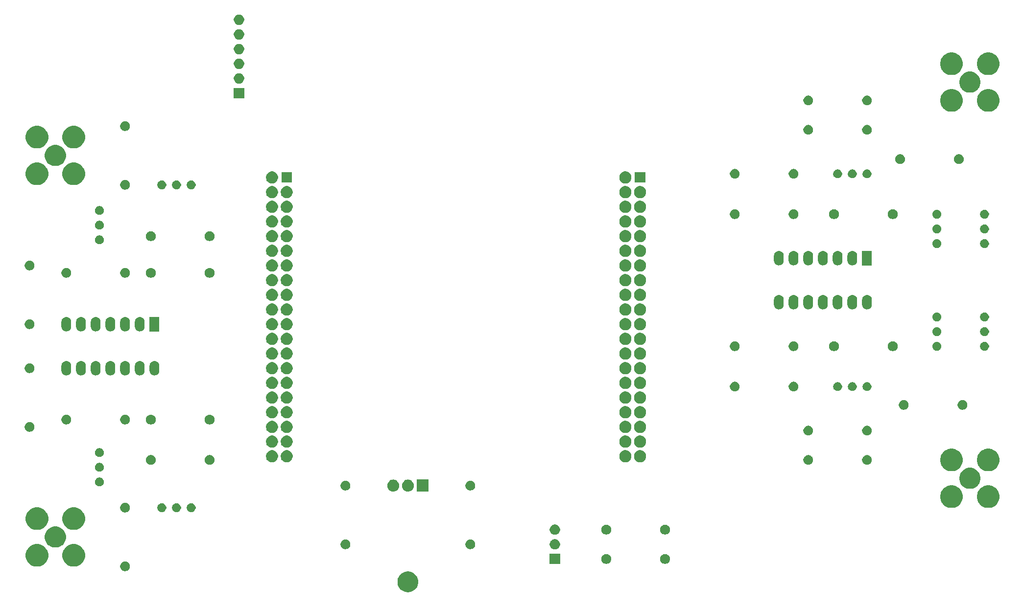
<source format=gbr>
%TF.GenerationSoftware,KiCad,Pcbnew,(5.1.6)-1*%
%TF.CreationDate,2021-01-07T08:24:20+01:00*%
%TF.ProjectId,carteAdaptatrice,63617274-6541-4646-9170-746174726963,rev?*%
%TF.SameCoordinates,Original*%
%TF.FileFunction,Soldermask,Bot*%
%TF.FilePolarity,Negative*%
%FSLAX46Y46*%
G04 Gerber Fmt 4.6, Leading zero omitted, Abs format (unit mm)*
G04 Created by KiCad (PCBNEW (5.1.6)-1) date 2021-01-07 08:24:20*
%MOMM*%
%LPD*%
G01*
G04 APERTURE LIST*
%ADD10C,0.100000*%
G04 APERTURE END LIST*
D10*
G36*
X134971163Y-164119587D02*
G01*
X135145041Y-164154173D01*
X135472620Y-164289861D01*
X135767433Y-164486849D01*
X136018151Y-164737567D01*
X136215139Y-165032380D01*
X136350827Y-165359959D01*
X136420000Y-165707716D01*
X136420000Y-166062284D01*
X136350827Y-166410041D01*
X136215139Y-166737620D01*
X136018151Y-167032433D01*
X135767433Y-167283151D01*
X135472620Y-167480139D01*
X135145041Y-167615827D01*
X134971163Y-167650413D01*
X134797286Y-167685000D01*
X134442714Y-167685000D01*
X134268837Y-167650413D01*
X134094959Y-167615827D01*
X133767380Y-167480139D01*
X133472567Y-167283151D01*
X133221849Y-167032433D01*
X133024861Y-166737620D01*
X132889173Y-166410041D01*
X132820000Y-166062284D01*
X132820000Y-165707716D01*
X132889173Y-165359959D01*
X133024861Y-165032380D01*
X133221849Y-164737567D01*
X133472567Y-164486849D01*
X133767380Y-164289861D01*
X134094959Y-164154173D01*
X134268837Y-164119587D01*
X134442714Y-164085000D01*
X134797286Y-164085000D01*
X134971163Y-164119587D01*
G37*
G36*
X85972935Y-162377664D02*
G01*
X86127624Y-162441739D01*
X86127626Y-162441740D01*
X86266844Y-162534762D01*
X86385238Y-162653156D01*
X86466651Y-162775000D01*
X86478261Y-162792376D01*
X86542336Y-162947065D01*
X86575000Y-163111281D01*
X86575000Y-163278719D01*
X86542336Y-163442935D01*
X86478261Y-163597624D01*
X86478260Y-163597626D01*
X86385238Y-163736844D01*
X86266844Y-163855238D01*
X86127626Y-163948260D01*
X86127625Y-163948261D01*
X86127624Y-163948261D01*
X85972935Y-164012336D01*
X85808719Y-164045000D01*
X85641281Y-164045000D01*
X85477065Y-164012336D01*
X85322376Y-163948261D01*
X85322375Y-163948261D01*
X85322374Y-163948260D01*
X85183156Y-163855238D01*
X85064762Y-163736844D01*
X84971740Y-163597626D01*
X84971739Y-163597624D01*
X84907664Y-163442935D01*
X84875000Y-163278719D01*
X84875000Y-163111281D01*
X84907664Y-162947065D01*
X84971739Y-162792376D01*
X84983349Y-162775000D01*
X85064762Y-162653156D01*
X85183156Y-162534762D01*
X85322374Y-162441740D01*
X85322376Y-162441739D01*
X85477065Y-162377664D01*
X85641281Y-162345000D01*
X85808719Y-162345000D01*
X85972935Y-162377664D01*
G37*
G36*
X71055251Y-159410129D02*
G01*
X71411038Y-159557501D01*
X71411040Y-159557502D01*
X71523933Y-159632935D01*
X71731239Y-159771452D01*
X72003548Y-160043761D01*
X72066690Y-160138260D01*
X72164739Y-160285000D01*
X72217499Y-160363962D01*
X72364871Y-160719749D01*
X72440000Y-161097448D01*
X72440000Y-161482552D01*
X72364871Y-161860251D01*
X72303373Y-162008719D01*
X72217498Y-162216040D01*
X72131330Y-162345000D01*
X72003548Y-162536239D01*
X71731239Y-162808548D01*
X71572226Y-162914797D01*
X71411040Y-163022498D01*
X71411039Y-163022499D01*
X71411038Y-163022499D01*
X71055251Y-163169871D01*
X70677552Y-163245000D01*
X70292448Y-163245000D01*
X69914749Y-163169871D01*
X69558962Y-163022499D01*
X69558961Y-163022499D01*
X69558960Y-163022498D01*
X69397774Y-162914797D01*
X69238761Y-162808548D01*
X68966452Y-162536239D01*
X68838670Y-162345000D01*
X68752502Y-162216040D01*
X68666627Y-162008719D01*
X68605129Y-161860251D01*
X68530000Y-161482552D01*
X68530000Y-161097448D01*
X68605129Y-160719749D01*
X68752501Y-160363962D01*
X68805262Y-160285000D01*
X68903310Y-160138260D01*
X68966452Y-160043761D01*
X69238761Y-159771452D01*
X69446067Y-159632935D01*
X69558960Y-159557502D01*
X69558962Y-159557501D01*
X69914749Y-159410129D01*
X70292448Y-159335000D01*
X70677552Y-159335000D01*
X71055251Y-159410129D01*
G37*
G36*
X77405251Y-159410129D02*
G01*
X77761038Y-159557501D01*
X77761040Y-159557502D01*
X77873933Y-159632935D01*
X78081239Y-159771452D01*
X78353548Y-160043761D01*
X78416690Y-160138260D01*
X78514739Y-160285000D01*
X78567499Y-160363962D01*
X78714871Y-160719749D01*
X78790000Y-161097448D01*
X78790000Y-161482552D01*
X78714871Y-161860251D01*
X78653373Y-162008719D01*
X78567498Y-162216040D01*
X78481330Y-162345000D01*
X78353548Y-162536239D01*
X78081239Y-162808548D01*
X77922226Y-162914797D01*
X77761040Y-163022498D01*
X77761039Y-163022499D01*
X77761038Y-163022499D01*
X77405251Y-163169871D01*
X77027552Y-163245000D01*
X76642448Y-163245000D01*
X76264749Y-163169871D01*
X75908962Y-163022499D01*
X75908961Y-163022499D01*
X75908960Y-163022498D01*
X75747774Y-162914797D01*
X75588761Y-162808548D01*
X75316452Y-162536239D01*
X75188670Y-162345000D01*
X75102502Y-162216040D01*
X75016627Y-162008719D01*
X74955129Y-161860251D01*
X74880000Y-161482552D01*
X74880000Y-161097448D01*
X74955129Y-160719749D01*
X75102501Y-160363962D01*
X75155262Y-160285000D01*
X75253310Y-160138260D01*
X75316452Y-160043761D01*
X75588761Y-159771452D01*
X75796067Y-159632935D01*
X75908960Y-159557502D01*
X75908962Y-159557501D01*
X76264749Y-159410129D01*
X76642448Y-159335000D01*
X77027552Y-159335000D01*
X77405251Y-159410129D01*
G37*
G36*
X160920000Y-162825000D02*
G01*
X159120000Y-162825000D01*
X159120000Y-161025000D01*
X160920000Y-161025000D01*
X160920000Y-162825000D01*
G37*
G36*
X179317935Y-161107664D02*
G01*
X179472624Y-161171739D01*
X179472626Y-161171740D01*
X179611844Y-161264762D01*
X179730238Y-161383156D01*
X179796651Y-161482551D01*
X179823261Y-161522376D01*
X179887336Y-161677065D01*
X179920000Y-161841281D01*
X179920000Y-162008719D01*
X179887336Y-162172935D01*
X179869481Y-162216040D01*
X179823260Y-162327626D01*
X179730238Y-162466844D01*
X179611844Y-162585238D01*
X179472626Y-162678260D01*
X179472625Y-162678261D01*
X179472624Y-162678261D01*
X179317935Y-162742336D01*
X179153719Y-162775000D01*
X178986281Y-162775000D01*
X178822065Y-162742336D01*
X178667376Y-162678261D01*
X178667375Y-162678261D01*
X178667374Y-162678260D01*
X178528156Y-162585238D01*
X178409762Y-162466844D01*
X178316740Y-162327626D01*
X178270519Y-162216040D01*
X178252664Y-162172935D01*
X178220000Y-162008719D01*
X178220000Y-161841281D01*
X178252664Y-161677065D01*
X178316739Y-161522376D01*
X178343349Y-161482551D01*
X178409762Y-161383156D01*
X178528156Y-161264762D01*
X178667374Y-161171740D01*
X178667376Y-161171739D01*
X178822065Y-161107664D01*
X178986281Y-161075000D01*
X179153719Y-161075000D01*
X179317935Y-161107664D01*
G37*
G36*
X169157935Y-161107664D02*
G01*
X169312624Y-161171739D01*
X169312626Y-161171740D01*
X169451844Y-161264762D01*
X169570238Y-161383156D01*
X169636651Y-161482551D01*
X169663261Y-161522376D01*
X169727336Y-161677065D01*
X169760000Y-161841281D01*
X169760000Y-162008719D01*
X169727336Y-162172935D01*
X169709481Y-162216040D01*
X169663260Y-162327626D01*
X169570238Y-162466844D01*
X169451844Y-162585238D01*
X169312626Y-162678260D01*
X169312625Y-162678261D01*
X169312624Y-162678261D01*
X169157935Y-162742336D01*
X168993719Y-162775000D01*
X168826281Y-162775000D01*
X168662065Y-162742336D01*
X168507376Y-162678261D01*
X168507375Y-162678261D01*
X168507374Y-162678260D01*
X168368156Y-162585238D01*
X168249762Y-162466844D01*
X168156740Y-162327626D01*
X168110519Y-162216040D01*
X168092664Y-162172935D01*
X168060000Y-162008719D01*
X168060000Y-161841281D01*
X168092664Y-161677065D01*
X168156739Y-161522376D01*
X168183349Y-161482551D01*
X168249762Y-161383156D01*
X168368156Y-161264762D01*
X168507374Y-161171740D01*
X168507376Y-161171739D01*
X168662065Y-161107664D01*
X168826281Y-161075000D01*
X168993719Y-161075000D01*
X169157935Y-161107664D01*
G37*
G36*
X160282520Y-158519586D02*
G01*
X160446310Y-158587430D01*
X160593717Y-158685924D01*
X160719076Y-158811283D01*
X160740373Y-158843157D01*
X160817571Y-158958692D01*
X160885414Y-159122480D01*
X160920000Y-159296356D01*
X160920000Y-159473644D01*
X160888315Y-159632935D01*
X160885414Y-159647520D01*
X160817570Y-159811310D01*
X160719076Y-159958717D01*
X160593717Y-160084076D01*
X160446310Y-160182570D01*
X160446309Y-160182571D01*
X160446308Y-160182571D01*
X160282520Y-160250414D01*
X160108644Y-160285000D01*
X159931356Y-160285000D01*
X159757480Y-160250414D01*
X159593692Y-160182571D01*
X159593691Y-160182571D01*
X159593690Y-160182570D01*
X159446283Y-160084076D01*
X159320924Y-159958717D01*
X159222430Y-159811310D01*
X159154586Y-159647520D01*
X159151685Y-159632935D01*
X159120000Y-159473644D01*
X159120000Y-159296356D01*
X159154586Y-159122480D01*
X159222429Y-158958692D01*
X159299627Y-158843157D01*
X159320924Y-158811283D01*
X159446283Y-158685924D01*
X159593690Y-158587430D01*
X159757480Y-158519586D01*
X159931356Y-158485000D01*
X160108644Y-158485000D01*
X160282520Y-158519586D01*
G37*
G36*
X145662935Y-158567664D02*
G01*
X145817624Y-158631739D01*
X145817626Y-158631740D01*
X145956844Y-158724762D01*
X146075238Y-158843156D01*
X146168260Y-158982374D01*
X146168261Y-158982376D01*
X146232336Y-159137065D01*
X146265000Y-159301281D01*
X146265000Y-159468719D01*
X146232336Y-159632935D01*
X146190078Y-159734953D01*
X146168260Y-159787626D01*
X146075238Y-159926844D01*
X145956844Y-160045238D01*
X145817626Y-160138260D01*
X145817625Y-160138261D01*
X145817624Y-160138261D01*
X145662935Y-160202336D01*
X145498719Y-160235000D01*
X145331281Y-160235000D01*
X145167065Y-160202336D01*
X145012376Y-160138261D01*
X145012375Y-160138261D01*
X145012374Y-160138260D01*
X144873156Y-160045238D01*
X144754762Y-159926844D01*
X144661740Y-159787626D01*
X144639922Y-159734953D01*
X144597664Y-159632935D01*
X144565000Y-159468719D01*
X144565000Y-159301281D01*
X144597664Y-159137065D01*
X144661739Y-158982376D01*
X144661740Y-158982374D01*
X144754762Y-158843156D01*
X144873156Y-158724762D01*
X145012374Y-158631740D01*
X145012376Y-158631739D01*
X145167065Y-158567664D01*
X145331281Y-158535000D01*
X145498719Y-158535000D01*
X145662935Y-158567664D01*
G37*
G36*
X124072935Y-158567664D02*
G01*
X124227624Y-158631739D01*
X124227626Y-158631740D01*
X124366844Y-158724762D01*
X124485238Y-158843156D01*
X124578260Y-158982374D01*
X124578261Y-158982376D01*
X124642336Y-159137065D01*
X124675000Y-159301281D01*
X124675000Y-159468719D01*
X124642336Y-159632935D01*
X124600078Y-159734953D01*
X124578260Y-159787626D01*
X124485238Y-159926844D01*
X124366844Y-160045238D01*
X124227626Y-160138260D01*
X124227625Y-160138261D01*
X124227624Y-160138261D01*
X124072935Y-160202336D01*
X123908719Y-160235000D01*
X123741281Y-160235000D01*
X123577065Y-160202336D01*
X123422376Y-160138261D01*
X123422375Y-160138261D01*
X123422374Y-160138260D01*
X123283156Y-160045238D01*
X123164762Y-159926844D01*
X123071740Y-159787626D01*
X123049922Y-159734953D01*
X123007664Y-159632935D01*
X122975000Y-159468719D01*
X122975000Y-159301281D01*
X123007664Y-159137065D01*
X123071739Y-158982376D01*
X123071740Y-158982374D01*
X123164762Y-158843156D01*
X123283156Y-158724762D01*
X123422374Y-158631740D01*
X123422376Y-158631739D01*
X123577065Y-158567664D01*
X123741281Y-158535000D01*
X123908719Y-158535000D01*
X124072935Y-158567664D01*
G37*
G36*
X74193207Y-156357248D02*
G01*
X74525881Y-156495046D01*
X74525883Y-156495047D01*
X74656735Y-156582480D01*
X74791458Y-156672499D01*
X74825282Y-156695100D01*
X75079900Y-156949718D01*
X75278957Y-157247626D01*
X75279954Y-157249119D01*
X75417752Y-157581793D01*
X75488000Y-157934956D01*
X75488000Y-158295044D01*
X75417752Y-158648207D01*
X75337001Y-158843157D01*
X75279953Y-158980883D01*
X75278955Y-158982376D01*
X75079901Y-159280281D01*
X74825281Y-159534901D01*
X74791456Y-159557502D01*
X74525883Y-159734953D01*
X74525882Y-159734954D01*
X74525881Y-159734954D01*
X74193207Y-159872752D01*
X73840044Y-159943000D01*
X73479956Y-159943000D01*
X73126793Y-159872752D01*
X72794119Y-159734954D01*
X72794118Y-159734954D01*
X72794117Y-159734953D01*
X72528544Y-159557502D01*
X72494719Y-159534901D01*
X72240099Y-159280281D01*
X72041045Y-158982376D01*
X72040047Y-158980883D01*
X71982999Y-158843157D01*
X71902248Y-158648207D01*
X71832000Y-158295044D01*
X71832000Y-157934956D01*
X71902248Y-157581793D01*
X72040046Y-157249119D01*
X72041044Y-157247626D01*
X72240100Y-156949718D01*
X72494718Y-156695100D01*
X72528543Y-156672499D01*
X72663265Y-156582480D01*
X72794117Y-156495047D01*
X72794119Y-156495046D01*
X73126793Y-156357248D01*
X73479956Y-156287000D01*
X73840044Y-156287000D01*
X74193207Y-156357248D01*
G37*
G36*
X160282520Y-155979586D02*
G01*
X160446310Y-156047430D01*
X160593717Y-156145924D01*
X160719076Y-156271283D01*
X160817570Y-156418690D01*
X160817571Y-156418692D01*
X160885414Y-156582480D01*
X160920000Y-156756356D01*
X160920000Y-156933644D01*
X160916802Y-156949719D01*
X160885414Y-157107520D01*
X160817570Y-157271310D01*
X160719076Y-157418717D01*
X160593717Y-157544076D01*
X160446310Y-157642570D01*
X160446309Y-157642571D01*
X160446308Y-157642571D01*
X160282520Y-157710414D01*
X160108644Y-157745000D01*
X159931356Y-157745000D01*
X159757480Y-157710414D01*
X159593692Y-157642571D01*
X159593691Y-157642571D01*
X159593690Y-157642570D01*
X159446283Y-157544076D01*
X159320924Y-157418717D01*
X159222430Y-157271310D01*
X159154586Y-157107520D01*
X159123198Y-156949719D01*
X159120000Y-156933644D01*
X159120000Y-156756356D01*
X159154586Y-156582480D01*
X159222429Y-156418692D01*
X159222430Y-156418690D01*
X159320924Y-156271283D01*
X159446283Y-156145924D01*
X159593690Y-156047430D01*
X159757480Y-155979586D01*
X159931356Y-155945000D01*
X160108644Y-155945000D01*
X160282520Y-155979586D01*
G37*
G36*
X179317935Y-156027664D02*
G01*
X179472624Y-156091739D01*
X179472626Y-156091740D01*
X179611844Y-156184762D01*
X179730238Y-156303156D01*
X179807435Y-156418690D01*
X179823261Y-156442376D01*
X179887336Y-156597065D01*
X179920000Y-156761281D01*
X179920000Y-156928719D01*
X179887336Y-157092935D01*
X179823261Y-157247624D01*
X179823260Y-157247626D01*
X179730238Y-157386844D01*
X179611844Y-157505238D01*
X179472626Y-157598260D01*
X179472625Y-157598261D01*
X179472624Y-157598261D01*
X179317935Y-157662336D01*
X179153719Y-157695000D01*
X178986281Y-157695000D01*
X178822065Y-157662336D01*
X178667376Y-157598261D01*
X178667375Y-157598261D01*
X178667374Y-157598260D01*
X178528156Y-157505238D01*
X178409762Y-157386844D01*
X178316740Y-157247626D01*
X178316739Y-157247624D01*
X178252664Y-157092935D01*
X178220000Y-156928719D01*
X178220000Y-156761281D01*
X178252664Y-156597065D01*
X178316739Y-156442376D01*
X178332565Y-156418690D01*
X178409762Y-156303156D01*
X178528156Y-156184762D01*
X178667374Y-156091740D01*
X178667376Y-156091739D01*
X178822065Y-156027664D01*
X178986281Y-155995000D01*
X179153719Y-155995000D01*
X179317935Y-156027664D01*
G37*
G36*
X169157935Y-156027664D02*
G01*
X169312624Y-156091739D01*
X169312626Y-156091740D01*
X169451844Y-156184762D01*
X169570238Y-156303156D01*
X169647435Y-156418690D01*
X169663261Y-156442376D01*
X169727336Y-156597065D01*
X169760000Y-156761281D01*
X169760000Y-156928719D01*
X169727336Y-157092935D01*
X169663261Y-157247624D01*
X169663260Y-157247626D01*
X169570238Y-157386844D01*
X169451844Y-157505238D01*
X169312626Y-157598260D01*
X169312625Y-157598261D01*
X169312624Y-157598261D01*
X169157935Y-157662336D01*
X168993719Y-157695000D01*
X168826281Y-157695000D01*
X168662065Y-157662336D01*
X168507376Y-157598261D01*
X168507375Y-157598261D01*
X168507374Y-157598260D01*
X168368156Y-157505238D01*
X168249762Y-157386844D01*
X168156740Y-157247626D01*
X168156739Y-157247624D01*
X168092664Y-157092935D01*
X168060000Y-156928719D01*
X168060000Y-156761281D01*
X168092664Y-156597065D01*
X168156739Y-156442376D01*
X168172565Y-156418690D01*
X168249762Y-156303156D01*
X168368156Y-156184762D01*
X168507374Y-156091740D01*
X168507376Y-156091739D01*
X168662065Y-156027664D01*
X168826281Y-155995000D01*
X168993719Y-155995000D01*
X169157935Y-156027664D01*
G37*
G36*
X77405251Y-153060129D02*
G01*
X77761038Y-153207501D01*
X77761040Y-153207502D01*
X77873933Y-153282935D01*
X78081239Y-153421452D01*
X78353548Y-153693761D01*
X78567499Y-154013962D01*
X78714871Y-154369749D01*
X78790000Y-154747448D01*
X78790000Y-155132552D01*
X78714871Y-155510251D01*
X78567499Y-155866038D01*
X78567498Y-155866040D01*
X78491629Y-155979586D01*
X78353548Y-156186239D01*
X78081239Y-156458548D01*
X78026614Y-156495047D01*
X77761040Y-156672498D01*
X77761039Y-156672499D01*
X77761038Y-156672499D01*
X77405251Y-156819871D01*
X77027552Y-156895000D01*
X76642448Y-156895000D01*
X76264749Y-156819871D01*
X75908962Y-156672499D01*
X75908961Y-156672499D01*
X75908960Y-156672498D01*
X75643386Y-156495047D01*
X75588761Y-156458548D01*
X75316452Y-156186239D01*
X75178371Y-155979586D01*
X75102502Y-155866040D01*
X75102501Y-155866038D01*
X74955129Y-155510251D01*
X74880000Y-155132552D01*
X74880000Y-154747448D01*
X74955129Y-154369749D01*
X75102501Y-154013962D01*
X75316452Y-153693761D01*
X75588761Y-153421452D01*
X75796067Y-153282935D01*
X75908960Y-153207502D01*
X75908962Y-153207501D01*
X76264749Y-153060129D01*
X76642448Y-152985000D01*
X77027552Y-152985000D01*
X77405251Y-153060129D01*
G37*
G36*
X71055251Y-153060129D02*
G01*
X71411038Y-153207501D01*
X71411040Y-153207502D01*
X71523933Y-153282935D01*
X71731239Y-153421452D01*
X72003548Y-153693761D01*
X72217499Y-154013962D01*
X72364871Y-154369749D01*
X72440000Y-154747448D01*
X72440000Y-155132552D01*
X72364871Y-155510251D01*
X72217499Y-155866038D01*
X72217498Y-155866040D01*
X72141629Y-155979586D01*
X72003548Y-156186239D01*
X71731239Y-156458548D01*
X71676614Y-156495047D01*
X71411040Y-156672498D01*
X71411039Y-156672499D01*
X71411038Y-156672499D01*
X71055251Y-156819871D01*
X70677552Y-156895000D01*
X70292448Y-156895000D01*
X69914749Y-156819871D01*
X69558962Y-156672499D01*
X69558961Y-156672499D01*
X69558960Y-156672498D01*
X69293386Y-156495047D01*
X69238761Y-156458548D01*
X68966452Y-156186239D01*
X68828371Y-155979586D01*
X68752502Y-155866040D01*
X68752501Y-155866038D01*
X68605129Y-155510251D01*
X68530000Y-155132552D01*
X68530000Y-154747448D01*
X68605129Y-154369749D01*
X68752501Y-154013962D01*
X68966452Y-153693761D01*
X69238761Y-153421452D01*
X69446067Y-153282935D01*
X69558960Y-153207502D01*
X69558962Y-153207501D01*
X69914749Y-153060129D01*
X70292448Y-152985000D01*
X70677552Y-152985000D01*
X71055251Y-153060129D01*
G37*
G36*
X85972935Y-152217664D02*
G01*
X86127624Y-152281739D01*
X86127626Y-152281740D01*
X86266844Y-152374762D01*
X86385238Y-152493156D01*
X86478260Y-152632374D01*
X86478261Y-152632376D01*
X86542336Y-152787065D01*
X86575000Y-152951281D01*
X86575000Y-153118719D01*
X86542336Y-153282935D01*
X86484960Y-153421452D01*
X86478260Y-153437626D01*
X86385238Y-153576844D01*
X86266844Y-153695238D01*
X86127626Y-153788260D01*
X86127625Y-153788261D01*
X86127624Y-153788261D01*
X85972935Y-153852336D01*
X85808719Y-153885000D01*
X85641281Y-153885000D01*
X85477065Y-153852336D01*
X85322376Y-153788261D01*
X85322375Y-153788261D01*
X85322374Y-153788260D01*
X85183156Y-153695238D01*
X85064762Y-153576844D01*
X84971740Y-153437626D01*
X84965040Y-153421452D01*
X84907664Y-153282935D01*
X84875000Y-153118719D01*
X84875000Y-152951281D01*
X84907664Y-152787065D01*
X84971739Y-152632376D01*
X84971740Y-152632374D01*
X85064762Y-152493156D01*
X85183156Y-152374762D01*
X85322374Y-152281740D01*
X85322376Y-152281739D01*
X85477065Y-152217664D01*
X85641281Y-152185000D01*
X85808719Y-152185000D01*
X85972935Y-152217664D01*
G37*
G36*
X92234993Y-152281739D02*
G01*
X92299601Y-152294590D01*
X92439732Y-152352635D01*
X92565847Y-152436902D01*
X92673098Y-152544153D01*
X92757365Y-152670268D01*
X92805745Y-152787065D01*
X92815410Y-152810400D01*
X92845000Y-152959160D01*
X92845000Y-153110840D01*
X92825773Y-153207501D01*
X92815410Y-153259601D01*
X92757365Y-153399732D01*
X92673098Y-153525847D01*
X92565847Y-153633098D01*
X92439732Y-153717365D01*
X92299601Y-153775410D01*
X92250013Y-153785273D01*
X92150840Y-153805000D01*
X91999160Y-153805000D01*
X91899987Y-153785273D01*
X91850399Y-153775410D01*
X91710268Y-153717365D01*
X91584153Y-153633098D01*
X91476902Y-153525847D01*
X91392635Y-153399732D01*
X91334590Y-153259601D01*
X91324227Y-153207501D01*
X91305000Y-153110840D01*
X91305000Y-152959160D01*
X91334590Y-152810400D01*
X91344256Y-152787065D01*
X91392635Y-152670268D01*
X91476902Y-152544153D01*
X91584153Y-152436902D01*
X91710268Y-152352635D01*
X91850399Y-152294590D01*
X91915007Y-152281739D01*
X91999160Y-152265000D01*
X92150840Y-152265000D01*
X92234993Y-152281739D01*
G37*
G36*
X94774993Y-152281739D02*
G01*
X94839601Y-152294590D01*
X94979732Y-152352635D01*
X95105847Y-152436902D01*
X95213098Y-152544153D01*
X95297365Y-152670268D01*
X95345745Y-152787065D01*
X95355410Y-152810400D01*
X95385000Y-152959160D01*
X95385000Y-153110840D01*
X95365773Y-153207501D01*
X95355410Y-153259601D01*
X95297365Y-153399732D01*
X95213098Y-153525847D01*
X95105847Y-153633098D01*
X94979732Y-153717365D01*
X94839601Y-153775410D01*
X94790013Y-153785273D01*
X94690840Y-153805000D01*
X94539160Y-153805000D01*
X94439987Y-153785273D01*
X94390399Y-153775410D01*
X94250268Y-153717365D01*
X94124153Y-153633098D01*
X94016902Y-153525847D01*
X93932635Y-153399732D01*
X93874590Y-153259601D01*
X93864227Y-153207501D01*
X93845000Y-153110840D01*
X93845000Y-152959160D01*
X93874590Y-152810400D01*
X93884256Y-152787065D01*
X93932635Y-152670268D01*
X94016902Y-152544153D01*
X94124153Y-152436902D01*
X94250268Y-152352635D01*
X94390399Y-152294590D01*
X94455007Y-152281739D01*
X94539160Y-152265000D01*
X94690840Y-152265000D01*
X94774993Y-152281739D01*
G37*
G36*
X97314993Y-152281739D02*
G01*
X97379601Y-152294590D01*
X97519732Y-152352635D01*
X97645847Y-152436902D01*
X97753098Y-152544153D01*
X97837365Y-152670268D01*
X97885745Y-152787065D01*
X97895410Y-152810400D01*
X97925000Y-152959160D01*
X97925000Y-153110840D01*
X97905773Y-153207501D01*
X97895410Y-153259601D01*
X97837365Y-153399732D01*
X97753098Y-153525847D01*
X97645847Y-153633098D01*
X97519732Y-153717365D01*
X97379601Y-153775410D01*
X97330013Y-153785273D01*
X97230840Y-153805000D01*
X97079160Y-153805000D01*
X96979987Y-153785273D01*
X96930399Y-153775410D01*
X96790268Y-153717365D01*
X96664153Y-153633098D01*
X96556902Y-153525847D01*
X96472635Y-153399732D01*
X96414590Y-153259601D01*
X96404227Y-153207501D01*
X96385000Y-153110840D01*
X96385000Y-152959160D01*
X96414590Y-152810400D01*
X96424256Y-152787065D01*
X96472635Y-152670268D01*
X96556902Y-152544153D01*
X96664153Y-152436902D01*
X96790268Y-152352635D01*
X96930399Y-152294590D01*
X96995007Y-152281739D01*
X97079160Y-152265000D01*
X97230840Y-152265000D01*
X97314993Y-152281739D01*
G37*
G36*
X235520251Y-149250129D02*
G01*
X235876038Y-149397501D01*
X235876040Y-149397502D01*
X235983080Y-149469024D01*
X236196239Y-149611452D01*
X236468548Y-149883761D01*
X236682499Y-150203962D01*
X236829871Y-150559749D01*
X236905000Y-150937448D01*
X236905000Y-151322552D01*
X236829871Y-151700251D01*
X236682499Y-152056038D01*
X236468548Y-152376239D01*
X236196239Y-152648548D01*
X236037226Y-152754797D01*
X235876040Y-152862498D01*
X235876039Y-152862499D01*
X235876038Y-152862499D01*
X235520251Y-153009871D01*
X235142552Y-153085000D01*
X234757448Y-153085000D01*
X234379749Y-153009871D01*
X234023962Y-152862499D01*
X234023961Y-152862499D01*
X234023960Y-152862498D01*
X233862774Y-152754797D01*
X233703761Y-152648548D01*
X233431452Y-152376239D01*
X233217501Y-152056038D01*
X233070129Y-151700251D01*
X232995000Y-151322552D01*
X232995000Y-150937448D01*
X233070129Y-150559749D01*
X233217501Y-150203962D01*
X233431452Y-149883761D01*
X233703761Y-149611452D01*
X233916920Y-149469024D01*
X234023960Y-149397502D01*
X234023962Y-149397501D01*
X234379749Y-149250129D01*
X234757448Y-149175000D01*
X235142552Y-149175000D01*
X235520251Y-149250129D01*
G37*
G36*
X229170251Y-149250129D02*
G01*
X229526038Y-149397501D01*
X229526040Y-149397502D01*
X229633080Y-149469024D01*
X229846239Y-149611452D01*
X230118548Y-149883761D01*
X230332499Y-150203962D01*
X230479871Y-150559749D01*
X230555000Y-150937448D01*
X230555000Y-151322552D01*
X230479871Y-151700251D01*
X230332499Y-152056038D01*
X230118548Y-152376239D01*
X229846239Y-152648548D01*
X229687226Y-152754797D01*
X229526040Y-152862498D01*
X229526039Y-152862499D01*
X229526038Y-152862499D01*
X229170251Y-153009871D01*
X228792552Y-153085000D01*
X228407448Y-153085000D01*
X228029749Y-153009871D01*
X227673962Y-152862499D01*
X227673961Y-152862499D01*
X227673960Y-152862498D01*
X227512774Y-152754797D01*
X227353761Y-152648548D01*
X227081452Y-152376239D01*
X226867501Y-152056038D01*
X226720129Y-151700251D01*
X226645000Y-151322552D01*
X226645000Y-150937448D01*
X226720129Y-150559749D01*
X226867501Y-150203962D01*
X227081452Y-149883761D01*
X227353761Y-149611452D01*
X227566920Y-149469024D01*
X227673960Y-149397502D01*
X227673962Y-149397501D01*
X228029749Y-149250129D01*
X228407448Y-149175000D01*
X228792552Y-149175000D01*
X229170251Y-149250129D01*
G37*
G36*
X132276522Y-148189505D02*
G01*
X132465499Y-148246831D01*
X132639653Y-148339918D01*
X132792304Y-148465196D01*
X132917582Y-148617847D01*
X133010669Y-148792001D01*
X133067995Y-148980979D01*
X133082500Y-149128255D01*
X133082500Y-149321746D01*
X133067995Y-149469022D01*
X133010669Y-149657999D01*
X132917582Y-149832153D01*
X132792304Y-149984804D01*
X132639653Y-150110082D01*
X132465499Y-150203169D01*
X132276521Y-150260495D01*
X132080000Y-150279850D01*
X131883478Y-150260495D01*
X131697115Y-150203962D01*
X131694504Y-150203170D01*
X131694501Y-150203169D01*
X131520347Y-150110082D01*
X131367696Y-149984804D01*
X131242418Y-149832153D01*
X131149331Y-149657999D01*
X131092005Y-149469021D01*
X131077500Y-149321745D01*
X131077500Y-149128254D01*
X131092005Y-148980978D01*
X131149331Y-148792001D01*
X131242418Y-148617847D01*
X131367696Y-148465196D01*
X131520347Y-148339918D01*
X131694502Y-148246831D01*
X131883479Y-148189505D01*
X132080000Y-148170150D01*
X132276522Y-148189505D01*
G37*
G36*
X134816522Y-148189505D02*
G01*
X135005499Y-148246831D01*
X135179653Y-148339918D01*
X135332304Y-148465196D01*
X135457582Y-148617847D01*
X135550669Y-148792001D01*
X135607995Y-148980979D01*
X135622500Y-149128255D01*
X135622500Y-149321746D01*
X135607995Y-149469022D01*
X135550669Y-149657999D01*
X135457582Y-149832153D01*
X135332304Y-149984804D01*
X135179653Y-150110082D01*
X135005499Y-150203169D01*
X134816521Y-150260495D01*
X134620000Y-150279850D01*
X134423478Y-150260495D01*
X134237115Y-150203962D01*
X134234504Y-150203170D01*
X134234501Y-150203169D01*
X134060347Y-150110082D01*
X133907696Y-149984804D01*
X133782418Y-149832153D01*
X133689331Y-149657999D01*
X133632005Y-149469021D01*
X133617500Y-149321745D01*
X133617500Y-149128254D01*
X133632005Y-148980978D01*
X133689331Y-148792001D01*
X133782418Y-148617847D01*
X133907696Y-148465196D01*
X134060347Y-148339918D01*
X134234502Y-148246831D01*
X134423479Y-148189505D01*
X134620000Y-148170150D01*
X134816522Y-148189505D01*
G37*
G36*
X138162500Y-150275000D02*
G01*
X136157500Y-150275000D01*
X136157500Y-148175000D01*
X138162500Y-148175000D01*
X138162500Y-150275000D01*
G37*
G36*
X145662935Y-148407664D02*
G01*
X145817624Y-148471739D01*
X145817626Y-148471740D01*
X145956844Y-148564762D01*
X146075238Y-148683156D01*
X146168260Y-148822374D01*
X146168261Y-148822376D01*
X146232336Y-148977065D01*
X146265000Y-149141281D01*
X146265000Y-149308719D01*
X146232336Y-149472935D01*
X146190078Y-149574953D01*
X146168260Y-149627626D01*
X146075238Y-149766844D01*
X145956844Y-149885238D01*
X145817626Y-149978260D01*
X145817625Y-149978261D01*
X145817624Y-149978261D01*
X145662935Y-150042336D01*
X145498719Y-150075000D01*
X145331281Y-150075000D01*
X145167065Y-150042336D01*
X145012376Y-149978261D01*
X145012375Y-149978261D01*
X145012374Y-149978260D01*
X144873156Y-149885238D01*
X144754762Y-149766844D01*
X144661740Y-149627626D01*
X144639922Y-149574953D01*
X144597664Y-149472935D01*
X144565000Y-149308719D01*
X144565000Y-149141281D01*
X144597664Y-148977065D01*
X144661739Y-148822376D01*
X144661740Y-148822374D01*
X144754762Y-148683156D01*
X144873156Y-148564762D01*
X145012374Y-148471740D01*
X145012376Y-148471739D01*
X145167065Y-148407664D01*
X145331281Y-148375000D01*
X145498719Y-148375000D01*
X145662935Y-148407664D01*
G37*
G36*
X124072935Y-148407664D02*
G01*
X124227624Y-148471739D01*
X124227626Y-148471740D01*
X124366844Y-148564762D01*
X124485238Y-148683156D01*
X124578260Y-148822374D01*
X124578261Y-148822376D01*
X124642336Y-148977065D01*
X124675000Y-149141281D01*
X124675000Y-149308719D01*
X124642336Y-149472935D01*
X124600078Y-149574953D01*
X124578260Y-149627626D01*
X124485238Y-149766844D01*
X124366844Y-149885238D01*
X124227626Y-149978260D01*
X124227625Y-149978261D01*
X124227624Y-149978261D01*
X124072935Y-150042336D01*
X123908719Y-150075000D01*
X123741281Y-150075000D01*
X123577065Y-150042336D01*
X123422376Y-149978261D01*
X123422375Y-149978261D01*
X123422374Y-149978260D01*
X123283156Y-149885238D01*
X123164762Y-149766844D01*
X123071740Y-149627626D01*
X123049922Y-149574953D01*
X123007664Y-149472935D01*
X122975000Y-149308719D01*
X122975000Y-149141281D01*
X123007664Y-148977065D01*
X123071739Y-148822376D01*
X123071740Y-148822374D01*
X123164762Y-148683156D01*
X123283156Y-148564762D01*
X123422374Y-148471740D01*
X123422376Y-148471739D01*
X123577065Y-148407664D01*
X123741281Y-148375000D01*
X123908719Y-148375000D01*
X124072935Y-148407664D01*
G37*
G36*
X232308207Y-146197248D02*
G01*
X232640881Y-146335046D01*
X232640883Y-146335047D01*
X232760136Y-146414730D01*
X232940281Y-146535099D01*
X233194901Y-146789719D01*
X233394954Y-147089119D01*
X233532752Y-147421793D01*
X233603000Y-147774956D01*
X233603000Y-148135044D01*
X233532752Y-148488207D01*
X233397555Y-148814601D01*
X233394953Y-148820883D01*
X233294247Y-148971599D01*
X233194901Y-149120281D01*
X232940281Y-149374901D01*
X232906456Y-149397502D01*
X232640883Y-149574953D01*
X232640882Y-149574954D01*
X232640881Y-149574954D01*
X232308207Y-149712752D01*
X231955044Y-149783000D01*
X231594956Y-149783000D01*
X231241793Y-149712752D01*
X230909119Y-149574954D01*
X230909118Y-149574954D01*
X230909117Y-149574953D01*
X230643544Y-149397502D01*
X230609719Y-149374901D01*
X230355099Y-149120281D01*
X230255753Y-148971599D01*
X230155047Y-148820883D01*
X230152445Y-148814601D01*
X230017248Y-148488207D01*
X229947000Y-148135044D01*
X229947000Y-147774956D01*
X230017248Y-147421793D01*
X230155046Y-147089119D01*
X230355099Y-146789719D01*
X230609719Y-146535099D01*
X230789864Y-146414730D01*
X230909117Y-146335047D01*
X230909119Y-146335046D01*
X231241793Y-146197248D01*
X231594956Y-146127000D01*
X231955044Y-146127000D01*
X232308207Y-146197248D01*
G37*
G36*
X81455013Y-147839727D02*
G01*
X81504601Y-147849590D01*
X81644732Y-147907635D01*
X81770847Y-147991902D01*
X81878098Y-148099153D01*
X81962365Y-148225268D01*
X82009856Y-148339919D01*
X82020410Y-148365400D01*
X82050000Y-148514160D01*
X82050000Y-148665840D01*
X82046555Y-148683157D01*
X82020410Y-148814601D01*
X81962365Y-148954732D01*
X81878098Y-149080847D01*
X81770847Y-149188098D01*
X81644732Y-149272365D01*
X81504601Y-149330410D01*
X81455013Y-149340273D01*
X81355840Y-149360000D01*
X81204160Y-149360000D01*
X81104987Y-149340273D01*
X81055399Y-149330410D01*
X80915268Y-149272365D01*
X80789153Y-149188098D01*
X80681902Y-149080847D01*
X80597635Y-148954732D01*
X80539590Y-148814601D01*
X80513445Y-148683157D01*
X80510000Y-148665840D01*
X80510000Y-148514160D01*
X80539590Y-148365400D01*
X80550145Y-148339919D01*
X80597635Y-148225268D01*
X80681902Y-148099153D01*
X80789153Y-147991902D01*
X80915268Y-147907635D01*
X81055399Y-147849590D01*
X81104987Y-147839727D01*
X81204160Y-147820000D01*
X81355840Y-147820000D01*
X81455013Y-147839727D01*
G37*
G36*
X81455013Y-145299727D02*
G01*
X81504601Y-145309590D01*
X81644732Y-145367635D01*
X81770847Y-145451902D01*
X81878098Y-145559153D01*
X81962365Y-145685268D01*
X82020410Y-145825399D01*
X82050000Y-145974162D01*
X82050000Y-146125838D01*
X82020410Y-146274601D01*
X81962365Y-146414732D01*
X81878098Y-146540847D01*
X81770847Y-146648098D01*
X81644732Y-146732365D01*
X81504601Y-146790410D01*
X81455013Y-146800273D01*
X81355840Y-146820000D01*
X81204160Y-146820000D01*
X81104987Y-146800273D01*
X81055399Y-146790410D01*
X80915268Y-146732365D01*
X80789153Y-146648098D01*
X80681902Y-146540847D01*
X80597635Y-146414732D01*
X80539590Y-146274601D01*
X80510000Y-146125838D01*
X80510000Y-145974162D01*
X80539590Y-145825399D01*
X80597635Y-145685268D01*
X80681902Y-145559153D01*
X80789153Y-145451902D01*
X80915268Y-145367635D01*
X81055399Y-145309590D01*
X81104987Y-145299727D01*
X81204160Y-145280000D01*
X81355840Y-145280000D01*
X81455013Y-145299727D01*
G37*
G36*
X229170251Y-142900129D02*
G01*
X229457602Y-143019154D01*
X229526040Y-143047502D01*
X229657514Y-143135350D01*
X229846239Y-143261452D01*
X230118548Y-143533761D01*
X230332499Y-143853962D01*
X230479871Y-144209749D01*
X230555000Y-144587448D01*
X230555000Y-144972552D01*
X230479871Y-145350251D01*
X230332499Y-145706038D01*
X230118548Y-146026239D01*
X229846239Y-146298548D01*
X229791614Y-146335047D01*
X229526040Y-146512498D01*
X229526039Y-146512499D01*
X229526038Y-146512499D01*
X229170251Y-146659871D01*
X228792552Y-146735000D01*
X228407448Y-146735000D01*
X228029749Y-146659871D01*
X227673962Y-146512499D01*
X227673961Y-146512499D01*
X227673960Y-146512498D01*
X227408386Y-146335047D01*
X227353761Y-146298548D01*
X227081452Y-146026239D01*
X226867501Y-145706038D01*
X226720129Y-145350251D01*
X226645000Y-144972552D01*
X226645000Y-144587448D01*
X226720129Y-144209749D01*
X226867501Y-143853962D01*
X227081452Y-143533761D01*
X227353761Y-143261452D01*
X227542486Y-143135350D01*
X227673960Y-143047502D01*
X227742398Y-143019154D01*
X228029749Y-142900129D01*
X228407448Y-142825000D01*
X228792552Y-142825000D01*
X229170251Y-142900129D01*
G37*
G36*
X235520251Y-142900129D02*
G01*
X235807602Y-143019154D01*
X235876040Y-143047502D01*
X236007514Y-143135350D01*
X236196239Y-143261452D01*
X236468548Y-143533761D01*
X236682499Y-143853962D01*
X236829871Y-144209749D01*
X236905000Y-144587448D01*
X236905000Y-144972552D01*
X236829871Y-145350251D01*
X236682499Y-145706038D01*
X236468548Y-146026239D01*
X236196239Y-146298548D01*
X236141614Y-146335047D01*
X235876040Y-146512498D01*
X235876039Y-146512499D01*
X235876038Y-146512499D01*
X235520251Y-146659871D01*
X235142552Y-146735000D01*
X234757448Y-146735000D01*
X234379749Y-146659871D01*
X234023962Y-146512499D01*
X234023961Y-146512499D01*
X234023960Y-146512498D01*
X233758386Y-146335047D01*
X233703761Y-146298548D01*
X233431452Y-146026239D01*
X233217501Y-145706038D01*
X233070129Y-145350251D01*
X232995000Y-144972552D01*
X232995000Y-144587448D01*
X233070129Y-144209749D01*
X233217501Y-143853962D01*
X233431452Y-143533761D01*
X233703761Y-143261452D01*
X233892486Y-143135350D01*
X234023960Y-143047502D01*
X234092398Y-143019154D01*
X234379749Y-142900129D01*
X234757448Y-142825000D01*
X235142552Y-142825000D01*
X235520251Y-142900129D01*
G37*
G36*
X214242935Y-143962664D02*
G01*
X214397624Y-144026739D01*
X214397626Y-144026740D01*
X214536844Y-144119762D01*
X214655238Y-144238156D01*
X214683197Y-144280000D01*
X214748261Y-144377376D01*
X214812336Y-144532065D01*
X214845000Y-144696281D01*
X214845000Y-144863719D01*
X214812336Y-145027935D01*
X214759849Y-145154649D01*
X214748260Y-145182626D01*
X214655238Y-145321844D01*
X214536844Y-145440238D01*
X214397626Y-145533260D01*
X214397625Y-145533261D01*
X214397624Y-145533261D01*
X214242935Y-145597336D01*
X214078719Y-145630000D01*
X213911281Y-145630000D01*
X213747065Y-145597336D01*
X213592376Y-145533261D01*
X213592375Y-145533261D01*
X213592374Y-145533260D01*
X213453156Y-145440238D01*
X213334762Y-145321844D01*
X213241740Y-145182626D01*
X213230151Y-145154649D01*
X213177664Y-145027935D01*
X213145000Y-144863719D01*
X213145000Y-144696281D01*
X213177664Y-144532065D01*
X213241739Y-144377376D01*
X213306803Y-144280000D01*
X213334762Y-144238156D01*
X213453156Y-144119762D01*
X213592374Y-144026740D01*
X213592376Y-144026739D01*
X213747065Y-143962664D01*
X213911281Y-143930000D01*
X214078719Y-143930000D01*
X214242935Y-143962664D01*
G37*
G36*
X100577935Y-143962664D02*
G01*
X100732624Y-144026739D01*
X100732626Y-144026740D01*
X100871844Y-144119762D01*
X100990238Y-144238156D01*
X101018197Y-144280000D01*
X101083261Y-144377376D01*
X101147336Y-144532065D01*
X101180000Y-144696281D01*
X101180000Y-144863719D01*
X101147336Y-145027935D01*
X101094849Y-145154649D01*
X101083260Y-145182626D01*
X100990238Y-145321844D01*
X100871844Y-145440238D01*
X100732626Y-145533260D01*
X100732625Y-145533261D01*
X100732624Y-145533261D01*
X100577935Y-145597336D01*
X100413719Y-145630000D01*
X100246281Y-145630000D01*
X100082065Y-145597336D01*
X99927376Y-145533261D01*
X99927375Y-145533261D01*
X99927374Y-145533260D01*
X99788156Y-145440238D01*
X99669762Y-145321844D01*
X99576740Y-145182626D01*
X99565151Y-145154649D01*
X99512664Y-145027935D01*
X99480000Y-144863719D01*
X99480000Y-144696281D01*
X99512664Y-144532065D01*
X99576739Y-144377376D01*
X99641803Y-144280000D01*
X99669762Y-144238156D01*
X99788156Y-144119762D01*
X99927374Y-144026740D01*
X99927376Y-144026739D01*
X100082065Y-143962664D01*
X100246281Y-143930000D01*
X100413719Y-143930000D01*
X100577935Y-143962664D01*
G37*
G36*
X204082935Y-143962664D02*
G01*
X204237624Y-144026739D01*
X204237626Y-144026740D01*
X204376844Y-144119762D01*
X204495238Y-144238156D01*
X204523197Y-144280000D01*
X204588261Y-144377376D01*
X204652336Y-144532065D01*
X204685000Y-144696281D01*
X204685000Y-144863719D01*
X204652336Y-145027935D01*
X204599849Y-145154649D01*
X204588260Y-145182626D01*
X204495238Y-145321844D01*
X204376844Y-145440238D01*
X204237626Y-145533260D01*
X204237625Y-145533261D01*
X204237624Y-145533261D01*
X204082935Y-145597336D01*
X203918719Y-145630000D01*
X203751281Y-145630000D01*
X203587065Y-145597336D01*
X203432376Y-145533261D01*
X203432375Y-145533261D01*
X203432374Y-145533260D01*
X203293156Y-145440238D01*
X203174762Y-145321844D01*
X203081740Y-145182626D01*
X203070151Y-145154649D01*
X203017664Y-145027935D01*
X202985000Y-144863719D01*
X202985000Y-144696281D01*
X203017664Y-144532065D01*
X203081739Y-144377376D01*
X203146803Y-144280000D01*
X203174762Y-144238156D01*
X203293156Y-144119762D01*
X203432374Y-144026740D01*
X203432376Y-144026739D01*
X203587065Y-143962664D01*
X203751281Y-143930000D01*
X203918719Y-143930000D01*
X204082935Y-143962664D01*
G37*
G36*
X90417935Y-143962664D02*
G01*
X90572624Y-144026739D01*
X90572626Y-144026740D01*
X90711844Y-144119762D01*
X90830238Y-144238156D01*
X90858197Y-144280000D01*
X90923261Y-144377376D01*
X90987336Y-144532065D01*
X91020000Y-144696281D01*
X91020000Y-144863719D01*
X90987336Y-145027935D01*
X90934849Y-145154649D01*
X90923260Y-145182626D01*
X90830238Y-145321844D01*
X90711844Y-145440238D01*
X90572626Y-145533260D01*
X90572625Y-145533261D01*
X90572624Y-145533261D01*
X90417935Y-145597336D01*
X90253719Y-145630000D01*
X90086281Y-145630000D01*
X89922065Y-145597336D01*
X89767376Y-145533261D01*
X89767375Y-145533261D01*
X89767374Y-145533260D01*
X89628156Y-145440238D01*
X89509762Y-145321844D01*
X89416740Y-145182626D01*
X89405151Y-145154649D01*
X89352664Y-145027935D01*
X89320000Y-144863719D01*
X89320000Y-144696281D01*
X89352664Y-144532065D01*
X89416739Y-144377376D01*
X89481803Y-144280000D01*
X89509762Y-144238156D01*
X89628156Y-144119762D01*
X89767374Y-144026740D01*
X89767376Y-144026739D01*
X89922065Y-143962664D01*
X90086281Y-143930000D01*
X90253719Y-143930000D01*
X90417935Y-143962664D01*
G37*
G36*
X174880687Y-143100027D02*
G01*
X175058274Y-143135350D01*
X175249362Y-143214502D01*
X175421336Y-143329411D01*
X175567589Y-143475664D01*
X175682498Y-143647638D01*
X175761650Y-143838726D01*
X175786302Y-143962664D01*
X175802000Y-144041583D01*
X175802000Y-144248417D01*
X175796973Y-144273687D01*
X175761650Y-144451274D01*
X175682498Y-144642362D01*
X175567589Y-144814336D01*
X175421336Y-144960589D01*
X175249362Y-145075498D01*
X175058274Y-145154650D01*
X174880687Y-145189973D01*
X174855417Y-145195000D01*
X174648583Y-145195000D01*
X174623313Y-145189973D01*
X174445726Y-145154650D01*
X174254638Y-145075498D01*
X174082664Y-144960589D01*
X173936411Y-144814336D01*
X173821502Y-144642362D01*
X173742350Y-144451274D01*
X173707027Y-144273687D01*
X173702000Y-144248417D01*
X173702000Y-144041583D01*
X173717698Y-143962664D01*
X173742350Y-143838726D01*
X173821502Y-143647638D01*
X173936411Y-143475664D01*
X174082664Y-143329411D01*
X174254638Y-143214502D01*
X174445726Y-143135350D01*
X174623313Y-143100027D01*
X174648583Y-143095000D01*
X174855417Y-143095000D01*
X174880687Y-143100027D01*
G37*
G36*
X172340687Y-143100027D02*
G01*
X172518274Y-143135350D01*
X172709362Y-143214502D01*
X172881336Y-143329411D01*
X173027589Y-143475664D01*
X173142498Y-143647638D01*
X173221650Y-143838726D01*
X173246302Y-143962664D01*
X173262000Y-144041583D01*
X173262000Y-144248417D01*
X173256973Y-144273687D01*
X173221650Y-144451274D01*
X173142498Y-144642362D01*
X173027589Y-144814336D01*
X172881336Y-144960589D01*
X172709362Y-145075498D01*
X172518274Y-145154650D01*
X172340687Y-145189973D01*
X172315417Y-145195000D01*
X172108583Y-145195000D01*
X172083313Y-145189973D01*
X171905726Y-145154650D01*
X171714638Y-145075498D01*
X171542664Y-144960589D01*
X171396411Y-144814336D01*
X171281502Y-144642362D01*
X171202350Y-144451274D01*
X171167027Y-144273687D01*
X171162000Y-144248417D01*
X171162000Y-144041583D01*
X171177698Y-143962664D01*
X171202350Y-143838726D01*
X171281502Y-143647638D01*
X171396411Y-143475664D01*
X171542664Y-143329411D01*
X171714638Y-143214502D01*
X171905726Y-143135350D01*
X172083313Y-143100027D01*
X172108583Y-143095000D01*
X172315417Y-143095000D01*
X172340687Y-143100027D01*
G37*
G36*
X111253687Y-143100027D02*
G01*
X111431274Y-143135350D01*
X111622362Y-143214502D01*
X111794336Y-143329411D01*
X111940589Y-143475664D01*
X112055498Y-143647638D01*
X112134650Y-143838726D01*
X112159302Y-143962664D01*
X112175000Y-144041583D01*
X112175000Y-144248417D01*
X112169973Y-144273687D01*
X112134650Y-144451274D01*
X112055498Y-144642362D01*
X111940589Y-144814336D01*
X111794336Y-144960589D01*
X111622362Y-145075498D01*
X111431274Y-145154650D01*
X111253687Y-145189973D01*
X111228417Y-145195000D01*
X111021583Y-145195000D01*
X110996313Y-145189973D01*
X110818726Y-145154650D01*
X110627638Y-145075498D01*
X110455664Y-144960589D01*
X110309411Y-144814336D01*
X110194502Y-144642362D01*
X110115350Y-144451274D01*
X110080027Y-144273687D01*
X110075000Y-144248417D01*
X110075000Y-144041583D01*
X110090698Y-143962664D01*
X110115350Y-143838726D01*
X110194502Y-143647638D01*
X110309411Y-143475664D01*
X110455664Y-143329411D01*
X110627638Y-143214502D01*
X110818726Y-143135350D01*
X110996313Y-143100027D01*
X111021583Y-143095000D01*
X111228417Y-143095000D01*
X111253687Y-143100027D01*
G37*
G36*
X113793687Y-143100027D02*
G01*
X113971274Y-143135350D01*
X114162362Y-143214502D01*
X114334336Y-143329411D01*
X114480589Y-143475664D01*
X114595498Y-143647638D01*
X114674650Y-143838726D01*
X114699302Y-143962664D01*
X114715000Y-144041583D01*
X114715000Y-144248417D01*
X114709973Y-144273687D01*
X114674650Y-144451274D01*
X114595498Y-144642362D01*
X114480589Y-144814336D01*
X114334336Y-144960589D01*
X114162362Y-145075498D01*
X113971274Y-145154650D01*
X113793687Y-145189973D01*
X113768417Y-145195000D01*
X113561583Y-145195000D01*
X113536313Y-145189973D01*
X113358726Y-145154650D01*
X113167638Y-145075498D01*
X112995664Y-144960589D01*
X112849411Y-144814336D01*
X112734502Y-144642362D01*
X112655350Y-144451274D01*
X112620027Y-144273687D01*
X112615000Y-144248417D01*
X112615000Y-144041583D01*
X112630698Y-143962664D01*
X112655350Y-143838726D01*
X112734502Y-143647638D01*
X112849411Y-143475664D01*
X112995664Y-143329411D01*
X113167638Y-143214502D01*
X113358726Y-143135350D01*
X113536313Y-143100027D01*
X113561583Y-143095000D01*
X113768417Y-143095000D01*
X113793687Y-143100027D01*
G37*
G36*
X81455013Y-142759727D02*
G01*
X81504601Y-142769590D01*
X81644732Y-142827635D01*
X81770847Y-142911902D01*
X81878098Y-143019153D01*
X81962365Y-143145268D01*
X82020410Y-143285399D01*
X82050000Y-143434162D01*
X82050000Y-143585838D01*
X82020410Y-143734601D01*
X81962365Y-143874732D01*
X81878098Y-144000847D01*
X81770847Y-144108098D01*
X81644732Y-144192365D01*
X81504601Y-144250410D01*
X81455013Y-144260273D01*
X81355840Y-144280000D01*
X81204160Y-144280000D01*
X81104987Y-144260273D01*
X81055399Y-144250410D01*
X80915268Y-144192365D01*
X80789153Y-144108098D01*
X80681902Y-144000847D01*
X80597635Y-143874732D01*
X80539590Y-143734601D01*
X80510000Y-143585838D01*
X80510000Y-143434162D01*
X80539590Y-143285399D01*
X80597635Y-143145268D01*
X80681902Y-143019153D01*
X80789153Y-142911902D01*
X80915268Y-142827635D01*
X81055399Y-142769590D01*
X81104987Y-142759727D01*
X81204160Y-142740000D01*
X81355840Y-142740000D01*
X81455013Y-142759727D01*
G37*
G36*
X174880687Y-140560027D02*
G01*
X175058274Y-140595350D01*
X175249362Y-140674502D01*
X175421336Y-140789411D01*
X175567589Y-140935664D01*
X175682498Y-141107638D01*
X175761650Y-141298726D01*
X175802000Y-141501584D01*
X175802000Y-141708416D01*
X175761650Y-141911274D01*
X175682498Y-142102362D01*
X175567589Y-142274336D01*
X175421336Y-142420589D01*
X175249362Y-142535498D01*
X175058274Y-142614650D01*
X174880687Y-142649973D01*
X174855417Y-142655000D01*
X174648583Y-142655000D01*
X174623313Y-142649973D01*
X174445726Y-142614650D01*
X174254638Y-142535498D01*
X174082664Y-142420589D01*
X173936411Y-142274336D01*
X173821502Y-142102362D01*
X173742350Y-141911274D01*
X173702000Y-141708416D01*
X173702000Y-141501584D01*
X173742350Y-141298726D01*
X173821502Y-141107638D01*
X173936411Y-140935664D01*
X174082664Y-140789411D01*
X174254638Y-140674502D01*
X174445726Y-140595350D01*
X174623313Y-140560027D01*
X174648583Y-140555000D01*
X174855417Y-140555000D01*
X174880687Y-140560027D01*
G37*
G36*
X111253687Y-140560027D02*
G01*
X111431274Y-140595350D01*
X111622362Y-140674502D01*
X111794336Y-140789411D01*
X111940589Y-140935664D01*
X112055498Y-141107638D01*
X112134650Y-141298726D01*
X112175000Y-141501584D01*
X112175000Y-141708416D01*
X112134650Y-141911274D01*
X112055498Y-142102362D01*
X111940589Y-142274336D01*
X111794336Y-142420589D01*
X111622362Y-142535498D01*
X111431274Y-142614650D01*
X111253687Y-142649973D01*
X111228417Y-142655000D01*
X111021583Y-142655000D01*
X110996313Y-142649973D01*
X110818726Y-142614650D01*
X110627638Y-142535498D01*
X110455664Y-142420589D01*
X110309411Y-142274336D01*
X110194502Y-142102362D01*
X110115350Y-141911274D01*
X110075000Y-141708416D01*
X110075000Y-141501584D01*
X110115350Y-141298726D01*
X110194502Y-141107638D01*
X110309411Y-140935664D01*
X110455664Y-140789411D01*
X110627638Y-140674502D01*
X110818726Y-140595350D01*
X110996313Y-140560027D01*
X111021583Y-140555000D01*
X111228417Y-140555000D01*
X111253687Y-140560027D01*
G37*
G36*
X113793687Y-140560027D02*
G01*
X113971274Y-140595350D01*
X114162362Y-140674502D01*
X114334336Y-140789411D01*
X114480589Y-140935664D01*
X114595498Y-141107638D01*
X114674650Y-141298726D01*
X114715000Y-141501584D01*
X114715000Y-141708416D01*
X114674650Y-141911274D01*
X114595498Y-142102362D01*
X114480589Y-142274336D01*
X114334336Y-142420589D01*
X114162362Y-142535498D01*
X113971274Y-142614650D01*
X113793687Y-142649973D01*
X113768417Y-142655000D01*
X113561583Y-142655000D01*
X113536313Y-142649973D01*
X113358726Y-142614650D01*
X113167638Y-142535498D01*
X112995664Y-142420589D01*
X112849411Y-142274336D01*
X112734502Y-142102362D01*
X112655350Y-141911274D01*
X112615000Y-141708416D01*
X112615000Y-141501584D01*
X112655350Y-141298726D01*
X112734502Y-141107638D01*
X112849411Y-140935664D01*
X112995664Y-140789411D01*
X113167638Y-140674502D01*
X113358726Y-140595350D01*
X113536313Y-140560027D01*
X113561583Y-140555000D01*
X113768417Y-140555000D01*
X113793687Y-140560027D01*
G37*
G36*
X172340687Y-140560027D02*
G01*
X172518274Y-140595350D01*
X172709362Y-140674502D01*
X172881336Y-140789411D01*
X173027589Y-140935664D01*
X173142498Y-141107638D01*
X173221650Y-141298726D01*
X173262000Y-141501584D01*
X173262000Y-141708416D01*
X173221650Y-141911274D01*
X173142498Y-142102362D01*
X173027589Y-142274336D01*
X172881336Y-142420589D01*
X172709362Y-142535498D01*
X172518274Y-142614650D01*
X172340687Y-142649973D01*
X172315417Y-142655000D01*
X172108583Y-142655000D01*
X172083313Y-142649973D01*
X171905726Y-142614650D01*
X171714638Y-142535498D01*
X171542664Y-142420589D01*
X171396411Y-142274336D01*
X171281502Y-142102362D01*
X171202350Y-141911274D01*
X171162000Y-141708416D01*
X171162000Y-141501584D01*
X171202350Y-141298726D01*
X171281502Y-141107638D01*
X171396411Y-140935664D01*
X171542664Y-140789411D01*
X171714638Y-140674502D01*
X171905726Y-140595350D01*
X172083313Y-140560027D01*
X172108583Y-140555000D01*
X172315417Y-140555000D01*
X172340687Y-140560027D01*
G37*
G36*
X204082935Y-138882664D02*
G01*
X204237624Y-138946739D01*
X204237626Y-138946740D01*
X204376844Y-139039762D01*
X204495238Y-139158156D01*
X204502093Y-139168416D01*
X204588261Y-139297376D01*
X204652336Y-139452065D01*
X204685000Y-139616281D01*
X204685000Y-139783719D01*
X204652336Y-139947935D01*
X204599849Y-140074649D01*
X204588260Y-140102626D01*
X204495238Y-140241844D01*
X204376844Y-140360238D01*
X204237626Y-140453260D01*
X204237625Y-140453261D01*
X204237624Y-140453261D01*
X204082935Y-140517336D01*
X203918719Y-140550000D01*
X203751281Y-140550000D01*
X203587065Y-140517336D01*
X203432376Y-140453261D01*
X203432375Y-140453261D01*
X203432374Y-140453260D01*
X203293156Y-140360238D01*
X203174762Y-140241844D01*
X203081740Y-140102626D01*
X203070151Y-140074649D01*
X203017664Y-139947935D01*
X202985000Y-139783719D01*
X202985000Y-139616281D01*
X203017664Y-139452065D01*
X203081739Y-139297376D01*
X203167907Y-139168416D01*
X203174762Y-139158156D01*
X203293156Y-139039762D01*
X203432374Y-138946740D01*
X203432376Y-138946739D01*
X203587065Y-138882664D01*
X203751281Y-138850000D01*
X203918719Y-138850000D01*
X204082935Y-138882664D01*
G37*
G36*
X214242935Y-138882664D02*
G01*
X214397624Y-138946739D01*
X214397626Y-138946740D01*
X214536844Y-139039762D01*
X214655238Y-139158156D01*
X214662093Y-139168416D01*
X214748261Y-139297376D01*
X214812336Y-139452065D01*
X214845000Y-139616281D01*
X214845000Y-139783719D01*
X214812336Y-139947935D01*
X214759849Y-140074649D01*
X214748260Y-140102626D01*
X214655238Y-140241844D01*
X214536844Y-140360238D01*
X214397626Y-140453260D01*
X214397625Y-140453261D01*
X214397624Y-140453261D01*
X214242935Y-140517336D01*
X214078719Y-140550000D01*
X213911281Y-140550000D01*
X213747065Y-140517336D01*
X213592376Y-140453261D01*
X213592375Y-140453261D01*
X213592374Y-140453260D01*
X213453156Y-140360238D01*
X213334762Y-140241844D01*
X213241740Y-140102626D01*
X213230151Y-140074649D01*
X213177664Y-139947935D01*
X213145000Y-139783719D01*
X213145000Y-139616281D01*
X213177664Y-139452065D01*
X213241739Y-139297376D01*
X213327907Y-139168416D01*
X213334762Y-139158156D01*
X213453156Y-139039762D01*
X213592374Y-138946740D01*
X213592376Y-138946739D01*
X213747065Y-138882664D01*
X213911281Y-138850000D01*
X214078719Y-138850000D01*
X214242935Y-138882664D01*
G37*
G36*
X174880687Y-138020027D02*
G01*
X175058274Y-138055350D01*
X175249362Y-138134502D01*
X175421336Y-138249411D01*
X175567589Y-138395664D01*
X175682498Y-138567638D01*
X175761650Y-138758726D01*
X175802000Y-138961584D01*
X175802000Y-139168416D01*
X175761650Y-139371274D01*
X175682498Y-139562362D01*
X175567589Y-139734336D01*
X175421336Y-139880589D01*
X175249362Y-139995498D01*
X175058274Y-140074650D01*
X174880687Y-140109973D01*
X174855417Y-140115000D01*
X174648583Y-140115000D01*
X174623313Y-140109973D01*
X174445726Y-140074650D01*
X174254638Y-139995498D01*
X174082664Y-139880589D01*
X173936411Y-139734336D01*
X173821502Y-139562362D01*
X173742350Y-139371274D01*
X173702000Y-139168416D01*
X173702000Y-138961584D01*
X173742350Y-138758726D01*
X173821502Y-138567638D01*
X173936411Y-138395664D01*
X174082664Y-138249411D01*
X174254638Y-138134502D01*
X174445726Y-138055350D01*
X174623313Y-138020027D01*
X174648583Y-138015000D01*
X174855417Y-138015000D01*
X174880687Y-138020027D01*
G37*
G36*
X172340687Y-138020027D02*
G01*
X172518274Y-138055350D01*
X172709362Y-138134502D01*
X172881336Y-138249411D01*
X173027589Y-138395664D01*
X173142498Y-138567638D01*
X173221650Y-138758726D01*
X173262000Y-138961584D01*
X173262000Y-139168416D01*
X173221650Y-139371274D01*
X173142498Y-139562362D01*
X173027589Y-139734336D01*
X172881336Y-139880589D01*
X172709362Y-139995498D01*
X172518274Y-140074650D01*
X172340687Y-140109973D01*
X172315417Y-140115000D01*
X172108583Y-140115000D01*
X172083313Y-140109973D01*
X171905726Y-140074650D01*
X171714638Y-139995498D01*
X171542664Y-139880589D01*
X171396411Y-139734336D01*
X171281502Y-139562362D01*
X171202350Y-139371274D01*
X171162000Y-139168416D01*
X171162000Y-138961584D01*
X171202350Y-138758726D01*
X171281502Y-138567638D01*
X171396411Y-138395664D01*
X171542664Y-138249411D01*
X171714638Y-138134502D01*
X171905726Y-138055350D01*
X172083313Y-138020027D01*
X172108583Y-138015000D01*
X172315417Y-138015000D01*
X172340687Y-138020027D01*
G37*
G36*
X113793687Y-138020027D02*
G01*
X113971274Y-138055350D01*
X114162362Y-138134502D01*
X114334336Y-138249411D01*
X114480589Y-138395664D01*
X114595498Y-138567638D01*
X114674650Y-138758726D01*
X114715000Y-138961584D01*
X114715000Y-139168416D01*
X114674650Y-139371274D01*
X114595498Y-139562362D01*
X114480589Y-139734336D01*
X114334336Y-139880589D01*
X114162362Y-139995498D01*
X113971274Y-140074650D01*
X113793687Y-140109973D01*
X113768417Y-140115000D01*
X113561583Y-140115000D01*
X113536313Y-140109973D01*
X113358726Y-140074650D01*
X113167638Y-139995498D01*
X112995664Y-139880589D01*
X112849411Y-139734336D01*
X112734502Y-139562362D01*
X112655350Y-139371274D01*
X112615000Y-139168416D01*
X112615000Y-138961584D01*
X112655350Y-138758726D01*
X112734502Y-138567638D01*
X112849411Y-138395664D01*
X112995664Y-138249411D01*
X113167638Y-138134502D01*
X113358726Y-138055350D01*
X113536313Y-138020027D01*
X113561583Y-138015000D01*
X113768417Y-138015000D01*
X113793687Y-138020027D01*
G37*
G36*
X111253687Y-138020027D02*
G01*
X111431274Y-138055350D01*
X111622362Y-138134502D01*
X111794336Y-138249411D01*
X111940589Y-138395664D01*
X112055498Y-138567638D01*
X112134650Y-138758726D01*
X112175000Y-138961584D01*
X112175000Y-139168416D01*
X112134650Y-139371274D01*
X112055498Y-139562362D01*
X111940589Y-139734336D01*
X111794336Y-139880589D01*
X111622362Y-139995498D01*
X111431274Y-140074650D01*
X111253687Y-140109973D01*
X111228417Y-140115000D01*
X111021583Y-140115000D01*
X110996313Y-140109973D01*
X110818726Y-140074650D01*
X110627638Y-139995498D01*
X110455664Y-139880589D01*
X110309411Y-139734336D01*
X110194502Y-139562362D01*
X110115350Y-139371274D01*
X110075000Y-139168416D01*
X110075000Y-138961584D01*
X110115350Y-138758726D01*
X110194502Y-138567638D01*
X110309411Y-138395664D01*
X110455664Y-138249411D01*
X110627638Y-138134502D01*
X110818726Y-138055350D01*
X110996313Y-138020027D01*
X111021583Y-138015000D01*
X111228417Y-138015000D01*
X111253687Y-138020027D01*
G37*
G36*
X69462935Y-138247664D02*
G01*
X69617624Y-138311739D01*
X69617626Y-138311740D01*
X69756844Y-138404762D01*
X69875238Y-138523156D01*
X69956651Y-138645000D01*
X69968261Y-138662376D01*
X70032336Y-138817065D01*
X70065000Y-138981281D01*
X70065000Y-139148719D01*
X70032336Y-139312935D01*
X69974706Y-139452064D01*
X69968260Y-139467626D01*
X69875238Y-139606844D01*
X69756844Y-139725238D01*
X69617626Y-139818260D01*
X69617625Y-139818261D01*
X69617624Y-139818261D01*
X69462935Y-139882336D01*
X69298719Y-139915000D01*
X69131281Y-139915000D01*
X68967065Y-139882336D01*
X68812376Y-139818261D01*
X68812375Y-139818261D01*
X68812374Y-139818260D01*
X68673156Y-139725238D01*
X68554762Y-139606844D01*
X68461740Y-139467626D01*
X68455294Y-139452064D01*
X68397664Y-139312935D01*
X68365000Y-139148719D01*
X68365000Y-138981281D01*
X68397664Y-138817065D01*
X68461739Y-138662376D01*
X68473349Y-138645000D01*
X68554762Y-138523156D01*
X68673156Y-138404762D01*
X68812374Y-138311740D01*
X68812376Y-138311739D01*
X68967065Y-138247664D01*
X69131281Y-138215000D01*
X69298719Y-138215000D01*
X69462935Y-138247664D01*
G37*
G36*
X85972935Y-136977664D02*
G01*
X86080839Y-137022360D01*
X86127626Y-137041740D01*
X86266844Y-137134762D01*
X86385238Y-137253156D01*
X86478260Y-137392374D01*
X86478261Y-137392376D01*
X86542336Y-137547065D01*
X86575000Y-137711281D01*
X86575000Y-137878719D01*
X86542336Y-138042935D01*
X86537193Y-138055350D01*
X86478260Y-138197626D01*
X86385238Y-138336844D01*
X86266844Y-138455238D01*
X86127626Y-138548260D01*
X86127625Y-138548261D01*
X86127624Y-138548261D01*
X85972935Y-138612336D01*
X85808719Y-138645000D01*
X85641281Y-138645000D01*
X85477065Y-138612336D01*
X85322376Y-138548261D01*
X85322375Y-138548261D01*
X85322374Y-138548260D01*
X85183156Y-138455238D01*
X85064762Y-138336844D01*
X84971740Y-138197626D01*
X84912807Y-138055350D01*
X84907664Y-138042935D01*
X84875000Y-137878719D01*
X84875000Y-137711281D01*
X84907664Y-137547065D01*
X84971739Y-137392376D01*
X84971740Y-137392374D01*
X85064762Y-137253156D01*
X85183156Y-137134762D01*
X85322374Y-137041740D01*
X85369161Y-137022360D01*
X85477065Y-136977664D01*
X85641281Y-136945000D01*
X85808719Y-136945000D01*
X85972935Y-136977664D01*
G37*
G36*
X75812935Y-136977664D02*
G01*
X75920839Y-137022360D01*
X75967626Y-137041740D01*
X76106844Y-137134762D01*
X76225238Y-137253156D01*
X76318260Y-137392374D01*
X76318261Y-137392376D01*
X76382336Y-137547065D01*
X76415000Y-137711281D01*
X76415000Y-137878719D01*
X76382336Y-138042935D01*
X76377193Y-138055350D01*
X76318260Y-138197626D01*
X76225238Y-138336844D01*
X76106844Y-138455238D01*
X75967626Y-138548260D01*
X75967625Y-138548261D01*
X75967624Y-138548261D01*
X75812935Y-138612336D01*
X75648719Y-138645000D01*
X75481281Y-138645000D01*
X75317065Y-138612336D01*
X75162376Y-138548261D01*
X75162375Y-138548261D01*
X75162374Y-138548260D01*
X75023156Y-138455238D01*
X74904762Y-138336844D01*
X74811740Y-138197626D01*
X74752807Y-138055350D01*
X74747664Y-138042935D01*
X74715000Y-137878719D01*
X74715000Y-137711281D01*
X74747664Y-137547065D01*
X74811739Y-137392376D01*
X74811740Y-137392374D01*
X74904762Y-137253156D01*
X75023156Y-137134762D01*
X75162374Y-137041740D01*
X75209161Y-137022360D01*
X75317065Y-136977664D01*
X75481281Y-136945000D01*
X75648719Y-136945000D01*
X75812935Y-136977664D01*
G37*
G36*
X100577935Y-136977664D02*
G01*
X100685839Y-137022360D01*
X100732626Y-137041740D01*
X100871844Y-137134762D01*
X100990238Y-137253156D01*
X101083260Y-137392374D01*
X101083261Y-137392376D01*
X101147336Y-137547065D01*
X101180000Y-137711281D01*
X101180000Y-137878719D01*
X101147336Y-138042935D01*
X101142193Y-138055350D01*
X101083260Y-138197626D01*
X100990238Y-138336844D01*
X100871844Y-138455238D01*
X100732626Y-138548260D01*
X100732625Y-138548261D01*
X100732624Y-138548261D01*
X100577935Y-138612336D01*
X100413719Y-138645000D01*
X100246281Y-138645000D01*
X100082065Y-138612336D01*
X99927376Y-138548261D01*
X99927375Y-138548261D01*
X99927374Y-138548260D01*
X99788156Y-138455238D01*
X99669762Y-138336844D01*
X99576740Y-138197626D01*
X99517807Y-138055350D01*
X99512664Y-138042935D01*
X99480000Y-137878719D01*
X99480000Y-137711281D01*
X99512664Y-137547065D01*
X99576739Y-137392376D01*
X99576740Y-137392374D01*
X99669762Y-137253156D01*
X99788156Y-137134762D01*
X99927374Y-137041740D01*
X99974161Y-137022360D01*
X100082065Y-136977664D01*
X100246281Y-136945000D01*
X100413719Y-136945000D01*
X100577935Y-136977664D01*
G37*
G36*
X90417935Y-136977664D02*
G01*
X90525839Y-137022360D01*
X90572626Y-137041740D01*
X90711844Y-137134762D01*
X90830238Y-137253156D01*
X90923260Y-137392374D01*
X90923261Y-137392376D01*
X90987336Y-137547065D01*
X91020000Y-137711281D01*
X91020000Y-137878719D01*
X90987336Y-138042935D01*
X90982193Y-138055350D01*
X90923260Y-138197626D01*
X90830238Y-138336844D01*
X90711844Y-138455238D01*
X90572626Y-138548260D01*
X90572625Y-138548261D01*
X90572624Y-138548261D01*
X90417935Y-138612336D01*
X90253719Y-138645000D01*
X90086281Y-138645000D01*
X89922065Y-138612336D01*
X89767376Y-138548261D01*
X89767375Y-138548261D01*
X89767374Y-138548260D01*
X89628156Y-138455238D01*
X89509762Y-138336844D01*
X89416740Y-138197626D01*
X89357807Y-138055350D01*
X89352664Y-138042935D01*
X89320000Y-137878719D01*
X89320000Y-137711281D01*
X89352664Y-137547065D01*
X89416739Y-137392376D01*
X89416740Y-137392374D01*
X89509762Y-137253156D01*
X89628156Y-137134762D01*
X89767374Y-137041740D01*
X89814161Y-137022360D01*
X89922065Y-136977664D01*
X90086281Y-136945000D01*
X90253719Y-136945000D01*
X90417935Y-136977664D01*
G37*
G36*
X172340687Y-135480027D02*
G01*
X172518274Y-135515350D01*
X172709362Y-135594502D01*
X172881336Y-135709411D01*
X173027589Y-135855664D01*
X173142498Y-136027638D01*
X173221650Y-136218726D01*
X173262000Y-136421584D01*
X173262000Y-136628416D01*
X173221650Y-136831274D01*
X173142498Y-137022362D01*
X173027589Y-137194336D01*
X172881336Y-137340589D01*
X172709362Y-137455498D01*
X172518274Y-137534650D01*
X172340687Y-137569973D01*
X172315417Y-137575000D01*
X172108583Y-137575000D01*
X172083313Y-137569973D01*
X171905726Y-137534650D01*
X171714638Y-137455498D01*
X171542664Y-137340589D01*
X171396411Y-137194336D01*
X171281502Y-137022362D01*
X171202350Y-136831274D01*
X171162000Y-136628416D01*
X171162000Y-136421584D01*
X171202350Y-136218726D01*
X171281502Y-136027638D01*
X171396411Y-135855664D01*
X171542664Y-135709411D01*
X171714638Y-135594502D01*
X171905726Y-135515350D01*
X172083313Y-135480027D01*
X172108583Y-135475000D01*
X172315417Y-135475000D01*
X172340687Y-135480027D01*
G37*
G36*
X113793687Y-135480027D02*
G01*
X113971274Y-135515350D01*
X114162362Y-135594502D01*
X114334336Y-135709411D01*
X114480589Y-135855664D01*
X114595498Y-136027638D01*
X114674650Y-136218726D01*
X114715000Y-136421584D01*
X114715000Y-136628416D01*
X114674650Y-136831274D01*
X114595498Y-137022362D01*
X114480589Y-137194336D01*
X114334336Y-137340589D01*
X114162362Y-137455498D01*
X113971274Y-137534650D01*
X113793687Y-137569973D01*
X113768417Y-137575000D01*
X113561583Y-137575000D01*
X113536313Y-137569973D01*
X113358726Y-137534650D01*
X113167638Y-137455498D01*
X112995664Y-137340589D01*
X112849411Y-137194336D01*
X112734502Y-137022362D01*
X112655350Y-136831274D01*
X112615000Y-136628416D01*
X112615000Y-136421584D01*
X112655350Y-136218726D01*
X112734502Y-136027638D01*
X112849411Y-135855664D01*
X112995664Y-135709411D01*
X113167638Y-135594502D01*
X113358726Y-135515350D01*
X113536313Y-135480027D01*
X113561583Y-135475000D01*
X113768417Y-135475000D01*
X113793687Y-135480027D01*
G37*
G36*
X174880687Y-135480027D02*
G01*
X175058274Y-135515350D01*
X175249362Y-135594502D01*
X175421336Y-135709411D01*
X175567589Y-135855664D01*
X175682498Y-136027638D01*
X175761650Y-136218726D01*
X175802000Y-136421584D01*
X175802000Y-136628416D01*
X175761650Y-136831274D01*
X175682498Y-137022362D01*
X175567589Y-137194336D01*
X175421336Y-137340589D01*
X175249362Y-137455498D01*
X175058274Y-137534650D01*
X174880687Y-137569973D01*
X174855417Y-137575000D01*
X174648583Y-137575000D01*
X174623313Y-137569973D01*
X174445726Y-137534650D01*
X174254638Y-137455498D01*
X174082664Y-137340589D01*
X173936411Y-137194336D01*
X173821502Y-137022362D01*
X173742350Y-136831274D01*
X173702000Y-136628416D01*
X173702000Y-136421584D01*
X173742350Y-136218726D01*
X173821502Y-136027638D01*
X173936411Y-135855664D01*
X174082664Y-135709411D01*
X174254638Y-135594502D01*
X174445726Y-135515350D01*
X174623313Y-135480027D01*
X174648583Y-135475000D01*
X174855417Y-135475000D01*
X174880687Y-135480027D01*
G37*
G36*
X111253687Y-135480027D02*
G01*
X111431274Y-135515350D01*
X111622362Y-135594502D01*
X111794336Y-135709411D01*
X111940589Y-135855664D01*
X112055498Y-136027638D01*
X112134650Y-136218726D01*
X112175000Y-136421584D01*
X112175000Y-136628416D01*
X112134650Y-136831274D01*
X112055498Y-137022362D01*
X111940589Y-137194336D01*
X111794336Y-137340589D01*
X111622362Y-137455498D01*
X111431274Y-137534650D01*
X111253687Y-137569973D01*
X111228417Y-137575000D01*
X111021583Y-137575000D01*
X110996313Y-137569973D01*
X110818726Y-137534650D01*
X110627638Y-137455498D01*
X110455664Y-137340589D01*
X110309411Y-137194336D01*
X110194502Y-137022362D01*
X110115350Y-136831274D01*
X110075000Y-136628416D01*
X110075000Y-136421584D01*
X110115350Y-136218726D01*
X110194502Y-136027638D01*
X110309411Y-135855664D01*
X110455664Y-135709411D01*
X110627638Y-135594502D01*
X110818726Y-135515350D01*
X110996313Y-135480027D01*
X111021583Y-135475000D01*
X111228417Y-135475000D01*
X111253687Y-135480027D01*
G37*
G36*
X220592935Y-134437664D02*
G01*
X220700839Y-134482360D01*
X220747626Y-134501740D01*
X220886844Y-134594762D01*
X221005238Y-134713156D01*
X221098260Y-134852374D01*
X221098261Y-134852376D01*
X221162336Y-135007065D01*
X221195000Y-135171281D01*
X221195000Y-135338719D01*
X221162336Y-135502935D01*
X221157193Y-135515350D01*
X221098260Y-135657626D01*
X221005238Y-135796844D01*
X220886844Y-135915238D01*
X220747626Y-136008260D01*
X220747625Y-136008261D01*
X220747624Y-136008261D01*
X220592935Y-136072336D01*
X220428719Y-136105000D01*
X220261281Y-136105000D01*
X220097065Y-136072336D01*
X219942376Y-136008261D01*
X219942375Y-136008261D01*
X219942374Y-136008260D01*
X219803156Y-135915238D01*
X219684762Y-135796844D01*
X219591740Y-135657626D01*
X219532807Y-135515350D01*
X219527664Y-135502935D01*
X219495000Y-135338719D01*
X219495000Y-135171281D01*
X219527664Y-135007065D01*
X219591739Y-134852376D01*
X219591740Y-134852374D01*
X219684762Y-134713156D01*
X219803156Y-134594762D01*
X219942374Y-134501740D01*
X219989161Y-134482360D01*
X220097065Y-134437664D01*
X220261281Y-134405000D01*
X220428719Y-134405000D01*
X220592935Y-134437664D01*
G37*
G36*
X230752935Y-134437664D02*
G01*
X230860839Y-134482360D01*
X230907626Y-134501740D01*
X231046844Y-134594762D01*
X231165238Y-134713156D01*
X231258260Y-134852374D01*
X231258261Y-134852376D01*
X231322336Y-135007065D01*
X231355000Y-135171281D01*
X231355000Y-135338719D01*
X231322336Y-135502935D01*
X231317193Y-135515350D01*
X231258260Y-135657626D01*
X231165238Y-135796844D01*
X231046844Y-135915238D01*
X230907626Y-136008260D01*
X230907625Y-136008261D01*
X230907624Y-136008261D01*
X230752935Y-136072336D01*
X230588719Y-136105000D01*
X230421281Y-136105000D01*
X230257065Y-136072336D01*
X230102376Y-136008261D01*
X230102375Y-136008261D01*
X230102374Y-136008260D01*
X229963156Y-135915238D01*
X229844762Y-135796844D01*
X229751740Y-135657626D01*
X229692807Y-135515350D01*
X229687664Y-135502935D01*
X229655000Y-135338719D01*
X229655000Y-135171281D01*
X229687664Y-135007065D01*
X229751739Y-134852376D01*
X229751740Y-134852374D01*
X229844762Y-134713156D01*
X229963156Y-134594762D01*
X230102374Y-134501740D01*
X230149161Y-134482360D01*
X230257065Y-134437664D01*
X230421281Y-134405000D01*
X230588719Y-134405000D01*
X230752935Y-134437664D01*
G37*
G36*
X111253687Y-132940027D02*
G01*
X111431274Y-132975350D01*
X111622362Y-133054502D01*
X111794336Y-133169411D01*
X111940589Y-133315664D01*
X112055498Y-133487638D01*
X112134650Y-133678726D01*
X112175000Y-133881584D01*
X112175000Y-134088416D01*
X112134650Y-134291274D01*
X112055498Y-134482362D01*
X111940589Y-134654336D01*
X111794336Y-134800589D01*
X111622362Y-134915498D01*
X111431274Y-134994650D01*
X111253687Y-135029973D01*
X111228417Y-135035000D01*
X111021583Y-135035000D01*
X110996313Y-135029973D01*
X110818726Y-134994650D01*
X110627638Y-134915498D01*
X110455664Y-134800589D01*
X110309411Y-134654336D01*
X110194502Y-134482362D01*
X110115350Y-134291274D01*
X110075000Y-134088416D01*
X110075000Y-133881584D01*
X110115350Y-133678726D01*
X110194502Y-133487638D01*
X110309411Y-133315664D01*
X110455664Y-133169411D01*
X110627638Y-133054502D01*
X110818726Y-132975350D01*
X110996313Y-132940027D01*
X111021583Y-132935000D01*
X111228417Y-132935000D01*
X111253687Y-132940027D01*
G37*
G36*
X113793687Y-132940027D02*
G01*
X113971274Y-132975350D01*
X114162362Y-133054502D01*
X114334336Y-133169411D01*
X114480589Y-133315664D01*
X114595498Y-133487638D01*
X114674650Y-133678726D01*
X114715000Y-133881584D01*
X114715000Y-134088416D01*
X114674650Y-134291274D01*
X114595498Y-134482362D01*
X114480589Y-134654336D01*
X114334336Y-134800589D01*
X114162362Y-134915498D01*
X113971274Y-134994650D01*
X113793687Y-135029973D01*
X113768417Y-135035000D01*
X113561583Y-135035000D01*
X113536313Y-135029973D01*
X113358726Y-134994650D01*
X113167638Y-134915498D01*
X112995664Y-134800589D01*
X112849411Y-134654336D01*
X112734502Y-134482362D01*
X112655350Y-134291274D01*
X112615000Y-134088416D01*
X112615000Y-133881584D01*
X112655350Y-133678726D01*
X112734502Y-133487638D01*
X112849411Y-133315664D01*
X112995664Y-133169411D01*
X113167638Y-133054502D01*
X113358726Y-132975350D01*
X113536313Y-132940027D01*
X113561583Y-132935000D01*
X113768417Y-132935000D01*
X113793687Y-132940027D01*
G37*
G36*
X172340687Y-132940027D02*
G01*
X172518274Y-132975350D01*
X172709362Y-133054502D01*
X172881336Y-133169411D01*
X173027589Y-133315664D01*
X173142498Y-133487638D01*
X173221650Y-133678726D01*
X173262000Y-133881584D01*
X173262000Y-134088416D01*
X173221650Y-134291274D01*
X173142498Y-134482362D01*
X173027589Y-134654336D01*
X172881336Y-134800589D01*
X172709362Y-134915498D01*
X172518274Y-134994650D01*
X172340687Y-135029973D01*
X172315417Y-135035000D01*
X172108583Y-135035000D01*
X172083313Y-135029973D01*
X171905726Y-134994650D01*
X171714638Y-134915498D01*
X171542664Y-134800589D01*
X171396411Y-134654336D01*
X171281502Y-134482362D01*
X171202350Y-134291274D01*
X171162000Y-134088416D01*
X171162000Y-133881584D01*
X171202350Y-133678726D01*
X171281502Y-133487638D01*
X171396411Y-133315664D01*
X171542664Y-133169411D01*
X171714638Y-133054502D01*
X171905726Y-132975350D01*
X172083313Y-132940027D01*
X172108583Y-132935000D01*
X172315417Y-132935000D01*
X172340687Y-132940027D01*
G37*
G36*
X174880687Y-132940027D02*
G01*
X175058274Y-132975350D01*
X175249362Y-133054502D01*
X175421336Y-133169411D01*
X175567589Y-133315664D01*
X175682498Y-133487638D01*
X175761650Y-133678726D01*
X175802000Y-133881584D01*
X175802000Y-134088416D01*
X175761650Y-134291274D01*
X175682498Y-134482362D01*
X175567589Y-134654336D01*
X175421336Y-134800589D01*
X175249362Y-134915498D01*
X175058274Y-134994650D01*
X174880687Y-135029973D01*
X174855417Y-135035000D01*
X174648583Y-135035000D01*
X174623313Y-135029973D01*
X174445726Y-134994650D01*
X174254638Y-134915498D01*
X174082664Y-134800589D01*
X173936411Y-134654336D01*
X173821502Y-134482362D01*
X173742350Y-134291274D01*
X173702000Y-134088416D01*
X173702000Y-133881584D01*
X173742350Y-133678726D01*
X173821502Y-133487638D01*
X173936411Y-133315664D01*
X174082664Y-133169411D01*
X174254638Y-133054502D01*
X174445726Y-132975350D01*
X174623313Y-132940027D01*
X174648583Y-132935000D01*
X174855417Y-132935000D01*
X174880687Y-132940027D01*
G37*
G36*
X191382935Y-131262664D02*
G01*
X191537624Y-131326739D01*
X191537626Y-131326740D01*
X191676844Y-131419762D01*
X191795238Y-131538156D01*
X191888260Y-131677374D01*
X191888261Y-131677376D01*
X191952336Y-131832065D01*
X191985000Y-131996281D01*
X191985000Y-132163719D01*
X191952336Y-132327935D01*
X191899849Y-132454649D01*
X191888260Y-132482626D01*
X191795238Y-132621844D01*
X191676844Y-132740238D01*
X191537626Y-132833260D01*
X191537625Y-132833261D01*
X191537624Y-132833261D01*
X191382935Y-132897336D01*
X191218719Y-132930000D01*
X191051281Y-132930000D01*
X190887065Y-132897336D01*
X190732376Y-132833261D01*
X190732375Y-132833261D01*
X190732374Y-132833260D01*
X190593156Y-132740238D01*
X190474762Y-132621844D01*
X190381740Y-132482626D01*
X190370151Y-132454649D01*
X190317664Y-132327935D01*
X190285000Y-132163719D01*
X190285000Y-131996281D01*
X190317664Y-131832065D01*
X190381739Y-131677376D01*
X190381740Y-131677374D01*
X190474762Y-131538156D01*
X190593156Y-131419762D01*
X190732374Y-131326740D01*
X190732376Y-131326739D01*
X190887065Y-131262664D01*
X191051281Y-131230000D01*
X191218719Y-131230000D01*
X191382935Y-131262664D01*
G37*
G36*
X201542935Y-131262664D02*
G01*
X201697624Y-131326739D01*
X201697626Y-131326740D01*
X201836844Y-131419762D01*
X201955238Y-131538156D01*
X202048260Y-131677374D01*
X202048261Y-131677376D01*
X202112336Y-131832065D01*
X202145000Y-131996281D01*
X202145000Y-132163719D01*
X202112336Y-132327935D01*
X202059849Y-132454649D01*
X202048260Y-132482626D01*
X201955238Y-132621844D01*
X201836844Y-132740238D01*
X201697626Y-132833260D01*
X201697625Y-132833261D01*
X201697624Y-132833261D01*
X201542935Y-132897336D01*
X201378719Y-132930000D01*
X201211281Y-132930000D01*
X201047065Y-132897336D01*
X200892376Y-132833261D01*
X200892375Y-132833261D01*
X200892374Y-132833260D01*
X200753156Y-132740238D01*
X200634762Y-132621844D01*
X200541740Y-132482626D01*
X200530151Y-132454649D01*
X200477664Y-132327935D01*
X200445000Y-132163719D01*
X200445000Y-131996281D01*
X200477664Y-131832065D01*
X200541739Y-131677376D01*
X200541740Y-131677374D01*
X200634762Y-131538156D01*
X200753156Y-131419762D01*
X200892374Y-131326740D01*
X200892376Y-131326739D01*
X201047065Y-131262664D01*
X201211281Y-131230000D01*
X201378719Y-131230000D01*
X201542935Y-131262664D01*
G37*
G36*
X211614993Y-131326739D02*
G01*
X211679601Y-131339590D01*
X211819732Y-131397635D01*
X211945847Y-131481902D01*
X212053098Y-131589153D01*
X212137365Y-131715268D01*
X212185745Y-131832065D01*
X212195410Y-131855400D01*
X212225000Y-132004160D01*
X212225000Y-132155840D01*
X212205273Y-132255013D01*
X212195410Y-132304601D01*
X212137365Y-132444732D01*
X212053098Y-132570847D01*
X211945847Y-132678098D01*
X211819732Y-132762365D01*
X211679601Y-132820410D01*
X211630013Y-132830273D01*
X211530840Y-132850000D01*
X211379160Y-132850000D01*
X211279987Y-132830273D01*
X211230399Y-132820410D01*
X211090268Y-132762365D01*
X210964153Y-132678098D01*
X210856902Y-132570847D01*
X210772635Y-132444732D01*
X210714590Y-132304601D01*
X210704727Y-132255013D01*
X210685000Y-132155840D01*
X210685000Y-132004160D01*
X210714590Y-131855400D01*
X210724256Y-131832065D01*
X210772635Y-131715268D01*
X210856902Y-131589153D01*
X210964153Y-131481902D01*
X211090268Y-131397635D01*
X211230399Y-131339590D01*
X211295007Y-131326739D01*
X211379160Y-131310000D01*
X211530840Y-131310000D01*
X211614993Y-131326739D01*
G37*
G36*
X214154993Y-131326739D02*
G01*
X214219601Y-131339590D01*
X214359732Y-131397635D01*
X214485847Y-131481902D01*
X214593098Y-131589153D01*
X214677365Y-131715268D01*
X214725745Y-131832065D01*
X214735410Y-131855400D01*
X214765000Y-132004160D01*
X214765000Y-132155840D01*
X214745273Y-132255013D01*
X214735410Y-132304601D01*
X214677365Y-132444732D01*
X214593098Y-132570847D01*
X214485847Y-132678098D01*
X214359732Y-132762365D01*
X214219601Y-132820410D01*
X214170013Y-132830273D01*
X214070840Y-132850000D01*
X213919160Y-132850000D01*
X213819987Y-132830273D01*
X213770399Y-132820410D01*
X213630268Y-132762365D01*
X213504153Y-132678098D01*
X213396902Y-132570847D01*
X213312635Y-132444732D01*
X213254590Y-132304601D01*
X213244727Y-132255013D01*
X213225000Y-132155840D01*
X213225000Y-132004160D01*
X213254590Y-131855400D01*
X213264256Y-131832065D01*
X213312635Y-131715268D01*
X213396902Y-131589153D01*
X213504153Y-131481902D01*
X213630268Y-131397635D01*
X213770399Y-131339590D01*
X213835007Y-131326739D01*
X213919160Y-131310000D01*
X214070840Y-131310000D01*
X214154993Y-131326739D01*
G37*
G36*
X209074993Y-131326739D02*
G01*
X209139601Y-131339590D01*
X209279732Y-131397635D01*
X209405847Y-131481902D01*
X209513098Y-131589153D01*
X209597365Y-131715268D01*
X209645745Y-131832065D01*
X209655410Y-131855400D01*
X209685000Y-132004160D01*
X209685000Y-132155840D01*
X209665273Y-132255013D01*
X209655410Y-132304601D01*
X209597365Y-132444732D01*
X209513098Y-132570847D01*
X209405847Y-132678098D01*
X209279732Y-132762365D01*
X209139601Y-132820410D01*
X209090013Y-132830273D01*
X208990840Y-132850000D01*
X208839160Y-132850000D01*
X208739987Y-132830273D01*
X208690399Y-132820410D01*
X208550268Y-132762365D01*
X208424153Y-132678098D01*
X208316902Y-132570847D01*
X208232635Y-132444732D01*
X208174590Y-132304601D01*
X208164727Y-132255013D01*
X208145000Y-132155840D01*
X208145000Y-132004160D01*
X208174590Y-131855400D01*
X208184256Y-131832065D01*
X208232635Y-131715268D01*
X208316902Y-131589153D01*
X208424153Y-131481902D01*
X208550268Y-131397635D01*
X208690399Y-131339590D01*
X208755007Y-131326739D01*
X208839160Y-131310000D01*
X208990840Y-131310000D01*
X209074993Y-131326739D01*
G37*
G36*
X113793687Y-130400027D02*
G01*
X113971274Y-130435350D01*
X114162362Y-130514502D01*
X114334336Y-130629411D01*
X114480589Y-130775664D01*
X114595498Y-130947638D01*
X114674650Y-131138726D01*
X114699302Y-131262664D01*
X114714604Y-131339590D01*
X114715000Y-131341584D01*
X114715000Y-131548416D01*
X114674650Y-131751274D01*
X114595498Y-131942362D01*
X114480589Y-132114336D01*
X114334336Y-132260589D01*
X114162362Y-132375498D01*
X113971274Y-132454650D01*
X113793687Y-132489973D01*
X113768417Y-132495000D01*
X113561583Y-132495000D01*
X113536313Y-132489973D01*
X113358726Y-132454650D01*
X113167638Y-132375498D01*
X112995664Y-132260589D01*
X112849411Y-132114336D01*
X112734502Y-131942362D01*
X112655350Y-131751274D01*
X112615000Y-131548416D01*
X112615000Y-131341584D01*
X112615397Y-131339590D01*
X112630698Y-131262664D01*
X112655350Y-131138726D01*
X112734502Y-130947638D01*
X112849411Y-130775664D01*
X112995664Y-130629411D01*
X113167638Y-130514502D01*
X113358726Y-130435350D01*
X113536313Y-130400027D01*
X113561583Y-130395000D01*
X113768417Y-130395000D01*
X113793687Y-130400027D01*
G37*
G36*
X174880687Y-130400027D02*
G01*
X175058274Y-130435350D01*
X175249362Y-130514502D01*
X175421336Y-130629411D01*
X175567589Y-130775664D01*
X175682498Y-130947638D01*
X175761650Y-131138726D01*
X175786302Y-131262664D01*
X175801604Y-131339590D01*
X175802000Y-131341584D01*
X175802000Y-131548416D01*
X175761650Y-131751274D01*
X175682498Y-131942362D01*
X175567589Y-132114336D01*
X175421336Y-132260589D01*
X175249362Y-132375498D01*
X175058274Y-132454650D01*
X174880687Y-132489973D01*
X174855417Y-132495000D01*
X174648583Y-132495000D01*
X174623313Y-132489973D01*
X174445726Y-132454650D01*
X174254638Y-132375498D01*
X174082664Y-132260589D01*
X173936411Y-132114336D01*
X173821502Y-131942362D01*
X173742350Y-131751274D01*
X173702000Y-131548416D01*
X173702000Y-131341584D01*
X173702397Y-131339590D01*
X173717698Y-131262664D01*
X173742350Y-131138726D01*
X173821502Y-130947638D01*
X173936411Y-130775664D01*
X174082664Y-130629411D01*
X174254638Y-130514502D01*
X174445726Y-130435350D01*
X174623313Y-130400027D01*
X174648583Y-130395000D01*
X174855417Y-130395000D01*
X174880687Y-130400027D01*
G37*
G36*
X111253687Y-130400027D02*
G01*
X111431274Y-130435350D01*
X111622362Y-130514502D01*
X111794336Y-130629411D01*
X111940589Y-130775664D01*
X112055498Y-130947638D01*
X112134650Y-131138726D01*
X112159302Y-131262664D01*
X112174604Y-131339590D01*
X112175000Y-131341584D01*
X112175000Y-131548416D01*
X112134650Y-131751274D01*
X112055498Y-131942362D01*
X111940589Y-132114336D01*
X111794336Y-132260589D01*
X111622362Y-132375498D01*
X111431274Y-132454650D01*
X111253687Y-132489973D01*
X111228417Y-132495000D01*
X111021583Y-132495000D01*
X110996313Y-132489973D01*
X110818726Y-132454650D01*
X110627638Y-132375498D01*
X110455664Y-132260589D01*
X110309411Y-132114336D01*
X110194502Y-131942362D01*
X110115350Y-131751274D01*
X110075000Y-131548416D01*
X110075000Y-131341584D01*
X110075397Y-131339590D01*
X110090698Y-131262664D01*
X110115350Y-131138726D01*
X110194502Y-130947638D01*
X110309411Y-130775664D01*
X110455664Y-130629411D01*
X110627638Y-130514502D01*
X110818726Y-130435350D01*
X110996313Y-130400027D01*
X111021583Y-130395000D01*
X111228417Y-130395000D01*
X111253687Y-130400027D01*
G37*
G36*
X172340687Y-130400027D02*
G01*
X172518274Y-130435350D01*
X172709362Y-130514502D01*
X172881336Y-130629411D01*
X173027589Y-130775664D01*
X173142498Y-130947638D01*
X173221650Y-131138726D01*
X173246302Y-131262664D01*
X173261604Y-131339590D01*
X173262000Y-131341584D01*
X173262000Y-131548416D01*
X173221650Y-131751274D01*
X173142498Y-131942362D01*
X173027589Y-132114336D01*
X172881336Y-132260589D01*
X172709362Y-132375498D01*
X172518274Y-132454650D01*
X172340687Y-132489973D01*
X172315417Y-132495000D01*
X172108583Y-132495000D01*
X172083313Y-132489973D01*
X171905726Y-132454650D01*
X171714638Y-132375498D01*
X171542664Y-132260589D01*
X171396411Y-132114336D01*
X171281502Y-131942362D01*
X171202350Y-131751274D01*
X171162000Y-131548416D01*
X171162000Y-131341584D01*
X171162397Y-131339590D01*
X171177698Y-131262664D01*
X171202350Y-131138726D01*
X171281502Y-130947638D01*
X171396411Y-130775664D01*
X171542664Y-130629411D01*
X171714638Y-130514502D01*
X171905726Y-130435350D01*
X172083313Y-130400027D01*
X172108583Y-130395000D01*
X172315417Y-130395000D01*
X172340687Y-130400027D01*
G37*
G36*
X88431627Y-127667299D02*
G01*
X88511742Y-127691601D01*
X88591855Y-127715903D01*
X88591857Y-127715904D01*
X88739518Y-127794831D01*
X88868949Y-127901051D01*
X88975169Y-128030482D01*
X89005734Y-128087665D01*
X89054097Y-128178145D01*
X89093652Y-128308543D01*
X89102701Y-128338374D01*
X89115000Y-128463249D01*
X89115000Y-129346752D01*
X89102701Y-129471627D01*
X89054096Y-129631857D01*
X88975169Y-129779518D01*
X88868949Y-129908949D01*
X88739518Y-130015169D01*
X88591857Y-130094096D01*
X88431626Y-130142701D01*
X88265000Y-130159112D01*
X88098373Y-130142701D01*
X88018258Y-130118398D01*
X87938145Y-130094097D01*
X87938143Y-130094096D01*
X87790482Y-130015169D01*
X87661051Y-129908949D01*
X87554831Y-129779518D01*
X87475904Y-129631857D01*
X87427299Y-129471626D01*
X87415000Y-129346751D01*
X87415000Y-128463249D01*
X87427300Y-128338373D01*
X87475905Y-128178143D01*
X87554832Y-128030482D01*
X87661052Y-127901051D01*
X87790483Y-127794831D01*
X87938144Y-127715904D01*
X87938146Y-127715903D01*
X88018259Y-127691601D01*
X88098374Y-127667299D01*
X88265000Y-127650888D01*
X88431627Y-127667299D01*
G37*
G36*
X85891627Y-127667299D02*
G01*
X85971742Y-127691601D01*
X86051855Y-127715903D01*
X86051857Y-127715904D01*
X86199518Y-127794831D01*
X86328949Y-127901051D01*
X86435169Y-128030482D01*
X86465734Y-128087665D01*
X86514097Y-128178145D01*
X86553652Y-128308543D01*
X86562701Y-128338374D01*
X86575000Y-128463249D01*
X86575000Y-129346752D01*
X86562701Y-129471627D01*
X86514096Y-129631857D01*
X86435169Y-129779518D01*
X86328949Y-129908949D01*
X86199518Y-130015169D01*
X86051857Y-130094096D01*
X85891626Y-130142701D01*
X85725000Y-130159112D01*
X85558373Y-130142701D01*
X85478258Y-130118398D01*
X85398145Y-130094097D01*
X85398143Y-130094096D01*
X85250482Y-130015169D01*
X85121051Y-129908949D01*
X85014831Y-129779518D01*
X84935904Y-129631857D01*
X84887299Y-129471626D01*
X84875000Y-129346751D01*
X84875000Y-128463249D01*
X84887300Y-128338373D01*
X84935905Y-128178143D01*
X85014832Y-128030482D01*
X85121052Y-127901051D01*
X85250483Y-127794831D01*
X85398144Y-127715904D01*
X85398146Y-127715903D01*
X85478259Y-127691601D01*
X85558374Y-127667299D01*
X85725000Y-127650888D01*
X85891627Y-127667299D01*
G37*
G36*
X90971627Y-127667299D02*
G01*
X91051742Y-127691601D01*
X91131855Y-127715903D01*
X91131857Y-127715904D01*
X91279518Y-127794831D01*
X91408949Y-127901051D01*
X91515169Y-128030482D01*
X91545734Y-128087665D01*
X91594097Y-128178145D01*
X91633652Y-128308543D01*
X91642701Y-128338374D01*
X91655000Y-128463249D01*
X91655000Y-129346752D01*
X91642701Y-129471627D01*
X91594096Y-129631857D01*
X91515169Y-129779518D01*
X91408949Y-129908949D01*
X91279518Y-130015169D01*
X91131857Y-130094096D01*
X90971626Y-130142701D01*
X90805000Y-130159112D01*
X90638373Y-130142701D01*
X90558258Y-130118398D01*
X90478145Y-130094097D01*
X90478143Y-130094096D01*
X90330482Y-130015169D01*
X90201051Y-129908949D01*
X90094831Y-129779518D01*
X90015904Y-129631857D01*
X89967299Y-129471626D01*
X89955000Y-129346751D01*
X89955000Y-128463249D01*
X89967300Y-128338373D01*
X90015905Y-128178143D01*
X90094832Y-128030482D01*
X90201052Y-127901051D01*
X90330483Y-127794831D01*
X90478144Y-127715904D01*
X90478146Y-127715903D01*
X90558259Y-127691601D01*
X90638374Y-127667299D01*
X90805000Y-127650888D01*
X90971627Y-127667299D01*
G37*
G36*
X83351627Y-127667299D02*
G01*
X83431742Y-127691601D01*
X83511855Y-127715903D01*
X83511857Y-127715904D01*
X83659518Y-127794831D01*
X83788949Y-127901051D01*
X83895169Y-128030482D01*
X83925734Y-128087665D01*
X83974097Y-128178145D01*
X84013652Y-128308543D01*
X84022701Y-128338374D01*
X84035000Y-128463249D01*
X84035000Y-129346752D01*
X84022701Y-129471627D01*
X83974096Y-129631857D01*
X83895169Y-129779518D01*
X83788949Y-129908949D01*
X83659518Y-130015169D01*
X83511857Y-130094096D01*
X83351626Y-130142701D01*
X83185000Y-130159112D01*
X83018373Y-130142701D01*
X82938258Y-130118398D01*
X82858145Y-130094097D01*
X82858143Y-130094096D01*
X82710482Y-130015169D01*
X82581051Y-129908949D01*
X82474831Y-129779518D01*
X82395904Y-129631857D01*
X82347299Y-129471626D01*
X82335000Y-129346751D01*
X82335000Y-128463249D01*
X82347300Y-128338373D01*
X82395905Y-128178143D01*
X82474832Y-128030482D01*
X82581052Y-127901051D01*
X82710483Y-127794831D01*
X82858144Y-127715904D01*
X82858146Y-127715903D01*
X82938259Y-127691601D01*
X83018374Y-127667299D01*
X83185000Y-127650888D01*
X83351627Y-127667299D01*
G37*
G36*
X80811627Y-127667299D02*
G01*
X80891742Y-127691601D01*
X80971855Y-127715903D01*
X80971857Y-127715904D01*
X81119518Y-127794831D01*
X81248949Y-127901051D01*
X81355169Y-128030482D01*
X81385734Y-128087665D01*
X81434097Y-128178145D01*
X81473652Y-128308543D01*
X81482701Y-128338374D01*
X81495000Y-128463249D01*
X81495000Y-129346752D01*
X81482701Y-129471627D01*
X81434096Y-129631857D01*
X81355169Y-129779518D01*
X81248949Y-129908949D01*
X81119518Y-130015169D01*
X80971857Y-130094096D01*
X80811626Y-130142701D01*
X80645000Y-130159112D01*
X80478373Y-130142701D01*
X80398258Y-130118398D01*
X80318145Y-130094097D01*
X80318143Y-130094096D01*
X80170482Y-130015169D01*
X80041051Y-129908949D01*
X79934831Y-129779518D01*
X79855904Y-129631857D01*
X79807299Y-129471626D01*
X79795000Y-129346751D01*
X79795000Y-128463249D01*
X79807300Y-128338373D01*
X79855905Y-128178143D01*
X79934832Y-128030482D01*
X80041052Y-127901051D01*
X80170483Y-127794831D01*
X80318144Y-127715904D01*
X80318146Y-127715903D01*
X80398259Y-127691601D01*
X80478374Y-127667299D01*
X80645000Y-127650888D01*
X80811627Y-127667299D01*
G37*
G36*
X78271627Y-127667299D02*
G01*
X78351742Y-127691601D01*
X78431855Y-127715903D01*
X78431857Y-127715904D01*
X78579518Y-127794831D01*
X78708949Y-127901051D01*
X78815169Y-128030482D01*
X78845734Y-128087665D01*
X78894097Y-128178145D01*
X78933652Y-128308543D01*
X78942701Y-128338374D01*
X78955000Y-128463249D01*
X78955000Y-129346752D01*
X78942701Y-129471627D01*
X78894096Y-129631857D01*
X78815169Y-129779518D01*
X78708949Y-129908949D01*
X78579518Y-130015169D01*
X78431857Y-130094096D01*
X78271626Y-130142701D01*
X78105000Y-130159112D01*
X77938373Y-130142701D01*
X77858258Y-130118398D01*
X77778145Y-130094097D01*
X77778143Y-130094096D01*
X77630482Y-130015169D01*
X77501051Y-129908949D01*
X77394831Y-129779518D01*
X77315904Y-129631857D01*
X77267299Y-129471626D01*
X77255000Y-129346751D01*
X77255000Y-128463249D01*
X77267300Y-128338373D01*
X77315905Y-128178143D01*
X77394832Y-128030482D01*
X77501052Y-127901051D01*
X77630483Y-127794831D01*
X77778144Y-127715904D01*
X77778146Y-127715903D01*
X77858259Y-127691601D01*
X77938374Y-127667299D01*
X78105000Y-127650888D01*
X78271627Y-127667299D01*
G37*
G36*
X75731627Y-127667299D02*
G01*
X75811742Y-127691601D01*
X75891855Y-127715903D01*
X75891857Y-127715904D01*
X76039518Y-127794831D01*
X76168949Y-127901051D01*
X76275169Y-128030482D01*
X76305734Y-128087665D01*
X76354097Y-128178145D01*
X76393652Y-128308543D01*
X76402701Y-128338374D01*
X76415000Y-128463249D01*
X76415000Y-129346752D01*
X76402701Y-129471627D01*
X76354096Y-129631857D01*
X76275169Y-129779518D01*
X76168949Y-129908949D01*
X76039518Y-130015169D01*
X75891857Y-130094096D01*
X75731626Y-130142701D01*
X75565000Y-130159112D01*
X75398373Y-130142701D01*
X75318258Y-130118398D01*
X75238145Y-130094097D01*
X75238143Y-130094096D01*
X75090482Y-130015169D01*
X74961051Y-129908949D01*
X74854831Y-129779518D01*
X74775904Y-129631857D01*
X74727299Y-129471626D01*
X74715000Y-129346751D01*
X74715000Y-128463249D01*
X74727300Y-128338373D01*
X74775905Y-128178143D01*
X74854832Y-128030482D01*
X74961052Y-127901051D01*
X75090483Y-127794831D01*
X75238144Y-127715904D01*
X75238146Y-127715903D01*
X75318259Y-127691601D01*
X75398374Y-127667299D01*
X75565000Y-127650888D01*
X75731627Y-127667299D01*
G37*
G36*
X174880687Y-127860027D02*
G01*
X175058274Y-127895350D01*
X175249362Y-127974502D01*
X175421336Y-128089411D01*
X175567589Y-128235664D01*
X175682498Y-128407638D01*
X175761650Y-128598726D01*
X175802000Y-128801584D01*
X175802000Y-129008416D01*
X175761650Y-129211274D01*
X175682498Y-129402362D01*
X175567589Y-129574336D01*
X175421336Y-129720589D01*
X175249362Y-129835498D01*
X175058274Y-129914650D01*
X174880687Y-129949973D01*
X174855417Y-129955000D01*
X174648583Y-129955000D01*
X174623313Y-129949973D01*
X174445726Y-129914650D01*
X174254638Y-129835498D01*
X174082664Y-129720589D01*
X173936411Y-129574336D01*
X173821502Y-129402362D01*
X173742350Y-129211274D01*
X173702000Y-129008416D01*
X173702000Y-128801584D01*
X173742350Y-128598726D01*
X173821502Y-128407638D01*
X173936411Y-128235664D01*
X174082664Y-128089411D01*
X174254638Y-127974502D01*
X174445726Y-127895350D01*
X174623313Y-127860027D01*
X174648583Y-127855000D01*
X174855417Y-127855000D01*
X174880687Y-127860027D01*
G37*
G36*
X111253687Y-127860027D02*
G01*
X111431274Y-127895350D01*
X111622362Y-127974502D01*
X111794336Y-128089411D01*
X111940589Y-128235664D01*
X112055498Y-128407638D01*
X112134650Y-128598726D01*
X112175000Y-128801584D01*
X112175000Y-129008416D01*
X112134650Y-129211274D01*
X112055498Y-129402362D01*
X111940589Y-129574336D01*
X111794336Y-129720589D01*
X111622362Y-129835498D01*
X111431274Y-129914650D01*
X111253687Y-129949973D01*
X111228417Y-129955000D01*
X111021583Y-129955000D01*
X110996313Y-129949973D01*
X110818726Y-129914650D01*
X110627638Y-129835498D01*
X110455664Y-129720589D01*
X110309411Y-129574336D01*
X110194502Y-129402362D01*
X110115350Y-129211274D01*
X110075000Y-129008416D01*
X110075000Y-128801584D01*
X110115350Y-128598726D01*
X110194502Y-128407638D01*
X110309411Y-128235664D01*
X110455664Y-128089411D01*
X110627638Y-127974502D01*
X110818726Y-127895350D01*
X110996313Y-127860027D01*
X111021583Y-127855000D01*
X111228417Y-127855000D01*
X111253687Y-127860027D01*
G37*
G36*
X172340687Y-127860027D02*
G01*
X172518274Y-127895350D01*
X172709362Y-127974502D01*
X172881336Y-128089411D01*
X173027589Y-128235664D01*
X173142498Y-128407638D01*
X173221650Y-128598726D01*
X173262000Y-128801584D01*
X173262000Y-129008416D01*
X173221650Y-129211274D01*
X173142498Y-129402362D01*
X173027589Y-129574336D01*
X172881336Y-129720589D01*
X172709362Y-129835498D01*
X172518274Y-129914650D01*
X172340687Y-129949973D01*
X172315417Y-129955000D01*
X172108583Y-129955000D01*
X172083313Y-129949973D01*
X171905726Y-129914650D01*
X171714638Y-129835498D01*
X171542664Y-129720589D01*
X171396411Y-129574336D01*
X171281502Y-129402362D01*
X171202350Y-129211274D01*
X171162000Y-129008416D01*
X171162000Y-128801584D01*
X171202350Y-128598726D01*
X171281502Y-128407638D01*
X171396411Y-128235664D01*
X171542664Y-128089411D01*
X171714638Y-127974502D01*
X171905726Y-127895350D01*
X172083313Y-127860027D01*
X172108583Y-127855000D01*
X172315417Y-127855000D01*
X172340687Y-127860027D01*
G37*
G36*
X113793687Y-127860027D02*
G01*
X113971274Y-127895350D01*
X114162362Y-127974502D01*
X114334336Y-128089411D01*
X114480589Y-128235664D01*
X114595498Y-128407638D01*
X114674650Y-128598726D01*
X114715000Y-128801584D01*
X114715000Y-129008416D01*
X114674650Y-129211274D01*
X114595498Y-129402362D01*
X114480589Y-129574336D01*
X114334336Y-129720589D01*
X114162362Y-129835498D01*
X113971274Y-129914650D01*
X113793687Y-129949973D01*
X113768417Y-129955000D01*
X113561583Y-129955000D01*
X113536313Y-129949973D01*
X113358726Y-129914650D01*
X113167638Y-129835498D01*
X112995664Y-129720589D01*
X112849411Y-129574336D01*
X112734502Y-129402362D01*
X112655350Y-129211274D01*
X112615000Y-129008416D01*
X112615000Y-128801584D01*
X112655350Y-128598726D01*
X112734502Y-128407638D01*
X112849411Y-128235664D01*
X112995664Y-128089411D01*
X113167638Y-127974502D01*
X113358726Y-127895350D01*
X113536313Y-127860027D01*
X113561583Y-127855000D01*
X113768417Y-127855000D01*
X113793687Y-127860027D01*
G37*
G36*
X69462935Y-128087664D02*
G01*
X69617624Y-128151739D01*
X69617626Y-128151740D01*
X69756844Y-128244762D01*
X69875238Y-128363156D01*
X69942119Y-128463251D01*
X69968261Y-128502376D01*
X70032336Y-128657065D01*
X70065000Y-128821281D01*
X70065000Y-128988719D01*
X70032336Y-129152935D01*
X69968261Y-129307624D01*
X69968260Y-129307626D01*
X69875238Y-129446844D01*
X69756844Y-129565238D01*
X69617626Y-129658260D01*
X69617625Y-129658261D01*
X69617624Y-129658261D01*
X69462935Y-129722336D01*
X69298719Y-129755000D01*
X69131281Y-129755000D01*
X68967065Y-129722336D01*
X68812376Y-129658261D01*
X68812375Y-129658261D01*
X68812374Y-129658260D01*
X68673156Y-129565238D01*
X68554762Y-129446844D01*
X68461740Y-129307626D01*
X68461739Y-129307624D01*
X68397664Y-129152935D01*
X68365000Y-128988719D01*
X68365000Y-128821281D01*
X68397664Y-128657065D01*
X68461739Y-128502376D01*
X68487881Y-128463251D01*
X68554762Y-128363156D01*
X68673156Y-128244762D01*
X68812374Y-128151740D01*
X68812376Y-128151739D01*
X68967065Y-128087664D01*
X69131281Y-128055000D01*
X69298719Y-128055000D01*
X69462935Y-128087664D01*
G37*
G36*
X172338542Y-125319600D02*
G01*
X172518274Y-125355350D01*
X172709362Y-125434502D01*
X172881336Y-125549411D01*
X173027589Y-125695664D01*
X173142498Y-125867638D01*
X173221650Y-126058726D01*
X173262000Y-126261584D01*
X173262000Y-126468416D01*
X173221650Y-126671274D01*
X173142498Y-126862362D01*
X173027589Y-127034336D01*
X172881336Y-127180589D01*
X172709362Y-127295498D01*
X172518274Y-127374650D01*
X172340687Y-127409973D01*
X172315417Y-127415000D01*
X172108583Y-127415000D01*
X172083313Y-127409973D01*
X171905726Y-127374650D01*
X171714638Y-127295498D01*
X171542664Y-127180589D01*
X171396411Y-127034336D01*
X171281502Y-126862362D01*
X171202350Y-126671274D01*
X171162000Y-126468416D01*
X171162000Y-126261584D01*
X171202350Y-126058726D01*
X171281502Y-125867638D01*
X171396411Y-125695664D01*
X171542664Y-125549411D01*
X171714638Y-125434502D01*
X171905726Y-125355350D01*
X172085458Y-125319600D01*
X172108583Y-125315000D01*
X172315417Y-125315000D01*
X172338542Y-125319600D01*
G37*
G36*
X174878542Y-125319600D02*
G01*
X175058274Y-125355350D01*
X175249362Y-125434502D01*
X175421336Y-125549411D01*
X175567589Y-125695664D01*
X175682498Y-125867638D01*
X175761650Y-126058726D01*
X175802000Y-126261584D01*
X175802000Y-126468416D01*
X175761650Y-126671274D01*
X175682498Y-126862362D01*
X175567589Y-127034336D01*
X175421336Y-127180589D01*
X175249362Y-127295498D01*
X175058274Y-127374650D01*
X174880687Y-127409973D01*
X174855417Y-127415000D01*
X174648583Y-127415000D01*
X174623313Y-127409973D01*
X174445726Y-127374650D01*
X174254638Y-127295498D01*
X174082664Y-127180589D01*
X173936411Y-127034336D01*
X173821502Y-126862362D01*
X173742350Y-126671274D01*
X173702000Y-126468416D01*
X173702000Y-126261584D01*
X173742350Y-126058726D01*
X173821502Y-125867638D01*
X173936411Y-125695664D01*
X174082664Y-125549411D01*
X174254638Y-125434502D01*
X174445726Y-125355350D01*
X174625458Y-125319600D01*
X174648583Y-125315000D01*
X174855417Y-125315000D01*
X174878542Y-125319600D01*
G37*
G36*
X111251542Y-125319600D02*
G01*
X111431274Y-125355350D01*
X111622362Y-125434502D01*
X111794336Y-125549411D01*
X111940589Y-125695664D01*
X112055498Y-125867638D01*
X112134650Y-126058726D01*
X112175000Y-126261584D01*
X112175000Y-126468416D01*
X112134650Y-126671274D01*
X112055498Y-126862362D01*
X111940589Y-127034336D01*
X111794336Y-127180589D01*
X111622362Y-127295498D01*
X111431274Y-127374650D01*
X111253687Y-127409973D01*
X111228417Y-127415000D01*
X111021583Y-127415000D01*
X110996313Y-127409973D01*
X110818726Y-127374650D01*
X110627638Y-127295498D01*
X110455664Y-127180589D01*
X110309411Y-127034336D01*
X110194502Y-126862362D01*
X110115350Y-126671274D01*
X110075000Y-126468416D01*
X110075000Y-126261584D01*
X110115350Y-126058726D01*
X110194502Y-125867638D01*
X110309411Y-125695664D01*
X110455664Y-125549411D01*
X110627638Y-125434502D01*
X110818726Y-125355350D01*
X110998458Y-125319600D01*
X111021583Y-125315000D01*
X111228417Y-125315000D01*
X111251542Y-125319600D01*
G37*
G36*
X113791542Y-125319600D02*
G01*
X113971274Y-125355350D01*
X114162362Y-125434502D01*
X114334336Y-125549411D01*
X114480589Y-125695664D01*
X114595498Y-125867638D01*
X114674650Y-126058726D01*
X114715000Y-126261584D01*
X114715000Y-126468416D01*
X114674650Y-126671274D01*
X114595498Y-126862362D01*
X114480589Y-127034336D01*
X114334336Y-127180589D01*
X114162362Y-127295498D01*
X113971274Y-127374650D01*
X113793687Y-127409973D01*
X113768417Y-127415000D01*
X113561583Y-127415000D01*
X113536313Y-127409973D01*
X113358726Y-127374650D01*
X113167638Y-127295498D01*
X112995664Y-127180589D01*
X112849411Y-127034336D01*
X112734502Y-126862362D01*
X112655350Y-126671274D01*
X112615000Y-126468416D01*
X112615000Y-126261584D01*
X112655350Y-126058726D01*
X112734502Y-125867638D01*
X112849411Y-125695664D01*
X112995664Y-125549411D01*
X113167638Y-125434502D01*
X113358726Y-125355350D01*
X113538458Y-125319600D01*
X113561583Y-125315000D01*
X113768417Y-125315000D01*
X113791542Y-125319600D01*
G37*
G36*
X201542935Y-124277664D02*
G01*
X201697624Y-124341739D01*
X201697626Y-124341740D01*
X201836844Y-124434762D01*
X201955238Y-124553156D01*
X202048260Y-124692374D01*
X202048261Y-124692376D01*
X202112336Y-124847065D01*
X202145000Y-125011281D01*
X202145000Y-125178719D01*
X202112336Y-125342935D01*
X202048261Y-125497624D01*
X202048260Y-125497626D01*
X201955238Y-125636844D01*
X201836844Y-125755238D01*
X201697626Y-125848260D01*
X201697625Y-125848261D01*
X201697624Y-125848261D01*
X201542935Y-125912336D01*
X201378719Y-125945000D01*
X201211281Y-125945000D01*
X201047065Y-125912336D01*
X200892376Y-125848261D01*
X200892375Y-125848261D01*
X200892374Y-125848260D01*
X200753156Y-125755238D01*
X200634762Y-125636844D01*
X200541740Y-125497626D01*
X200541739Y-125497624D01*
X200477664Y-125342935D01*
X200445000Y-125178719D01*
X200445000Y-125011281D01*
X200477664Y-124847065D01*
X200541739Y-124692376D01*
X200541740Y-124692374D01*
X200634762Y-124553156D01*
X200753156Y-124434762D01*
X200892374Y-124341740D01*
X200892376Y-124341739D01*
X201047065Y-124277664D01*
X201211281Y-124245000D01*
X201378719Y-124245000D01*
X201542935Y-124277664D01*
G37*
G36*
X191382935Y-124277664D02*
G01*
X191537624Y-124341739D01*
X191537626Y-124341740D01*
X191676844Y-124434762D01*
X191795238Y-124553156D01*
X191888260Y-124692374D01*
X191888261Y-124692376D01*
X191952336Y-124847065D01*
X191985000Y-125011281D01*
X191985000Y-125178719D01*
X191952336Y-125342935D01*
X191888261Y-125497624D01*
X191888260Y-125497626D01*
X191795238Y-125636844D01*
X191676844Y-125755238D01*
X191537626Y-125848260D01*
X191537625Y-125848261D01*
X191537624Y-125848261D01*
X191382935Y-125912336D01*
X191218719Y-125945000D01*
X191051281Y-125945000D01*
X190887065Y-125912336D01*
X190732376Y-125848261D01*
X190732375Y-125848261D01*
X190732374Y-125848260D01*
X190593156Y-125755238D01*
X190474762Y-125636844D01*
X190381740Y-125497626D01*
X190381739Y-125497624D01*
X190317664Y-125342935D01*
X190285000Y-125178719D01*
X190285000Y-125011281D01*
X190317664Y-124847065D01*
X190381739Y-124692376D01*
X190381740Y-124692374D01*
X190474762Y-124553156D01*
X190593156Y-124434762D01*
X190732374Y-124341740D01*
X190732376Y-124341739D01*
X190887065Y-124277664D01*
X191051281Y-124245000D01*
X191218719Y-124245000D01*
X191382935Y-124277664D01*
G37*
G36*
X208527935Y-124277664D02*
G01*
X208682624Y-124341739D01*
X208682626Y-124341740D01*
X208821844Y-124434762D01*
X208940238Y-124553156D01*
X209033260Y-124692374D01*
X209033261Y-124692376D01*
X209097336Y-124847065D01*
X209130000Y-125011281D01*
X209130000Y-125178719D01*
X209097336Y-125342935D01*
X209033261Y-125497624D01*
X209033260Y-125497626D01*
X208940238Y-125636844D01*
X208821844Y-125755238D01*
X208682626Y-125848260D01*
X208682625Y-125848261D01*
X208682624Y-125848261D01*
X208527935Y-125912336D01*
X208363719Y-125945000D01*
X208196281Y-125945000D01*
X208032065Y-125912336D01*
X207877376Y-125848261D01*
X207877375Y-125848261D01*
X207877374Y-125848260D01*
X207738156Y-125755238D01*
X207619762Y-125636844D01*
X207526740Y-125497626D01*
X207526739Y-125497624D01*
X207462664Y-125342935D01*
X207430000Y-125178719D01*
X207430000Y-125011281D01*
X207462664Y-124847065D01*
X207526739Y-124692376D01*
X207526740Y-124692374D01*
X207619762Y-124553156D01*
X207738156Y-124434762D01*
X207877374Y-124341740D01*
X207877376Y-124341739D01*
X208032065Y-124277664D01*
X208196281Y-124245000D01*
X208363719Y-124245000D01*
X208527935Y-124277664D01*
G37*
G36*
X218687935Y-124277664D02*
G01*
X218842624Y-124341739D01*
X218842626Y-124341740D01*
X218981844Y-124434762D01*
X219100238Y-124553156D01*
X219193260Y-124692374D01*
X219193261Y-124692376D01*
X219257336Y-124847065D01*
X219290000Y-125011281D01*
X219290000Y-125178719D01*
X219257336Y-125342935D01*
X219193261Y-125497624D01*
X219193260Y-125497626D01*
X219100238Y-125636844D01*
X218981844Y-125755238D01*
X218842626Y-125848260D01*
X218842625Y-125848261D01*
X218842624Y-125848261D01*
X218687935Y-125912336D01*
X218523719Y-125945000D01*
X218356281Y-125945000D01*
X218192065Y-125912336D01*
X218037376Y-125848261D01*
X218037375Y-125848261D01*
X218037374Y-125848260D01*
X217898156Y-125755238D01*
X217779762Y-125636844D01*
X217686740Y-125497626D01*
X217686739Y-125497624D01*
X217622664Y-125342935D01*
X217590000Y-125178719D01*
X217590000Y-125011281D01*
X217622664Y-124847065D01*
X217686739Y-124692376D01*
X217686740Y-124692374D01*
X217779762Y-124553156D01*
X217898156Y-124434762D01*
X218037374Y-124341740D01*
X218037376Y-124341739D01*
X218192065Y-124277664D01*
X218356281Y-124245000D01*
X218523719Y-124245000D01*
X218687935Y-124277664D01*
G37*
G36*
X234474993Y-124341739D02*
G01*
X234539601Y-124354590D01*
X234679732Y-124412635D01*
X234805847Y-124496902D01*
X234913098Y-124604153D01*
X234997365Y-124730268D01*
X235045745Y-124847065D01*
X235055410Y-124870400D01*
X235085000Y-125019160D01*
X235085000Y-125170840D01*
X235065273Y-125270013D01*
X235055410Y-125319601D01*
X234997365Y-125459732D01*
X234913098Y-125585847D01*
X234805847Y-125693098D01*
X234679732Y-125777365D01*
X234539601Y-125835410D01*
X234490013Y-125845273D01*
X234390840Y-125865000D01*
X234239160Y-125865000D01*
X234139987Y-125845273D01*
X234090399Y-125835410D01*
X233950268Y-125777365D01*
X233824153Y-125693098D01*
X233716902Y-125585847D01*
X233632635Y-125459732D01*
X233574590Y-125319601D01*
X233564727Y-125270013D01*
X233545000Y-125170840D01*
X233545000Y-125019160D01*
X233574590Y-124870400D01*
X233584256Y-124847065D01*
X233632635Y-124730268D01*
X233716902Y-124604153D01*
X233824153Y-124496902D01*
X233950268Y-124412635D01*
X234090399Y-124354590D01*
X234155007Y-124341739D01*
X234239160Y-124325000D01*
X234390840Y-124325000D01*
X234474993Y-124341739D01*
G37*
G36*
X226219993Y-124341739D02*
G01*
X226284601Y-124354590D01*
X226424732Y-124412635D01*
X226550847Y-124496902D01*
X226658098Y-124604153D01*
X226742365Y-124730268D01*
X226790745Y-124847065D01*
X226800410Y-124870400D01*
X226830000Y-125019160D01*
X226830000Y-125170840D01*
X226810273Y-125270013D01*
X226800410Y-125319601D01*
X226742365Y-125459732D01*
X226658098Y-125585847D01*
X226550847Y-125693098D01*
X226424732Y-125777365D01*
X226284601Y-125835410D01*
X226235013Y-125845273D01*
X226135840Y-125865000D01*
X225984160Y-125865000D01*
X225884987Y-125845273D01*
X225835399Y-125835410D01*
X225695268Y-125777365D01*
X225569153Y-125693098D01*
X225461902Y-125585847D01*
X225377635Y-125459732D01*
X225319590Y-125319601D01*
X225309727Y-125270013D01*
X225290000Y-125170840D01*
X225290000Y-125019160D01*
X225319590Y-124870400D01*
X225329256Y-124847065D01*
X225377635Y-124730268D01*
X225461902Y-124604153D01*
X225569153Y-124496902D01*
X225695268Y-124412635D01*
X225835399Y-124354590D01*
X225900007Y-124341739D01*
X225984160Y-124325000D01*
X226135840Y-124325000D01*
X226219993Y-124341739D01*
G37*
G36*
X174878542Y-122779600D02*
G01*
X175058274Y-122815350D01*
X175249362Y-122894502D01*
X175421336Y-123009411D01*
X175567589Y-123155664D01*
X175682498Y-123327638D01*
X175761650Y-123518726D01*
X175802000Y-123721584D01*
X175802000Y-123928416D01*
X175761650Y-124131274D01*
X175682498Y-124322362D01*
X175567589Y-124494336D01*
X175421336Y-124640589D01*
X175249362Y-124755498D01*
X175058274Y-124834650D01*
X174880687Y-124869973D01*
X174855417Y-124875000D01*
X174648583Y-124875000D01*
X174623313Y-124869973D01*
X174445726Y-124834650D01*
X174254638Y-124755498D01*
X174082664Y-124640589D01*
X173936411Y-124494336D01*
X173821502Y-124322362D01*
X173742350Y-124131274D01*
X173702000Y-123928416D01*
X173702000Y-123721584D01*
X173742350Y-123518726D01*
X173821502Y-123327638D01*
X173936411Y-123155664D01*
X174082664Y-123009411D01*
X174254638Y-122894502D01*
X174445726Y-122815350D01*
X174625458Y-122779600D01*
X174648583Y-122775000D01*
X174855417Y-122775000D01*
X174878542Y-122779600D01*
G37*
G36*
X111251542Y-122779600D02*
G01*
X111431274Y-122815350D01*
X111622362Y-122894502D01*
X111794336Y-123009411D01*
X111940589Y-123155664D01*
X112055498Y-123327638D01*
X112134650Y-123518726D01*
X112175000Y-123721584D01*
X112175000Y-123928416D01*
X112134650Y-124131274D01*
X112055498Y-124322362D01*
X111940589Y-124494336D01*
X111794336Y-124640589D01*
X111622362Y-124755498D01*
X111431274Y-124834650D01*
X111253687Y-124869973D01*
X111228417Y-124875000D01*
X111021583Y-124875000D01*
X110996313Y-124869973D01*
X110818726Y-124834650D01*
X110627638Y-124755498D01*
X110455664Y-124640589D01*
X110309411Y-124494336D01*
X110194502Y-124322362D01*
X110115350Y-124131274D01*
X110075000Y-123928416D01*
X110075000Y-123721584D01*
X110115350Y-123518726D01*
X110194502Y-123327638D01*
X110309411Y-123155664D01*
X110455664Y-123009411D01*
X110627638Y-122894502D01*
X110818726Y-122815350D01*
X110998458Y-122779600D01*
X111021583Y-122775000D01*
X111228417Y-122775000D01*
X111251542Y-122779600D01*
G37*
G36*
X113791542Y-122779600D02*
G01*
X113971274Y-122815350D01*
X114162362Y-122894502D01*
X114334336Y-123009411D01*
X114480589Y-123155664D01*
X114595498Y-123327638D01*
X114674650Y-123518726D01*
X114715000Y-123721584D01*
X114715000Y-123928416D01*
X114674650Y-124131274D01*
X114595498Y-124322362D01*
X114480589Y-124494336D01*
X114334336Y-124640589D01*
X114162362Y-124755498D01*
X113971274Y-124834650D01*
X113793687Y-124869973D01*
X113768417Y-124875000D01*
X113561583Y-124875000D01*
X113536313Y-124869973D01*
X113358726Y-124834650D01*
X113167638Y-124755498D01*
X112995664Y-124640589D01*
X112849411Y-124494336D01*
X112734502Y-124322362D01*
X112655350Y-124131274D01*
X112615000Y-123928416D01*
X112615000Y-123721584D01*
X112655350Y-123518726D01*
X112734502Y-123327638D01*
X112849411Y-123155664D01*
X112995664Y-123009411D01*
X113167638Y-122894502D01*
X113358726Y-122815350D01*
X113538458Y-122779600D01*
X113561583Y-122775000D01*
X113768417Y-122775000D01*
X113791542Y-122779600D01*
G37*
G36*
X172338542Y-122779600D02*
G01*
X172518274Y-122815350D01*
X172709362Y-122894502D01*
X172881336Y-123009411D01*
X173027589Y-123155664D01*
X173142498Y-123327638D01*
X173221650Y-123518726D01*
X173262000Y-123721584D01*
X173262000Y-123928416D01*
X173221650Y-124131274D01*
X173142498Y-124322362D01*
X173027589Y-124494336D01*
X172881336Y-124640589D01*
X172709362Y-124755498D01*
X172518274Y-124834650D01*
X172340687Y-124869973D01*
X172315417Y-124875000D01*
X172108583Y-124875000D01*
X172083313Y-124869973D01*
X171905726Y-124834650D01*
X171714638Y-124755498D01*
X171542664Y-124640589D01*
X171396411Y-124494336D01*
X171281502Y-124322362D01*
X171202350Y-124131274D01*
X171162000Y-123928416D01*
X171162000Y-123721584D01*
X171202350Y-123518726D01*
X171281502Y-123327638D01*
X171396411Y-123155664D01*
X171542664Y-123009411D01*
X171714638Y-122894502D01*
X171905726Y-122815350D01*
X172085458Y-122779600D01*
X172108583Y-122775000D01*
X172315417Y-122775000D01*
X172338542Y-122779600D01*
G37*
G36*
X226235013Y-121804727D02*
G01*
X226284601Y-121814590D01*
X226424732Y-121872635D01*
X226550847Y-121956902D01*
X226658098Y-122064153D01*
X226742365Y-122190268D01*
X226785602Y-122294649D01*
X226800410Y-122330400D01*
X226828993Y-122474096D01*
X226830000Y-122479162D01*
X226830000Y-122630838D01*
X226800410Y-122779601D01*
X226742365Y-122919732D01*
X226658098Y-123045847D01*
X226550847Y-123153098D01*
X226424732Y-123237365D01*
X226284601Y-123295410D01*
X226235013Y-123305273D01*
X226135840Y-123325000D01*
X225984160Y-123325000D01*
X225884987Y-123305273D01*
X225835399Y-123295410D01*
X225695268Y-123237365D01*
X225569153Y-123153098D01*
X225461902Y-123045847D01*
X225377635Y-122919732D01*
X225319590Y-122779601D01*
X225290000Y-122630838D01*
X225290000Y-122479162D01*
X225291008Y-122474096D01*
X225319590Y-122330400D01*
X225334399Y-122294649D01*
X225377635Y-122190268D01*
X225461902Y-122064153D01*
X225569153Y-121956902D01*
X225695268Y-121872635D01*
X225835399Y-121814590D01*
X225884987Y-121804727D01*
X225984160Y-121785000D01*
X226135840Y-121785000D01*
X226235013Y-121804727D01*
G37*
G36*
X234490013Y-121804727D02*
G01*
X234539601Y-121814590D01*
X234679732Y-121872635D01*
X234805847Y-121956902D01*
X234913098Y-122064153D01*
X234997365Y-122190268D01*
X235040602Y-122294649D01*
X235055410Y-122330400D01*
X235083993Y-122474096D01*
X235085000Y-122479162D01*
X235085000Y-122630838D01*
X235055410Y-122779601D01*
X234997365Y-122919732D01*
X234913098Y-123045847D01*
X234805847Y-123153098D01*
X234679732Y-123237365D01*
X234539601Y-123295410D01*
X234490013Y-123305273D01*
X234390840Y-123325000D01*
X234239160Y-123325000D01*
X234139987Y-123305273D01*
X234090399Y-123295410D01*
X233950268Y-123237365D01*
X233824153Y-123153098D01*
X233716902Y-123045847D01*
X233632635Y-122919732D01*
X233574590Y-122779601D01*
X233545000Y-122630838D01*
X233545000Y-122479162D01*
X233546008Y-122474096D01*
X233574590Y-122330400D01*
X233589399Y-122294649D01*
X233632635Y-122190268D01*
X233716902Y-122064153D01*
X233824153Y-121956902D01*
X233950268Y-121872635D01*
X234090399Y-121814590D01*
X234139987Y-121804727D01*
X234239160Y-121785000D01*
X234390840Y-121785000D01*
X234490013Y-121804727D01*
G37*
G36*
X78271627Y-120047299D02*
G01*
X78351742Y-120071602D01*
X78431855Y-120095903D01*
X78431857Y-120095904D01*
X78579518Y-120174831D01*
X78708949Y-120281051D01*
X78815169Y-120410482D01*
X78845734Y-120467665D01*
X78894097Y-120558145D01*
X78933652Y-120688543D01*
X78942701Y-120718374D01*
X78955000Y-120843249D01*
X78955000Y-121726752D01*
X78942701Y-121851627D01*
X78894096Y-122011857D01*
X78815169Y-122159518D01*
X78708949Y-122288949D01*
X78579518Y-122395169D01*
X78431857Y-122474096D01*
X78431854Y-122474097D01*
X78402026Y-122483145D01*
X78271626Y-122522701D01*
X78105000Y-122539112D01*
X77938373Y-122522701D01*
X77858258Y-122498399D01*
X77778145Y-122474097D01*
X77778143Y-122474096D01*
X77630482Y-122395169D01*
X77501051Y-122288949D01*
X77394831Y-122159518D01*
X77315904Y-122011857D01*
X77267299Y-121851626D01*
X77255000Y-121726751D01*
X77255000Y-120843249D01*
X77267300Y-120718373D01*
X77315905Y-120558143D01*
X77394832Y-120410482D01*
X77501052Y-120281051D01*
X77630483Y-120174831D01*
X77778144Y-120095904D01*
X77778146Y-120095903D01*
X77858259Y-120071602D01*
X77938374Y-120047299D01*
X78105000Y-120030888D01*
X78271627Y-120047299D01*
G37*
G36*
X88431627Y-120047299D02*
G01*
X88511742Y-120071602D01*
X88591855Y-120095903D01*
X88591857Y-120095904D01*
X88739518Y-120174831D01*
X88868949Y-120281051D01*
X88975169Y-120410482D01*
X89005734Y-120467665D01*
X89054097Y-120558145D01*
X89093652Y-120688543D01*
X89102701Y-120718374D01*
X89115000Y-120843249D01*
X89115000Y-121726752D01*
X89102701Y-121851627D01*
X89054096Y-122011857D01*
X88975169Y-122159518D01*
X88868949Y-122288949D01*
X88739518Y-122395169D01*
X88591857Y-122474096D01*
X88591854Y-122474097D01*
X88562026Y-122483145D01*
X88431626Y-122522701D01*
X88265000Y-122539112D01*
X88098373Y-122522701D01*
X88018258Y-122498399D01*
X87938145Y-122474097D01*
X87938143Y-122474096D01*
X87790482Y-122395169D01*
X87661051Y-122288949D01*
X87554831Y-122159518D01*
X87475904Y-122011857D01*
X87427299Y-121851626D01*
X87415000Y-121726751D01*
X87415000Y-120843249D01*
X87427300Y-120718373D01*
X87475905Y-120558143D01*
X87554832Y-120410482D01*
X87661052Y-120281051D01*
X87790483Y-120174831D01*
X87938144Y-120095904D01*
X87938146Y-120095903D01*
X88018259Y-120071602D01*
X88098374Y-120047299D01*
X88265000Y-120030888D01*
X88431627Y-120047299D01*
G37*
G36*
X85891627Y-120047299D02*
G01*
X85971742Y-120071602D01*
X86051855Y-120095903D01*
X86051857Y-120095904D01*
X86199518Y-120174831D01*
X86328949Y-120281051D01*
X86435169Y-120410482D01*
X86465734Y-120467665D01*
X86514097Y-120558145D01*
X86553652Y-120688543D01*
X86562701Y-120718374D01*
X86575000Y-120843249D01*
X86575000Y-121726752D01*
X86562701Y-121851627D01*
X86514096Y-122011857D01*
X86435169Y-122159518D01*
X86328949Y-122288949D01*
X86199518Y-122395169D01*
X86051857Y-122474096D01*
X86051854Y-122474097D01*
X86022026Y-122483145D01*
X85891626Y-122522701D01*
X85725000Y-122539112D01*
X85558373Y-122522701D01*
X85478258Y-122498399D01*
X85398145Y-122474097D01*
X85398143Y-122474096D01*
X85250482Y-122395169D01*
X85121051Y-122288949D01*
X85014831Y-122159518D01*
X84935904Y-122011857D01*
X84887299Y-121851626D01*
X84875000Y-121726751D01*
X84875000Y-120843249D01*
X84887300Y-120718373D01*
X84935905Y-120558143D01*
X85014832Y-120410482D01*
X85121052Y-120281051D01*
X85250483Y-120174831D01*
X85398144Y-120095904D01*
X85398146Y-120095903D01*
X85478259Y-120071602D01*
X85558374Y-120047299D01*
X85725000Y-120030888D01*
X85891627Y-120047299D01*
G37*
G36*
X83351627Y-120047299D02*
G01*
X83431742Y-120071602D01*
X83511855Y-120095903D01*
X83511857Y-120095904D01*
X83659518Y-120174831D01*
X83788949Y-120281051D01*
X83895169Y-120410482D01*
X83925734Y-120467665D01*
X83974097Y-120558145D01*
X84013652Y-120688543D01*
X84022701Y-120718374D01*
X84035000Y-120843249D01*
X84035000Y-121726752D01*
X84022701Y-121851627D01*
X83974096Y-122011857D01*
X83895169Y-122159518D01*
X83788949Y-122288949D01*
X83659518Y-122395169D01*
X83511857Y-122474096D01*
X83511854Y-122474097D01*
X83482026Y-122483145D01*
X83351626Y-122522701D01*
X83185000Y-122539112D01*
X83018373Y-122522701D01*
X82938258Y-122498399D01*
X82858145Y-122474097D01*
X82858143Y-122474096D01*
X82710482Y-122395169D01*
X82581051Y-122288949D01*
X82474831Y-122159518D01*
X82395904Y-122011857D01*
X82347299Y-121851626D01*
X82335000Y-121726751D01*
X82335000Y-120843249D01*
X82347300Y-120718373D01*
X82395905Y-120558143D01*
X82474832Y-120410482D01*
X82581052Y-120281051D01*
X82710483Y-120174831D01*
X82858144Y-120095904D01*
X82858146Y-120095903D01*
X82938259Y-120071602D01*
X83018374Y-120047299D01*
X83185000Y-120030888D01*
X83351627Y-120047299D01*
G37*
G36*
X80811627Y-120047299D02*
G01*
X80891742Y-120071602D01*
X80971855Y-120095903D01*
X80971857Y-120095904D01*
X81119518Y-120174831D01*
X81248949Y-120281051D01*
X81355169Y-120410482D01*
X81385734Y-120467665D01*
X81434097Y-120558145D01*
X81473652Y-120688543D01*
X81482701Y-120718374D01*
X81495000Y-120843249D01*
X81495000Y-121726752D01*
X81482701Y-121851627D01*
X81434096Y-122011857D01*
X81355169Y-122159518D01*
X81248949Y-122288949D01*
X81119518Y-122395169D01*
X80971857Y-122474096D01*
X80971854Y-122474097D01*
X80942026Y-122483145D01*
X80811626Y-122522701D01*
X80645000Y-122539112D01*
X80478373Y-122522701D01*
X80398258Y-122498399D01*
X80318145Y-122474097D01*
X80318143Y-122474096D01*
X80170482Y-122395169D01*
X80041051Y-122288949D01*
X79934831Y-122159518D01*
X79855904Y-122011857D01*
X79807299Y-121851626D01*
X79795000Y-121726751D01*
X79795000Y-120843249D01*
X79807300Y-120718373D01*
X79855905Y-120558143D01*
X79934832Y-120410482D01*
X80041052Y-120281051D01*
X80170483Y-120174831D01*
X80318144Y-120095904D01*
X80318146Y-120095903D01*
X80398259Y-120071602D01*
X80478374Y-120047299D01*
X80645000Y-120030888D01*
X80811627Y-120047299D01*
G37*
G36*
X75731627Y-120047299D02*
G01*
X75811742Y-120071602D01*
X75891855Y-120095903D01*
X75891857Y-120095904D01*
X76039518Y-120174831D01*
X76168949Y-120281051D01*
X76275169Y-120410482D01*
X76305734Y-120467665D01*
X76354097Y-120558145D01*
X76393652Y-120688543D01*
X76402701Y-120718374D01*
X76415000Y-120843249D01*
X76415000Y-121726752D01*
X76402701Y-121851627D01*
X76354096Y-122011857D01*
X76275169Y-122159518D01*
X76168949Y-122288949D01*
X76039518Y-122395169D01*
X75891857Y-122474096D01*
X75891854Y-122474097D01*
X75862026Y-122483145D01*
X75731626Y-122522701D01*
X75565000Y-122539112D01*
X75398373Y-122522701D01*
X75318258Y-122498399D01*
X75238145Y-122474097D01*
X75238143Y-122474096D01*
X75090482Y-122395169D01*
X74961051Y-122288949D01*
X74854831Y-122159518D01*
X74775904Y-122011857D01*
X74727299Y-121851626D01*
X74715000Y-121726751D01*
X74715000Y-120843249D01*
X74727300Y-120718373D01*
X74775905Y-120558143D01*
X74854832Y-120410482D01*
X74961052Y-120281051D01*
X75090483Y-120174831D01*
X75238144Y-120095904D01*
X75238146Y-120095903D01*
X75318259Y-120071602D01*
X75398374Y-120047299D01*
X75565000Y-120030888D01*
X75731627Y-120047299D01*
G37*
G36*
X91655000Y-122535000D02*
G01*
X89955000Y-122535000D01*
X89955000Y-120035000D01*
X91655000Y-120035000D01*
X91655000Y-122535000D01*
G37*
G36*
X111251542Y-120239600D02*
G01*
X111431274Y-120275350D01*
X111622362Y-120354502D01*
X111794336Y-120469411D01*
X111940589Y-120615664D01*
X112055498Y-120787638D01*
X112134650Y-120978726D01*
X112175000Y-121181584D01*
X112175000Y-121388416D01*
X112134650Y-121591274D01*
X112055498Y-121782362D01*
X111940589Y-121954336D01*
X111794336Y-122100589D01*
X111622362Y-122215498D01*
X111431274Y-122294650D01*
X111253687Y-122329973D01*
X111228417Y-122335000D01*
X111021583Y-122335000D01*
X110996313Y-122329973D01*
X110818726Y-122294650D01*
X110627638Y-122215498D01*
X110455664Y-122100589D01*
X110309411Y-121954336D01*
X110194502Y-121782362D01*
X110115350Y-121591274D01*
X110075000Y-121388416D01*
X110075000Y-121181584D01*
X110115350Y-120978726D01*
X110194502Y-120787638D01*
X110309411Y-120615664D01*
X110455664Y-120469411D01*
X110627638Y-120354502D01*
X110818726Y-120275350D01*
X110998458Y-120239600D01*
X111021583Y-120235000D01*
X111228417Y-120235000D01*
X111251542Y-120239600D01*
G37*
G36*
X172338542Y-120239600D02*
G01*
X172518274Y-120275350D01*
X172709362Y-120354502D01*
X172881336Y-120469411D01*
X173027589Y-120615664D01*
X173142498Y-120787638D01*
X173221650Y-120978726D01*
X173262000Y-121181584D01*
X173262000Y-121388416D01*
X173221650Y-121591274D01*
X173142498Y-121782362D01*
X173027589Y-121954336D01*
X172881336Y-122100589D01*
X172709362Y-122215498D01*
X172518274Y-122294650D01*
X172340687Y-122329973D01*
X172315417Y-122335000D01*
X172108583Y-122335000D01*
X172083313Y-122329973D01*
X171905726Y-122294650D01*
X171714638Y-122215498D01*
X171542664Y-122100589D01*
X171396411Y-121954336D01*
X171281502Y-121782362D01*
X171202350Y-121591274D01*
X171162000Y-121388416D01*
X171162000Y-121181584D01*
X171202350Y-120978726D01*
X171281502Y-120787638D01*
X171396411Y-120615664D01*
X171542664Y-120469411D01*
X171714638Y-120354502D01*
X171905726Y-120275350D01*
X172085458Y-120239600D01*
X172108583Y-120235000D01*
X172315417Y-120235000D01*
X172338542Y-120239600D01*
G37*
G36*
X113791542Y-120239600D02*
G01*
X113971274Y-120275350D01*
X114162362Y-120354502D01*
X114334336Y-120469411D01*
X114480589Y-120615664D01*
X114595498Y-120787638D01*
X114674650Y-120978726D01*
X114715000Y-121181584D01*
X114715000Y-121388416D01*
X114674650Y-121591274D01*
X114595498Y-121782362D01*
X114480589Y-121954336D01*
X114334336Y-122100589D01*
X114162362Y-122215498D01*
X113971274Y-122294650D01*
X113793687Y-122329973D01*
X113768417Y-122335000D01*
X113561583Y-122335000D01*
X113536313Y-122329973D01*
X113358726Y-122294650D01*
X113167638Y-122215498D01*
X112995664Y-122100589D01*
X112849411Y-121954336D01*
X112734502Y-121782362D01*
X112655350Y-121591274D01*
X112615000Y-121388416D01*
X112615000Y-121181584D01*
X112655350Y-120978726D01*
X112734502Y-120787638D01*
X112849411Y-120615664D01*
X112995664Y-120469411D01*
X113167638Y-120354502D01*
X113358726Y-120275350D01*
X113538458Y-120239600D01*
X113561583Y-120235000D01*
X113768417Y-120235000D01*
X113791542Y-120239600D01*
G37*
G36*
X174878542Y-120239600D02*
G01*
X175058274Y-120275350D01*
X175249362Y-120354502D01*
X175421336Y-120469411D01*
X175567589Y-120615664D01*
X175682498Y-120787638D01*
X175761650Y-120978726D01*
X175802000Y-121181584D01*
X175802000Y-121388416D01*
X175761650Y-121591274D01*
X175682498Y-121782362D01*
X175567589Y-121954336D01*
X175421336Y-122100589D01*
X175249362Y-122215498D01*
X175058274Y-122294650D01*
X174880687Y-122329973D01*
X174855417Y-122335000D01*
X174648583Y-122335000D01*
X174623313Y-122329973D01*
X174445726Y-122294650D01*
X174254638Y-122215498D01*
X174082664Y-122100589D01*
X173936411Y-121954336D01*
X173821502Y-121782362D01*
X173742350Y-121591274D01*
X173702000Y-121388416D01*
X173702000Y-121181584D01*
X173742350Y-120978726D01*
X173821502Y-120787638D01*
X173936411Y-120615664D01*
X174082664Y-120469411D01*
X174254638Y-120354502D01*
X174445726Y-120275350D01*
X174625458Y-120239600D01*
X174648583Y-120235000D01*
X174855417Y-120235000D01*
X174878542Y-120239600D01*
G37*
G36*
X69462935Y-120467664D02*
G01*
X69617624Y-120531739D01*
X69617626Y-120531740D01*
X69756844Y-120624762D01*
X69875238Y-120743156D01*
X69942119Y-120843251D01*
X69968261Y-120882376D01*
X70032336Y-121037065D01*
X70065000Y-121201281D01*
X70065000Y-121368719D01*
X70032336Y-121532935D01*
X69968261Y-121687624D01*
X69968260Y-121687626D01*
X69875238Y-121826844D01*
X69756844Y-121945238D01*
X69617626Y-122038260D01*
X69617625Y-122038261D01*
X69617624Y-122038261D01*
X69462935Y-122102336D01*
X69298719Y-122135000D01*
X69131281Y-122135000D01*
X68967065Y-122102336D01*
X68812376Y-122038261D01*
X68812375Y-122038261D01*
X68812374Y-122038260D01*
X68673156Y-121945238D01*
X68554762Y-121826844D01*
X68461740Y-121687626D01*
X68461739Y-121687624D01*
X68397664Y-121532935D01*
X68365000Y-121368719D01*
X68365000Y-121201281D01*
X68397664Y-121037065D01*
X68461739Y-120882376D01*
X68487881Y-120843251D01*
X68554762Y-120743156D01*
X68673156Y-120624762D01*
X68812374Y-120531740D01*
X68812376Y-120531739D01*
X68967065Y-120467664D01*
X69131281Y-120435000D01*
X69298719Y-120435000D01*
X69462935Y-120467664D01*
G37*
G36*
X234490013Y-119264727D02*
G01*
X234539601Y-119274590D01*
X234679732Y-119332635D01*
X234805847Y-119416902D01*
X234913098Y-119524153D01*
X234997365Y-119650268D01*
X235040602Y-119754649D01*
X235055410Y-119790400D01*
X235085000Y-119939160D01*
X235085000Y-120090840D01*
X235068293Y-120174831D01*
X235055410Y-120239601D01*
X234997365Y-120379732D01*
X234913098Y-120505847D01*
X234805847Y-120613098D01*
X234679732Y-120697365D01*
X234539601Y-120755410D01*
X234490013Y-120765273D01*
X234390840Y-120785000D01*
X234239160Y-120785000D01*
X234139987Y-120765273D01*
X234090399Y-120755410D01*
X233950268Y-120697365D01*
X233824153Y-120613098D01*
X233716902Y-120505847D01*
X233632635Y-120379732D01*
X233574590Y-120239601D01*
X233561707Y-120174831D01*
X233545000Y-120090840D01*
X233545000Y-119939160D01*
X233574590Y-119790400D01*
X233589399Y-119754649D01*
X233632635Y-119650268D01*
X233716902Y-119524153D01*
X233824153Y-119416902D01*
X233950268Y-119332635D01*
X234090399Y-119274590D01*
X234139987Y-119264727D01*
X234239160Y-119245000D01*
X234390840Y-119245000D01*
X234490013Y-119264727D01*
G37*
G36*
X226235013Y-119264727D02*
G01*
X226284601Y-119274590D01*
X226424732Y-119332635D01*
X226550847Y-119416902D01*
X226658098Y-119524153D01*
X226742365Y-119650268D01*
X226785602Y-119754649D01*
X226800410Y-119790400D01*
X226830000Y-119939160D01*
X226830000Y-120090840D01*
X226813293Y-120174831D01*
X226800410Y-120239601D01*
X226742365Y-120379732D01*
X226658098Y-120505847D01*
X226550847Y-120613098D01*
X226424732Y-120697365D01*
X226284601Y-120755410D01*
X226235013Y-120765273D01*
X226135840Y-120785000D01*
X225984160Y-120785000D01*
X225884987Y-120765273D01*
X225835399Y-120755410D01*
X225695268Y-120697365D01*
X225569153Y-120613098D01*
X225461902Y-120505847D01*
X225377635Y-120379732D01*
X225319590Y-120239601D01*
X225306707Y-120174831D01*
X225290000Y-120090840D01*
X225290000Y-119939160D01*
X225319590Y-119790400D01*
X225334399Y-119754649D01*
X225377635Y-119650268D01*
X225461902Y-119524153D01*
X225569153Y-119416902D01*
X225695268Y-119332635D01*
X225835399Y-119274590D01*
X225884987Y-119264727D01*
X225984160Y-119245000D01*
X226135840Y-119245000D01*
X226235013Y-119264727D01*
G37*
G36*
X111253687Y-117700027D02*
G01*
X111431274Y-117735350D01*
X111622362Y-117814502D01*
X111794336Y-117929411D01*
X111940589Y-118075664D01*
X112055498Y-118247638D01*
X112134650Y-118438726D01*
X112175000Y-118641584D01*
X112175000Y-118848416D01*
X112134650Y-119051274D01*
X112055498Y-119242362D01*
X111940589Y-119414336D01*
X111794336Y-119560589D01*
X111622362Y-119675498D01*
X111431274Y-119754650D01*
X111253687Y-119789973D01*
X111228417Y-119795000D01*
X111021583Y-119795000D01*
X110996313Y-119789973D01*
X110818726Y-119754650D01*
X110627638Y-119675498D01*
X110455664Y-119560589D01*
X110309411Y-119414336D01*
X110194502Y-119242362D01*
X110115350Y-119051274D01*
X110075000Y-118848416D01*
X110075000Y-118641584D01*
X110115350Y-118438726D01*
X110194502Y-118247638D01*
X110309411Y-118075664D01*
X110455664Y-117929411D01*
X110627638Y-117814502D01*
X110818726Y-117735350D01*
X110996313Y-117700027D01*
X111021583Y-117695000D01*
X111228417Y-117695000D01*
X111253687Y-117700027D01*
G37*
G36*
X113793687Y-117700027D02*
G01*
X113971274Y-117735350D01*
X114162362Y-117814502D01*
X114334336Y-117929411D01*
X114480589Y-118075664D01*
X114595498Y-118247638D01*
X114674650Y-118438726D01*
X114715000Y-118641584D01*
X114715000Y-118848416D01*
X114674650Y-119051274D01*
X114595498Y-119242362D01*
X114480589Y-119414336D01*
X114334336Y-119560589D01*
X114162362Y-119675498D01*
X113971274Y-119754650D01*
X113793687Y-119789973D01*
X113768417Y-119795000D01*
X113561583Y-119795000D01*
X113536313Y-119789973D01*
X113358726Y-119754650D01*
X113167638Y-119675498D01*
X112995664Y-119560589D01*
X112849411Y-119414336D01*
X112734502Y-119242362D01*
X112655350Y-119051274D01*
X112615000Y-118848416D01*
X112615000Y-118641584D01*
X112655350Y-118438726D01*
X112734502Y-118247638D01*
X112849411Y-118075664D01*
X112995664Y-117929411D01*
X113167638Y-117814502D01*
X113358726Y-117735350D01*
X113536313Y-117700027D01*
X113561583Y-117695000D01*
X113768417Y-117695000D01*
X113793687Y-117700027D01*
G37*
G36*
X172340687Y-117700027D02*
G01*
X172518274Y-117735350D01*
X172709362Y-117814502D01*
X172881336Y-117929411D01*
X173027589Y-118075664D01*
X173142498Y-118247638D01*
X173221650Y-118438726D01*
X173262000Y-118641584D01*
X173262000Y-118848416D01*
X173221650Y-119051274D01*
X173142498Y-119242362D01*
X173027589Y-119414336D01*
X172881336Y-119560589D01*
X172709362Y-119675498D01*
X172518274Y-119754650D01*
X172340687Y-119789973D01*
X172315417Y-119795000D01*
X172108583Y-119795000D01*
X172083313Y-119789973D01*
X171905726Y-119754650D01*
X171714638Y-119675498D01*
X171542664Y-119560589D01*
X171396411Y-119414336D01*
X171281502Y-119242362D01*
X171202350Y-119051274D01*
X171162000Y-118848416D01*
X171162000Y-118641584D01*
X171202350Y-118438726D01*
X171281502Y-118247638D01*
X171396411Y-118075664D01*
X171542664Y-117929411D01*
X171714638Y-117814502D01*
X171905726Y-117735350D01*
X172083313Y-117700027D01*
X172108583Y-117695000D01*
X172315417Y-117695000D01*
X172340687Y-117700027D01*
G37*
G36*
X174880687Y-117700027D02*
G01*
X175058274Y-117735350D01*
X175249362Y-117814502D01*
X175421336Y-117929411D01*
X175567589Y-118075664D01*
X175682498Y-118247638D01*
X175761650Y-118438726D01*
X175802000Y-118641584D01*
X175802000Y-118848416D01*
X175761650Y-119051274D01*
X175682498Y-119242362D01*
X175567589Y-119414336D01*
X175421336Y-119560589D01*
X175249362Y-119675498D01*
X175058274Y-119754650D01*
X174880687Y-119789973D01*
X174855417Y-119795000D01*
X174648583Y-119795000D01*
X174623313Y-119789973D01*
X174445726Y-119754650D01*
X174254638Y-119675498D01*
X174082664Y-119560589D01*
X173936411Y-119414336D01*
X173821502Y-119242362D01*
X173742350Y-119051274D01*
X173702000Y-118848416D01*
X173702000Y-118641584D01*
X173742350Y-118438726D01*
X173821502Y-118247638D01*
X173936411Y-118075664D01*
X174082664Y-117929411D01*
X174254638Y-117814502D01*
X174445726Y-117735350D01*
X174623313Y-117700027D01*
X174648583Y-117695000D01*
X174855417Y-117695000D01*
X174880687Y-117700027D01*
G37*
G36*
X214161627Y-116237299D02*
G01*
X214241742Y-116261602D01*
X214321855Y-116285903D01*
X214321857Y-116285904D01*
X214469518Y-116364831D01*
X214598949Y-116471051D01*
X214705168Y-116600481D01*
X214784097Y-116748145D01*
X214822376Y-116874336D01*
X214832701Y-116908374D01*
X214845000Y-117033249D01*
X214845000Y-117916752D01*
X214832701Y-118041627D01*
X214784096Y-118201857D01*
X214705169Y-118349518D01*
X214598949Y-118478949D01*
X214469518Y-118585169D01*
X214321857Y-118664096D01*
X214161626Y-118712701D01*
X213995000Y-118729112D01*
X213828373Y-118712701D01*
X213748258Y-118688399D01*
X213668145Y-118664097D01*
X213668143Y-118664096D01*
X213520482Y-118585169D01*
X213391051Y-118478949D01*
X213284831Y-118349518D01*
X213205904Y-118201857D01*
X213157299Y-118041626D01*
X213145000Y-117916751D01*
X213145000Y-117033249D01*
X213157300Y-116908373D01*
X213205905Y-116748143D01*
X213284832Y-116600482D01*
X213391052Y-116471051D01*
X213520483Y-116364831D01*
X213668144Y-116285904D01*
X213668146Y-116285903D01*
X213748259Y-116261601D01*
X213828374Y-116237299D01*
X213995000Y-116220888D01*
X214161627Y-116237299D01*
G37*
G36*
X211621627Y-116237299D02*
G01*
X211701742Y-116261602D01*
X211781855Y-116285903D01*
X211781857Y-116285904D01*
X211929518Y-116364831D01*
X212058949Y-116471051D01*
X212165168Y-116600481D01*
X212244097Y-116748145D01*
X212282376Y-116874336D01*
X212292701Y-116908374D01*
X212305000Y-117033249D01*
X212305000Y-117916752D01*
X212292701Y-118041627D01*
X212244096Y-118201857D01*
X212165169Y-118349518D01*
X212058949Y-118478949D01*
X211929518Y-118585169D01*
X211781857Y-118664096D01*
X211621626Y-118712701D01*
X211455000Y-118729112D01*
X211288373Y-118712701D01*
X211208258Y-118688399D01*
X211128145Y-118664097D01*
X211128143Y-118664096D01*
X210980482Y-118585169D01*
X210851051Y-118478949D01*
X210744831Y-118349518D01*
X210665904Y-118201857D01*
X210617299Y-118041626D01*
X210605000Y-117916751D01*
X210605000Y-117033249D01*
X210617300Y-116908373D01*
X210665905Y-116748143D01*
X210744832Y-116600482D01*
X210851052Y-116471051D01*
X210980483Y-116364831D01*
X211128144Y-116285904D01*
X211128146Y-116285903D01*
X211208259Y-116261601D01*
X211288374Y-116237299D01*
X211455000Y-116220888D01*
X211621627Y-116237299D01*
G37*
G36*
X201461627Y-116237299D02*
G01*
X201541742Y-116261602D01*
X201621855Y-116285903D01*
X201621857Y-116285904D01*
X201769518Y-116364831D01*
X201898949Y-116471051D01*
X202005168Y-116600481D01*
X202084097Y-116748145D01*
X202122376Y-116874336D01*
X202132701Y-116908374D01*
X202145000Y-117033249D01*
X202145000Y-117916752D01*
X202132701Y-118041627D01*
X202084096Y-118201857D01*
X202005169Y-118349518D01*
X201898949Y-118478949D01*
X201769518Y-118585169D01*
X201621857Y-118664096D01*
X201461626Y-118712701D01*
X201295000Y-118729112D01*
X201128373Y-118712701D01*
X201048258Y-118688399D01*
X200968145Y-118664097D01*
X200968143Y-118664096D01*
X200820482Y-118585169D01*
X200691051Y-118478949D01*
X200584831Y-118349518D01*
X200505904Y-118201857D01*
X200457299Y-118041626D01*
X200445000Y-117916751D01*
X200445000Y-117033249D01*
X200457300Y-116908373D01*
X200505905Y-116748143D01*
X200584832Y-116600482D01*
X200691052Y-116471051D01*
X200820483Y-116364831D01*
X200968144Y-116285904D01*
X200968146Y-116285903D01*
X201048259Y-116261601D01*
X201128374Y-116237299D01*
X201295000Y-116220888D01*
X201461627Y-116237299D01*
G37*
G36*
X204001627Y-116237299D02*
G01*
X204081742Y-116261602D01*
X204161855Y-116285903D01*
X204161857Y-116285904D01*
X204309518Y-116364831D01*
X204438949Y-116471051D01*
X204545168Y-116600481D01*
X204624097Y-116748145D01*
X204662376Y-116874336D01*
X204672701Y-116908374D01*
X204685000Y-117033249D01*
X204685000Y-117916752D01*
X204672701Y-118041627D01*
X204624096Y-118201857D01*
X204545169Y-118349518D01*
X204438949Y-118478949D01*
X204309518Y-118585169D01*
X204161857Y-118664096D01*
X204001626Y-118712701D01*
X203835000Y-118729112D01*
X203668373Y-118712701D01*
X203588258Y-118688399D01*
X203508145Y-118664097D01*
X203508143Y-118664096D01*
X203360482Y-118585169D01*
X203231051Y-118478949D01*
X203124831Y-118349518D01*
X203045904Y-118201857D01*
X202997299Y-118041626D01*
X202985000Y-117916751D01*
X202985000Y-117033249D01*
X202997300Y-116908373D01*
X203045905Y-116748143D01*
X203124832Y-116600482D01*
X203231052Y-116471051D01*
X203360483Y-116364831D01*
X203508144Y-116285904D01*
X203508146Y-116285903D01*
X203588259Y-116261601D01*
X203668374Y-116237299D01*
X203835000Y-116220888D01*
X204001627Y-116237299D01*
G37*
G36*
X198921627Y-116237299D02*
G01*
X199001742Y-116261602D01*
X199081855Y-116285903D01*
X199081857Y-116285904D01*
X199229518Y-116364831D01*
X199358949Y-116471051D01*
X199465168Y-116600481D01*
X199544097Y-116748145D01*
X199582376Y-116874336D01*
X199592701Y-116908374D01*
X199605000Y-117033249D01*
X199605000Y-117916752D01*
X199592701Y-118041627D01*
X199544096Y-118201857D01*
X199465169Y-118349518D01*
X199358949Y-118478949D01*
X199229518Y-118585169D01*
X199081857Y-118664096D01*
X198921626Y-118712701D01*
X198755000Y-118729112D01*
X198588373Y-118712701D01*
X198508258Y-118688399D01*
X198428145Y-118664097D01*
X198428143Y-118664096D01*
X198280482Y-118585169D01*
X198151051Y-118478949D01*
X198044831Y-118349518D01*
X197965904Y-118201857D01*
X197917299Y-118041626D01*
X197905000Y-117916751D01*
X197905000Y-117033249D01*
X197917300Y-116908373D01*
X197965905Y-116748143D01*
X198044832Y-116600482D01*
X198151052Y-116471051D01*
X198280483Y-116364831D01*
X198428144Y-116285904D01*
X198428146Y-116285903D01*
X198508259Y-116261601D01*
X198588374Y-116237299D01*
X198755000Y-116220888D01*
X198921627Y-116237299D01*
G37*
G36*
X206541627Y-116237299D02*
G01*
X206621742Y-116261602D01*
X206701855Y-116285903D01*
X206701857Y-116285904D01*
X206849518Y-116364831D01*
X206978949Y-116471051D01*
X207085168Y-116600481D01*
X207164097Y-116748145D01*
X207202376Y-116874336D01*
X207212701Y-116908374D01*
X207225000Y-117033249D01*
X207225000Y-117916752D01*
X207212701Y-118041627D01*
X207164096Y-118201857D01*
X207085169Y-118349518D01*
X206978949Y-118478949D01*
X206849518Y-118585169D01*
X206701857Y-118664096D01*
X206541626Y-118712701D01*
X206375000Y-118729112D01*
X206208373Y-118712701D01*
X206128258Y-118688399D01*
X206048145Y-118664097D01*
X206048143Y-118664096D01*
X205900482Y-118585169D01*
X205771051Y-118478949D01*
X205664831Y-118349518D01*
X205585904Y-118201857D01*
X205537299Y-118041626D01*
X205525000Y-117916751D01*
X205525000Y-117033249D01*
X205537300Y-116908373D01*
X205585905Y-116748143D01*
X205664832Y-116600482D01*
X205771052Y-116471051D01*
X205900483Y-116364831D01*
X206048144Y-116285904D01*
X206048146Y-116285903D01*
X206128259Y-116261601D01*
X206208374Y-116237299D01*
X206375000Y-116220888D01*
X206541627Y-116237299D01*
G37*
G36*
X209081627Y-116237299D02*
G01*
X209161742Y-116261602D01*
X209241855Y-116285903D01*
X209241857Y-116285904D01*
X209389518Y-116364831D01*
X209518949Y-116471051D01*
X209625168Y-116600481D01*
X209704097Y-116748145D01*
X209742376Y-116874336D01*
X209752701Y-116908374D01*
X209765000Y-117033249D01*
X209765000Y-117916752D01*
X209752701Y-118041627D01*
X209704096Y-118201857D01*
X209625169Y-118349518D01*
X209518949Y-118478949D01*
X209389518Y-118585169D01*
X209241857Y-118664096D01*
X209081626Y-118712701D01*
X208915000Y-118729112D01*
X208748373Y-118712701D01*
X208668258Y-118688399D01*
X208588145Y-118664097D01*
X208588143Y-118664096D01*
X208440482Y-118585169D01*
X208311051Y-118478949D01*
X208204831Y-118349518D01*
X208125904Y-118201857D01*
X208077299Y-118041626D01*
X208065000Y-117916751D01*
X208065000Y-117033249D01*
X208077300Y-116908373D01*
X208125905Y-116748143D01*
X208204832Y-116600482D01*
X208311052Y-116471051D01*
X208440483Y-116364831D01*
X208588144Y-116285904D01*
X208588146Y-116285903D01*
X208668259Y-116261601D01*
X208748374Y-116237299D01*
X208915000Y-116220888D01*
X209081627Y-116237299D01*
G37*
G36*
X111253687Y-115160027D02*
G01*
X111431274Y-115195350D01*
X111622362Y-115274502D01*
X111794336Y-115389411D01*
X111940589Y-115535664D01*
X112055498Y-115707638D01*
X112134650Y-115898726D01*
X112175000Y-116101584D01*
X112175000Y-116308416D01*
X112134650Y-116511274D01*
X112055498Y-116702362D01*
X111940589Y-116874336D01*
X111794336Y-117020589D01*
X111622362Y-117135498D01*
X111431274Y-117214650D01*
X111253687Y-117249973D01*
X111228417Y-117255000D01*
X111021583Y-117255000D01*
X110996313Y-117249973D01*
X110818726Y-117214650D01*
X110627638Y-117135498D01*
X110455664Y-117020589D01*
X110309411Y-116874336D01*
X110194502Y-116702362D01*
X110115350Y-116511274D01*
X110075000Y-116308416D01*
X110075000Y-116101584D01*
X110115350Y-115898726D01*
X110194502Y-115707638D01*
X110309411Y-115535664D01*
X110455664Y-115389411D01*
X110627638Y-115274502D01*
X110818726Y-115195350D01*
X110996313Y-115160027D01*
X111021583Y-115155000D01*
X111228417Y-115155000D01*
X111253687Y-115160027D01*
G37*
G36*
X174880687Y-115160027D02*
G01*
X175058274Y-115195350D01*
X175249362Y-115274502D01*
X175421336Y-115389411D01*
X175567589Y-115535664D01*
X175682498Y-115707638D01*
X175761650Y-115898726D01*
X175802000Y-116101584D01*
X175802000Y-116308416D01*
X175761650Y-116511274D01*
X175682498Y-116702362D01*
X175567589Y-116874336D01*
X175421336Y-117020589D01*
X175249362Y-117135498D01*
X175058274Y-117214650D01*
X174880687Y-117249973D01*
X174855417Y-117255000D01*
X174648583Y-117255000D01*
X174623313Y-117249973D01*
X174445726Y-117214650D01*
X174254638Y-117135498D01*
X174082664Y-117020589D01*
X173936411Y-116874336D01*
X173821502Y-116702362D01*
X173742350Y-116511274D01*
X173702000Y-116308416D01*
X173702000Y-116101584D01*
X173742350Y-115898726D01*
X173821502Y-115707638D01*
X173936411Y-115535664D01*
X174082664Y-115389411D01*
X174254638Y-115274502D01*
X174445726Y-115195350D01*
X174623313Y-115160027D01*
X174648583Y-115155000D01*
X174855417Y-115155000D01*
X174880687Y-115160027D01*
G37*
G36*
X113793687Y-115160027D02*
G01*
X113971274Y-115195350D01*
X114162362Y-115274502D01*
X114334336Y-115389411D01*
X114480589Y-115535664D01*
X114595498Y-115707638D01*
X114674650Y-115898726D01*
X114715000Y-116101584D01*
X114715000Y-116308416D01*
X114674650Y-116511274D01*
X114595498Y-116702362D01*
X114480589Y-116874336D01*
X114334336Y-117020589D01*
X114162362Y-117135498D01*
X113971274Y-117214650D01*
X113793687Y-117249973D01*
X113768417Y-117255000D01*
X113561583Y-117255000D01*
X113536313Y-117249973D01*
X113358726Y-117214650D01*
X113167638Y-117135498D01*
X112995664Y-117020589D01*
X112849411Y-116874336D01*
X112734502Y-116702362D01*
X112655350Y-116511274D01*
X112615000Y-116308416D01*
X112615000Y-116101584D01*
X112655350Y-115898726D01*
X112734502Y-115707638D01*
X112849411Y-115535664D01*
X112995664Y-115389411D01*
X113167638Y-115274502D01*
X113358726Y-115195350D01*
X113536313Y-115160027D01*
X113561583Y-115155000D01*
X113768417Y-115155000D01*
X113793687Y-115160027D01*
G37*
G36*
X172340687Y-115160027D02*
G01*
X172518274Y-115195350D01*
X172709362Y-115274502D01*
X172881336Y-115389411D01*
X173027589Y-115535664D01*
X173142498Y-115707638D01*
X173221650Y-115898726D01*
X173262000Y-116101584D01*
X173262000Y-116308416D01*
X173221650Y-116511274D01*
X173142498Y-116702362D01*
X173027589Y-116874336D01*
X172881336Y-117020589D01*
X172709362Y-117135498D01*
X172518274Y-117214650D01*
X172340687Y-117249973D01*
X172315417Y-117255000D01*
X172108583Y-117255000D01*
X172083313Y-117249973D01*
X171905726Y-117214650D01*
X171714638Y-117135498D01*
X171542664Y-117020589D01*
X171396411Y-116874336D01*
X171281502Y-116702362D01*
X171202350Y-116511274D01*
X171162000Y-116308416D01*
X171162000Y-116101584D01*
X171202350Y-115898726D01*
X171281502Y-115707638D01*
X171396411Y-115535664D01*
X171542664Y-115389411D01*
X171714638Y-115274502D01*
X171905726Y-115195350D01*
X172083313Y-115160027D01*
X172108583Y-115155000D01*
X172315417Y-115155000D01*
X172340687Y-115160027D01*
G37*
G36*
X111253687Y-112620027D02*
G01*
X111431274Y-112655350D01*
X111622362Y-112734502D01*
X111794336Y-112849411D01*
X111940589Y-112995664D01*
X112055498Y-113167638D01*
X112134650Y-113358726D01*
X112175000Y-113561584D01*
X112175000Y-113768416D01*
X112134650Y-113971274D01*
X112055498Y-114162362D01*
X111940589Y-114334336D01*
X111794336Y-114480589D01*
X111622362Y-114595498D01*
X111431274Y-114674650D01*
X111253687Y-114709973D01*
X111228417Y-114715000D01*
X111021583Y-114715000D01*
X110996313Y-114709973D01*
X110818726Y-114674650D01*
X110627638Y-114595498D01*
X110455664Y-114480589D01*
X110309411Y-114334336D01*
X110194502Y-114162362D01*
X110115350Y-113971274D01*
X110075000Y-113768416D01*
X110075000Y-113561584D01*
X110115350Y-113358726D01*
X110194502Y-113167638D01*
X110309411Y-112995664D01*
X110455664Y-112849411D01*
X110627638Y-112734502D01*
X110818726Y-112655350D01*
X110996313Y-112620027D01*
X111021583Y-112615000D01*
X111228417Y-112615000D01*
X111253687Y-112620027D01*
G37*
G36*
X172340687Y-112620027D02*
G01*
X172518274Y-112655350D01*
X172709362Y-112734502D01*
X172881336Y-112849411D01*
X173027589Y-112995664D01*
X173142498Y-113167638D01*
X173221650Y-113358726D01*
X173262000Y-113561584D01*
X173262000Y-113768416D01*
X173221650Y-113971274D01*
X173142498Y-114162362D01*
X173027589Y-114334336D01*
X172881336Y-114480589D01*
X172709362Y-114595498D01*
X172518274Y-114674650D01*
X172340687Y-114709973D01*
X172315417Y-114715000D01*
X172108583Y-114715000D01*
X172083313Y-114709973D01*
X171905726Y-114674650D01*
X171714638Y-114595498D01*
X171542664Y-114480589D01*
X171396411Y-114334336D01*
X171281502Y-114162362D01*
X171202350Y-113971274D01*
X171162000Y-113768416D01*
X171162000Y-113561584D01*
X171202350Y-113358726D01*
X171281502Y-113167638D01*
X171396411Y-112995664D01*
X171542664Y-112849411D01*
X171714638Y-112734502D01*
X171905726Y-112655350D01*
X172083313Y-112620027D01*
X172108583Y-112615000D01*
X172315417Y-112615000D01*
X172340687Y-112620027D01*
G37*
G36*
X174880687Y-112620027D02*
G01*
X175058274Y-112655350D01*
X175249362Y-112734502D01*
X175421336Y-112849411D01*
X175567589Y-112995664D01*
X175682498Y-113167638D01*
X175761650Y-113358726D01*
X175802000Y-113561584D01*
X175802000Y-113768416D01*
X175761650Y-113971274D01*
X175682498Y-114162362D01*
X175567589Y-114334336D01*
X175421336Y-114480589D01*
X175249362Y-114595498D01*
X175058274Y-114674650D01*
X174880687Y-114709973D01*
X174855417Y-114715000D01*
X174648583Y-114715000D01*
X174623313Y-114709973D01*
X174445726Y-114674650D01*
X174254638Y-114595498D01*
X174082664Y-114480589D01*
X173936411Y-114334336D01*
X173821502Y-114162362D01*
X173742350Y-113971274D01*
X173702000Y-113768416D01*
X173702000Y-113561584D01*
X173742350Y-113358726D01*
X173821502Y-113167638D01*
X173936411Y-112995664D01*
X174082664Y-112849411D01*
X174254638Y-112734502D01*
X174445726Y-112655350D01*
X174623313Y-112620027D01*
X174648583Y-112615000D01*
X174855417Y-112615000D01*
X174880687Y-112620027D01*
G37*
G36*
X113793687Y-112620027D02*
G01*
X113971274Y-112655350D01*
X114162362Y-112734502D01*
X114334336Y-112849411D01*
X114480589Y-112995664D01*
X114595498Y-113167638D01*
X114674650Y-113358726D01*
X114715000Y-113561584D01*
X114715000Y-113768416D01*
X114674650Y-113971274D01*
X114595498Y-114162362D01*
X114480589Y-114334336D01*
X114334336Y-114480589D01*
X114162362Y-114595498D01*
X113971274Y-114674650D01*
X113793687Y-114709973D01*
X113768417Y-114715000D01*
X113561583Y-114715000D01*
X113536313Y-114709973D01*
X113358726Y-114674650D01*
X113167638Y-114595498D01*
X112995664Y-114480589D01*
X112849411Y-114334336D01*
X112734502Y-114162362D01*
X112655350Y-113971274D01*
X112615000Y-113768416D01*
X112615000Y-113561584D01*
X112655350Y-113358726D01*
X112734502Y-113167638D01*
X112849411Y-112995664D01*
X112995664Y-112849411D01*
X113167638Y-112734502D01*
X113358726Y-112655350D01*
X113536313Y-112620027D01*
X113561583Y-112615000D01*
X113768417Y-112615000D01*
X113793687Y-112620027D01*
G37*
G36*
X75812935Y-111577664D02*
G01*
X75920839Y-111622360D01*
X75967626Y-111641740D01*
X76106844Y-111734762D01*
X76225238Y-111853156D01*
X76306651Y-111975000D01*
X76318261Y-111992376D01*
X76382336Y-112147065D01*
X76415000Y-112311281D01*
X76415000Y-112478719D01*
X76382336Y-112642935D01*
X76377193Y-112655350D01*
X76318260Y-112797626D01*
X76225238Y-112936844D01*
X76106844Y-113055238D01*
X75967626Y-113148260D01*
X75967625Y-113148261D01*
X75967624Y-113148261D01*
X75812935Y-113212336D01*
X75648719Y-113245000D01*
X75481281Y-113245000D01*
X75317065Y-113212336D01*
X75162376Y-113148261D01*
X75162375Y-113148261D01*
X75162374Y-113148260D01*
X75023156Y-113055238D01*
X74904762Y-112936844D01*
X74811740Y-112797626D01*
X74752807Y-112655350D01*
X74747664Y-112642935D01*
X74715000Y-112478719D01*
X74715000Y-112311281D01*
X74747664Y-112147065D01*
X74811739Y-111992376D01*
X74823349Y-111975000D01*
X74904762Y-111853156D01*
X75023156Y-111734762D01*
X75162374Y-111641740D01*
X75209161Y-111622360D01*
X75317065Y-111577664D01*
X75481281Y-111545000D01*
X75648719Y-111545000D01*
X75812935Y-111577664D01*
G37*
G36*
X85972935Y-111577664D02*
G01*
X86080839Y-111622360D01*
X86127626Y-111641740D01*
X86266844Y-111734762D01*
X86385238Y-111853156D01*
X86466651Y-111975000D01*
X86478261Y-111992376D01*
X86542336Y-112147065D01*
X86575000Y-112311281D01*
X86575000Y-112478719D01*
X86542336Y-112642935D01*
X86537193Y-112655350D01*
X86478260Y-112797626D01*
X86385238Y-112936844D01*
X86266844Y-113055238D01*
X86127626Y-113148260D01*
X86127625Y-113148261D01*
X86127624Y-113148261D01*
X85972935Y-113212336D01*
X85808719Y-113245000D01*
X85641281Y-113245000D01*
X85477065Y-113212336D01*
X85322376Y-113148261D01*
X85322375Y-113148261D01*
X85322374Y-113148260D01*
X85183156Y-113055238D01*
X85064762Y-112936844D01*
X84971740Y-112797626D01*
X84912807Y-112655350D01*
X84907664Y-112642935D01*
X84875000Y-112478719D01*
X84875000Y-112311281D01*
X84907664Y-112147065D01*
X84971739Y-111992376D01*
X84983349Y-111975000D01*
X85064762Y-111853156D01*
X85183156Y-111734762D01*
X85322374Y-111641740D01*
X85369161Y-111622360D01*
X85477065Y-111577664D01*
X85641281Y-111545000D01*
X85808719Y-111545000D01*
X85972935Y-111577664D01*
G37*
G36*
X90417935Y-111577664D02*
G01*
X90525839Y-111622360D01*
X90572626Y-111641740D01*
X90711844Y-111734762D01*
X90830238Y-111853156D01*
X90911651Y-111975000D01*
X90923261Y-111992376D01*
X90987336Y-112147065D01*
X91020000Y-112311281D01*
X91020000Y-112478719D01*
X90987336Y-112642935D01*
X90982193Y-112655350D01*
X90923260Y-112797626D01*
X90830238Y-112936844D01*
X90711844Y-113055238D01*
X90572626Y-113148260D01*
X90572625Y-113148261D01*
X90572624Y-113148261D01*
X90417935Y-113212336D01*
X90253719Y-113245000D01*
X90086281Y-113245000D01*
X89922065Y-113212336D01*
X89767376Y-113148261D01*
X89767375Y-113148261D01*
X89767374Y-113148260D01*
X89628156Y-113055238D01*
X89509762Y-112936844D01*
X89416740Y-112797626D01*
X89357807Y-112655350D01*
X89352664Y-112642935D01*
X89320000Y-112478719D01*
X89320000Y-112311281D01*
X89352664Y-112147065D01*
X89416739Y-111992376D01*
X89428349Y-111975000D01*
X89509762Y-111853156D01*
X89628156Y-111734762D01*
X89767374Y-111641740D01*
X89814161Y-111622360D01*
X89922065Y-111577664D01*
X90086281Y-111545000D01*
X90253719Y-111545000D01*
X90417935Y-111577664D01*
G37*
G36*
X100577935Y-111577664D02*
G01*
X100685839Y-111622360D01*
X100732626Y-111641740D01*
X100871844Y-111734762D01*
X100990238Y-111853156D01*
X101071651Y-111975000D01*
X101083261Y-111992376D01*
X101147336Y-112147065D01*
X101180000Y-112311281D01*
X101180000Y-112478719D01*
X101147336Y-112642935D01*
X101142193Y-112655350D01*
X101083260Y-112797626D01*
X100990238Y-112936844D01*
X100871844Y-113055238D01*
X100732626Y-113148260D01*
X100732625Y-113148261D01*
X100732624Y-113148261D01*
X100577935Y-113212336D01*
X100413719Y-113245000D01*
X100246281Y-113245000D01*
X100082065Y-113212336D01*
X99927376Y-113148261D01*
X99927375Y-113148261D01*
X99927374Y-113148260D01*
X99788156Y-113055238D01*
X99669762Y-112936844D01*
X99576740Y-112797626D01*
X99517807Y-112655350D01*
X99512664Y-112642935D01*
X99480000Y-112478719D01*
X99480000Y-112311281D01*
X99512664Y-112147065D01*
X99576739Y-111992376D01*
X99588349Y-111975000D01*
X99669762Y-111853156D01*
X99788156Y-111734762D01*
X99927374Y-111641740D01*
X99974161Y-111622360D01*
X100082065Y-111577664D01*
X100246281Y-111545000D01*
X100413719Y-111545000D01*
X100577935Y-111577664D01*
G37*
G36*
X111253687Y-110080027D02*
G01*
X111431274Y-110115350D01*
X111622362Y-110194502D01*
X111794336Y-110309411D01*
X111940589Y-110455664D01*
X112055498Y-110627638D01*
X112134650Y-110818726D01*
X112175000Y-111021584D01*
X112175000Y-111228416D01*
X112134650Y-111431274D01*
X112055498Y-111622362D01*
X111940589Y-111794336D01*
X111794336Y-111940589D01*
X111622362Y-112055498D01*
X111431274Y-112134650D01*
X111253687Y-112169973D01*
X111228417Y-112175000D01*
X111021583Y-112175000D01*
X110996313Y-112169973D01*
X110818726Y-112134650D01*
X110627638Y-112055498D01*
X110455664Y-111940589D01*
X110309411Y-111794336D01*
X110194502Y-111622362D01*
X110115350Y-111431274D01*
X110075000Y-111228416D01*
X110075000Y-111021584D01*
X110115350Y-110818726D01*
X110194502Y-110627638D01*
X110309411Y-110455664D01*
X110455664Y-110309411D01*
X110627638Y-110194502D01*
X110818726Y-110115350D01*
X110996313Y-110080027D01*
X111021583Y-110075000D01*
X111228417Y-110075000D01*
X111253687Y-110080027D01*
G37*
G36*
X174880687Y-110080027D02*
G01*
X175058274Y-110115350D01*
X175249362Y-110194502D01*
X175421336Y-110309411D01*
X175567589Y-110455664D01*
X175682498Y-110627638D01*
X175761650Y-110818726D01*
X175802000Y-111021584D01*
X175802000Y-111228416D01*
X175761650Y-111431274D01*
X175682498Y-111622362D01*
X175567589Y-111794336D01*
X175421336Y-111940589D01*
X175249362Y-112055498D01*
X175058274Y-112134650D01*
X174880687Y-112169973D01*
X174855417Y-112175000D01*
X174648583Y-112175000D01*
X174623313Y-112169973D01*
X174445726Y-112134650D01*
X174254638Y-112055498D01*
X174082664Y-111940589D01*
X173936411Y-111794336D01*
X173821502Y-111622362D01*
X173742350Y-111431274D01*
X173702000Y-111228416D01*
X173702000Y-111021584D01*
X173742350Y-110818726D01*
X173821502Y-110627638D01*
X173936411Y-110455664D01*
X174082664Y-110309411D01*
X174254638Y-110194502D01*
X174445726Y-110115350D01*
X174623313Y-110080027D01*
X174648583Y-110075000D01*
X174855417Y-110075000D01*
X174880687Y-110080027D01*
G37*
G36*
X172340687Y-110080027D02*
G01*
X172518274Y-110115350D01*
X172709362Y-110194502D01*
X172881336Y-110309411D01*
X173027589Y-110455664D01*
X173142498Y-110627638D01*
X173221650Y-110818726D01*
X173262000Y-111021584D01*
X173262000Y-111228416D01*
X173221650Y-111431274D01*
X173142498Y-111622362D01*
X173027589Y-111794336D01*
X172881336Y-111940589D01*
X172709362Y-112055498D01*
X172518274Y-112134650D01*
X172340687Y-112169973D01*
X172315417Y-112175000D01*
X172108583Y-112175000D01*
X172083313Y-112169973D01*
X171905726Y-112134650D01*
X171714638Y-112055498D01*
X171542664Y-111940589D01*
X171396411Y-111794336D01*
X171281502Y-111622362D01*
X171202350Y-111431274D01*
X171162000Y-111228416D01*
X171162000Y-111021584D01*
X171202350Y-110818726D01*
X171281502Y-110627638D01*
X171396411Y-110455664D01*
X171542664Y-110309411D01*
X171714638Y-110194502D01*
X171905726Y-110115350D01*
X172083313Y-110080027D01*
X172108583Y-110075000D01*
X172315417Y-110075000D01*
X172340687Y-110080027D01*
G37*
G36*
X113793687Y-110080027D02*
G01*
X113971274Y-110115350D01*
X114162362Y-110194502D01*
X114334336Y-110309411D01*
X114480589Y-110455664D01*
X114595498Y-110627638D01*
X114674650Y-110818726D01*
X114715000Y-111021584D01*
X114715000Y-111228416D01*
X114674650Y-111431274D01*
X114595498Y-111622362D01*
X114480589Y-111794336D01*
X114334336Y-111940589D01*
X114162362Y-112055498D01*
X113971274Y-112134650D01*
X113793687Y-112169973D01*
X113768417Y-112175000D01*
X113561583Y-112175000D01*
X113536313Y-112169973D01*
X113358726Y-112134650D01*
X113167638Y-112055498D01*
X112995664Y-111940589D01*
X112849411Y-111794336D01*
X112734502Y-111622362D01*
X112655350Y-111431274D01*
X112615000Y-111228416D01*
X112615000Y-111021584D01*
X112655350Y-110818726D01*
X112734502Y-110627638D01*
X112849411Y-110455664D01*
X112995664Y-110309411D01*
X113167638Y-110194502D01*
X113358726Y-110115350D01*
X113536313Y-110080027D01*
X113561583Y-110075000D01*
X113768417Y-110075000D01*
X113793687Y-110080027D01*
G37*
G36*
X69462935Y-110307664D02*
G01*
X69617624Y-110371739D01*
X69617626Y-110371740D01*
X69756844Y-110464762D01*
X69875238Y-110583156D01*
X69904961Y-110627640D01*
X69968261Y-110722376D01*
X70032336Y-110877065D01*
X70065000Y-111041281D01*
X70065000Y-111208719D01*
X70032336Y-111372935D01*
X69968261Y-111527624D01*
X69968260Y-111527626D01*
X69875238Y-111666844D01*
X69756844Y-111785238D01*
X69617626Y-111878260D01*
X69617625Y-111878261D01*
X69617624Y-111878261D01*
X69462935Y-111942336D01*
X69298719Y-111975000D01*
X69131281Y-111975000D01*
X68967065Y-111942336D01*
X68812376Y-111878261D01*
X68812375Y-111878261D01*
X68812374Y-111878260D01*
X68673156Y-111785238D01*
X68554762Y-111666844D01*
X68461740Y-111527626D01*
X68461739Y-111527624D01*
X68397664Y-111372935D01*
X68365000Y-111208719D01*
X68365000Y-111041281D01*
X68397664Y-110877065D01*
X68461739Y-110722376D01*
X68525039Y-110627640D01*
X68554762Y-110583156D01*
X68673156Y-110464762D01*
X68812374Y-110371740D01*
X68812376Y-110371739D01*
X68967065Y-110307664D01*
X69131281Y-110275000D01*
X69298719Y-110275000D01*
X69462935Y-110307664D01*
G37*
G36*
X204001627Y-108617299D02*
G01*
X204081742Y-108641601D01*
X204161855Y-108665903D01*
X204161857Y-108665904D01*
X204309518Y-108744831D01*
X204438949Y-108851051D01*
X204545168Y-108980481D01*
X204624097Y-109128145D01*
X204662376Y-109254336D01*
X204672701Y-109288374D01*
X204685000Y-109413249D01*
X204685000Y-110296752D01*
X204672701Y-110421627D01*
X204624096Y-110581857D01*
X204545169Y-110729518D01*
X204438949Y-110858949D01*
X204309518Y-110965169D01*
X204161857Y-111044096D01*
X204001626Y-111092701D01*
X203835000Y-111109112D01*
X203668373Y-111092701D01*
X203588258Y-111068398D01*
X203508145Y-111044097D01*
X203508143Y-111044096D01*
X203360482Y-110965169D01*
X203231051Y-110858949D01*
X203124831Y-110729518D01*
X203045904Y-110581857D01*
X202997299Y-110421626D01*
X202985000Y-110296751D01*
X202985000Y-109413249D01*
X202997300Y-109288373D01*
X203045905Y-109128143D01*
X203124832Y-108980482D01*
X203231052Y-108851051D01*
X203360483Y-108744831D01*
X203508144Y-108665904D01*
X203508146Y-108665903D01*
X203588259Y-108641602D01*
X203668374Y-108617299D01*
X203835000Y-108600888D01*
X204001627Y-108617299D01*
G37*
G36*
X206541627Y-108617299D02*
G01*
X206621742Y-108641601D01*
X206701855Y-108665903D01*
X206701857Y-108665904D01*
X206849518Y-108744831D01*
X206978949Y-108851051D01*
X207085168Y-108980481D01*
X207164097Y-109128145D01*
X207202376Y-109254336D01*
X207212701Y-109288374D01*
X207225000Y-109413249D01*
X207225000Y-110296752D01*
X207212701Y-110421627D01*
X207164096Y-110581857D01*
X207085169Y-110729518D01*
X206978949Y-110858949D01*
X206849518Y-110965169D01*
X206701857Y-111044096D01*
X206541626Y-111092701D01*
X206375000Y-111109112D01*
X206208373Y-111092701D01*
X206128258Y-111068398D01*
X206048145Y-111044097D01*
X206048143Y-111044096D01*
X205900482Y-110965169D01*
X205771051Y-110858949D01*
X205664831Y-110729518D01*
X205585904Y-110581857D01*
X205537299Y-110421626D01*
X205525000Y-110296751D01*
X205525000Y-109413249D01*
X205537300Y-109288373D01*
X205585905Y-109128143D01*
X205664832Y-108980482D01*
X205771052Y-108851051D01*
X205900483Y-108744831D01*
X206048144Y-108665904D01*
X206048146Y-108665903D01*
X206128259Y-108641602D01*
X206208374Y-108617299D01*
X206375000Y-108600888D01*
X206541627Y-108617299D01*
G37*
G36*
X209081627Y-108617299D02*
G01*
X209161742Y-108641601D01*
X209241855Y-108665903D01*
X209241857Y-108665904D01*
X209389518Y-108744831D01*
X209518949Y-108851051D01*
X209625168Y-108980481D01*
X209704097Y-109128145D01*
X209742376Y-109254336D01*
X209752701Y-109288374D01*
X209765000Y-109413249D01*
X209765000Y-110296752D01*
X209752701Y-110421627D01*
X209704096Y-110581857D01*
X209625169Y-110729518D01*
X209518949Y-110858949D01*
X209389518Y-110965169D01*
X209241857Y-111044096D01*
X209081626Y-111092701D01*
X208915000Y-111109112D01*
X208748373Y-111092701D01*
X208668258Y-111068398D01*
X208588145Y-111044097D01*
X208588143Y-111044096D01*
X208440482Y-110965169D01*
X208311051Y-110858949D01*
X208204831Y-110729518D01*
X208125904Y-110581857D01*
X208077299Y-110421626D01*
X208065000Y-110296751D01*
X208065000Y-109413249D01*
X208077300Y-109288373D01*
X208125905Y-109128143D01*
X208204832Y-108980482D01*
X208311052Y-108851051D01*
X208440483Y-108744831D01*
X208588144Y-108665904D01*
X208588146Y-108665903D01*
X208668259Y-108641602D01*
X208748374Y-108617299D01*
X208915000Y-108600888D01*
X209081627Y-108617299D01*
G37*
G36*
X201461627Y-108617299D02*
G01*
X201541742Y-108641601D01*
X201621855Y-108665903D01*
X201621857Y-108665904D01*
X201769518Y-108744831D01*
X201898949Y-108851051D01*
X202005168Y-108980481D01*
X202084097Y-109128145D01*
X202122376Y-109254336D01*
X202132701Y-109288374D01*
X202145000Y-109413249D01*
X202145000Y-110296752D01*
X202132701Y-110421627D01*
X202084096Y-110581857D01*
X202005169Y-110729518D01*
X201898949Y-110858949D01*
X201769518Y-110965169D01*
X201621857Y-111044096D01*
X201461626Y-111092701D01*
X201295000Y-111109112D01*
X201128373Y-111092701D01*
X201048258Y-111068398D01*
X200968145Y-111044097D01*
X200968143Y-111044096D01*
X200820482Y-110965169D01*
X200691051Y-110858949D01*
X200584831Y-110729518D01*
X200505904Y-110581857D01*
X200457299Y-110421626D01*
X200445000Y-110296751D01*
X200445000Y-109413249D01*
X200457300Y-109288373D01*
X200505905Y-109128143D01*
X200584832Y-108980482D01*
X200691052Y-108851051D01*
X200820483Y-108744831D01*
X200968144Y-108665904D01*
X200968146Y-108665903D01*
X201048259Y-108641602D01*
X201128374Y-108617299D01*
X201295000Y-108600888D01*
X201461627Y-108617299D01*
G37*
G36*
X211621627Y-108617299D02*
G01*
X211701742Y-108641601D01*
X211781855Y-108665903D01*
X211781857Y-108665904D01*
X211929518Y-108744831D01*
X212058949Y-108851051D01*
X212165168Y-108980481D01*
X212244097Y-109128145D01*
X212282376Y-109254336D01*
X212292701Y-109288374D01*
X212305000Y-109413249D01*
X212305000Y-110296752D01*
X212292701Y-110421627D01*
X212244096Y-110581857D01*
X212165169Y-110729518D01*
X212058949Y-110858949D01*
X211929518Y-110965169D01*
X211781857Y-111044096D01*
X211621626Y-111092701D01*
X211455000Y-111109112D01*
X211288373Y-111092701D01*
X211208258Y-111068398D01*
X211128145Y-111044097D01*
X211128143Y-111044096D01*
X210980482Y-110965169D01*
X210851051Y-110858949D01*
X210744831Y-110729518D01*
X210665904Y-110581857D01*
X210617299Y-110421626D01*
X210605000Y-110296751D01*
X210605000Y-109413249D01*
X210617300Y-109288373D01*
X210665905Y-109128143D01*
X210744832Y-108980482D01*
X210851052Y-108851051D01*
X210980483Y-108744831D01*
X211128144Y-108665904D01*
X211128146Y-108665903D01*
X211208259Y-108641602D01*
X211288374Y-108617299D01*
X211455000Y-108600888D01*
X211621627Y-108617299D01*
G37*
G36*
X198921627Y-108617299D02*
G01*
X199001742Y-108641601D01*
X199081855Y-108665903D01*
X199081857Y-108665904D01*
X199229518Y-108744831D01*
X199358949Y-108851051D01*
X199465168Y-108980481D01*
X199544097Y-109128145D01*
X199582376Y-109254336D01*
X199592701Y-109288374D01*
X199605000Y-109413249D01*
X199605000Y-110296752D01*
X199592701Y-110421627D01*
X199544096Y-110581857D01*
X199465169Y-110729518D01*
X199358949Y-110858949D01*
X199229518Y-110965169D01*
X199081857Y-111044096D01*
X198921626Y-111092701D01*
X198755000Y-111109112D01*
X198588373Y-111092701D01*
X198508258Y-111068398D01*
X198428145Y-111044097D01*
X198428143Y-111044096D01*
X198280482Y-110965169D01*
X198151051Y-110858949D01*
X198044831Y-110729518D01*
X197965904Y-110581857D01*
X197917299Y-110421626D01*
X197905000Y-110296751D01*
X197905000Y-109413249D01*
X197917300Y-109288373D01*
X197965905Y-109128143D01*
X198044832Y-108980482D01*
X198151052Y-108851051D01*
X198280483Y-108744831D01*
X198428144Y-108665904D01*
X198428146Y-108665903D01*
X198508259Y-108641602D01*
X198588374Y-108617299D01*
X198755000Y-108600888D01*
X198921627Y-108617299D01*
G37*
G36*
X214845000Y-111105000D02*
G01*
X213145000Y-111105000D01*
X213145000Y-108605000D01*
X214845000Y-108605000D01*
X214845000Y-111105000D01*
G37*
G36*
X174878542Y-107539600D02*
G01*
X175058274Y-107575350D01*
X175249362Y-107654502D01*
X175421336Y-107769411D01*
X175567589Y-107915664D01*
X175682498Y-108087638D01*
X175761650Y-108278726D01*
X175802000Y-108481584D01*
X175802000Y-108688416D01*
X175761650Y-108891274D01*
X175682498Y-109082362D01*
X175567589Y-109254336D01*
X175421336Y-109400589D01*
X175249362Y-109515498D01*
X175058274Y-109594650D01*
X174880687Y-109629973D01*
X174855417Y-109635000D01*
X174648583Y-109635000D01*
X174623313Y-109629973D01*
X174445726Y-109594650D01*
X174254638Y-109515498D01*
X174082664Y-109400589D01*
X173936411Y-109254336D01*
X173821502Y-109082362D01*
X173742350Y-108891274D01*
X173702000Y-108688416D01*
X173702000Y-108481584D01*
X173742350Y-108278726D01*
X173821502Y-108087638D01*
X173936411Y-107915664D01*
X174082664Y-107769411D01*
X174254638Y-107654502D01*
X174445726Y-107575350D01*
X174625458Y-107539600D01*
X174648583Y-107535000D01*
X174855417Y-107535000D01*
X174878542Y-107539600D01*
G37*
G36*
X113791542Y-107539600D02*
G01*
X113971274Y-107575350D01*
X114162362Y-107654502D01*
X114334336Y-107769411D01*
X114480589Y-107915664D01*
X114595498Y-108087638D01*
X114674650Y-108278726D01*
X114715000Y-108481584D01*
X114715000Y-108688416D01*
X114674650Y-108891274D01*
X114595498Y-109082362D01*
X114480589Y-109254336D01*
X114334336Y-109400589D01*
X114162362Y-109515498D01*
X113971274Y-109594650D01*
X113793687Y-109629973D01*
X113768417Y-109635000D01*
X113561583Y-109635000D01*
X113536313Y-109629973D01*
X113358726Y-109594650D01*
X113167638Y-109515498D01*
X112995664Y-109400589D01*
X112849411Y-109254336D01*
X112734502Y-109082362D01*
X112655350Y-108891274D01*
X112615000Y-108688416D01*
X112615000Y-108481584D01*
X112655350Y-108278726D01*
X112734502Y-108087638D01*
X112849411Y-107915664D01*
X112995664Y-107769411D01*
X113167638Y-107654502D01*
X113358726Y-107575350D01*
X113538458Y-107539600D01*
X113561583Y-107535000D01*
X113768417Y-107535000D01*
X113791542Y-107539600D01*
G37*
G36*
X111251542Y-107539600D02*
G01*
X111431274Y-107575350D01*
X111622362Y-107654502D01*
X111794336Y-107769411D01*
X111940589Y-107915664D01*
X112055498Y-108087638D01*
X112134650Y-108278726D01*
X112175000Y-108481584D01*
X112175000Y-108688416D01*
X112134650Y-108891274D01*
X112055498Y-109082362D01*
X111940589Y-109254336D01*
X111794336Y-109400589D01*
X111622362Y-109515498D01*
X111431274Y-109594650D01*
X111253687Y-109629973D01*
X111228417Y-109635000D01*
X111021583Y-109635000D01*
X110996313Y-109629973D01*
X110818726Y-109594650D01*
X110627638Y-109515498D01*
X110455664Y-109400589D01*
X110309411Y-109254336D01*
X110194502Y-109082362D01*
X110115350Y-108891274D01*
X110075000Y-108688416D01*
X110075000Y-108481584D01*
X110115350Y-108278726D01*
X110194502Y-108087638D01*
X110309411Y-107915664D01*
X110455664Y-107769411D01*
X110627638Y-107654502D01*
X110818726Y-107575350D01*
X110998458Y-107539600D01*
X111021583Y-107535000D01*
X111228417Y-107535000D01*
X111251542Y-107539600D01*
G37*
G36*
X172338542Y-107539600D02*
G01*
X172518274Y-107575350D01*
X172709362Y-107654502D01*
X172881336Y-107769411D01*
X173027589Y-107915664D01*
X173142498Y-108087638D01*
X173221650Y-108278726D01*
X173262000Y-108481584D01*
X173262000Y-108688416D01*
X173221650Y-108891274D01*
X173142498Y-109082362D01*
X173027589Y-109254336D01*
X172881336Y-109400589D01*
X172709362Y-109515498D01*
X172518274Y-109594650D01*
X172340687Y-109629973D01*
X172315417Y-109635000D01*
X172108583Y-109635000D01*
X172083313Y-109629973D01*
X171905726Y-109594650D01*
X171714638Y-109515498D01*
X171542664Y-109400589D01*
X171396411Y-109254336D01*
X171281502Y-109082362D01*
X171202350Y-108891274D01*
X171162000Y-108688416D01*
X171162000Y-108481584D01*
X171202350Y-108278726D01*
X171281502Y-108087638D01*
X171396411Y-107915664D01*
X171542664Y-107769411D01*
X171714638Y-107654502D01*
X171905726Y-107575350D01*
X172085458Y-107539600D01*
X172108583Y-107535000D01*
X172315417Y-107535000D01*
X172338542Y-107539600D01*
G37*
G36*
X226235013Y-106564727D02*
G01*
X226284601Y-106574590D01*
X226424732Y-106632635D01*
X226550847Y-106716902D01*
X226658098Y-106824153D01*
X226742365Y-106950268D01*
X226785602Y-107054649D01*
X226800410Y-107090400D01*
X226816412Y-107170846D01*
X226830000Y-107239162D01*
X226830000Y-107390838D01*
X226800410Y-107539601D01*
X226742365Y-107679732D01*
X226658098Y-107805847D01*
X226550847Y-107913098D01*
X226424732Y-107997365D01*
X226284601Y-108055410D01*
X226235013Y-108065273D01*
X226135840Y-108085000D01*
X225984160Y-108085000D01*
X225884987Y-108065273D01*
X225835399Y-108055410D01*
X225695268Y-107997365D01*
X225569153Y-107913098D01*
X225461902Y-107805847D01*
X225377635Y-107679732D01*
X225319590Y-107539601D01*
X225290000Y-107390838D01*
X225290000Y-107239162D01*
X225303589Y-107170846D01*
X225319590Y-107090400D01*
X225334399Y-107054649D01*
X225377635Y-106950268D01*
X225461902Y-106824153D01*
X225569153Y-106716902D01*
X225695268Y-106632635D01*
X225835399Y-106574590D01*
X225884987Y-106564727D01*
X225984160Y-106545000D01*
X226135840Y-106545000D01*
X226235013Y-106564727D01*
G37*
G36*
X234490013Y-106564727D02*
G01*
X234539601Y-106574590D01*
X234679732Y-106632635D01*
X234805847Y-106716902D01*
X234913098Y-106824153D01*
X234997365Y-106950268D01*
X235040602Y-107054649D01*
X235055410Y-107090400D01*
X235071412Y-107170846D01*
X235085000Y-107239162D01*
X235085000Y-107390838D01*
X235055410Y-107539601D01*
X234997365Y-107679732D01*
X234913098Y-107805847D01*
X234805847Y-107913098D01*
X234679732Y-107997365D01*
X234539601Y-108055410D01*
X234490013Y-108065273D01*
X234390840Y-108085000D01*
X234239160Y-108085000D01*
X234139987Y-108065273D01*
X234090399Y-108055410D01*
X233950268Y-107997365D01*
X233824153Y-107913098D01*
X233716902Y-107805847D01*
X233632635Y-107679732D01*
X233574590Y-107539601D01*
X233545000Y-107390838D01*
X233545000Y-107239162D01*
X233558589Y-107170846D01*
X233574590Y-107090400D01*
X233589399Y-107054649D01*
X233632635Y-106950268D01*
X233716902Y-106824153D01*
X233824153Y-106716902D01*
X233950268Y-106632635D01*
X234090399Y-106574590D01*
X234139987Y-106564727D01*
X234239160Y-106545000D01*
X234390840Y-106545000D01*
X234490013Y-106564727D01*
G37*
G36*
X81455013Y-105929727D02*
G01*
X81504601Y-105939590D01*
X81644732Y-105997635D01*
X81770847Y-106081902D01*
X81878098Y-106189153D01*
X81947443Y-106292936D01*
X81962366Y-106315270D01*
X82020410Y-106455400D01*
X82050000Y-106604160D01*
X82050000Y-106755840D01*
X82030273Y-106855013D01*
X82020410Y-106904601D01*
X81962365Y-107044732D01*
X81878098Y-107170847D01*
X81770847Y-107278098D01*
X81644732Y-107362365D01*
X81504601Y-107420410D01*
X81455013Y-107430273D01*
X81355840Y-107450000D01*
X81204160Y-107450000D01*
X81104987Y-107430273D01*
X81055399Y-107420410D01*
X80915268Y-107362365D01*
X80789153Y-107278098D01*
X80681902Y-107170847D01*
X80597635Y-107044732D01*
X80539590Y-106904601D01*
X80529727Y-106855013D01*
X80510000Y-106755840D01*
X80510000Y-106604160D01*
X80539590Y-106455400D01*
X80597634Y-106315270D01*
X80612557Y-106292936D01*
X80681902Y-106189153D01*
X80789153Y-106081902D01*
X80915268Y-105997635D01*
X81055399Y-105939590D01*
X81104987Y-105929727D01*
X81204160Y-105910000D01*
X81355840Y-105910000D01*
X81455013Y-105929727D01*
G37*
G36*
X174878542Y-104999600D02*
G01*
X175058274Y-105035350D01*
X175249362Y-105114502D01*
X175421336Y-105229411D01*
X175567589Y-105375664D01*
X175682498Y-105547638D01*
X175761650Y-105738726D01*
X175795718Y-105910000D01*
X175801604Y-105939590D01*
X175802000Y-105941584D01*
X175802000Y-106148416D01*
X175761650Y-106351274D01*
X175682498Y-106542362D01*
X175567589Y-106714336D01*
X175421336Y-106860589D01*
X175249362Y-106975498D01*
X175058274Y-107054650D01*
X174880687Y-107089973D01*
X174855417Y-107095000D01*
X174648583Y-107095000D01*
X174623313Y-107089973D01*
X174445726Y-107054650D01*
X174254638Y-106975498D01*
X174082664Y-106860589D01*
X173936411Y-106714336D01*
X173821502Y-106542362D01*
X173742350Y-106351274D01*
X173702000Y-106148416D01*
X173702000Y-105941584D01*
X173702397Y-105939590D01*
X173708282Y-105910000D01*
X173742350Y-105738726D01*
X173821502Y-105547638D01*
X173936411Y-105375664D01*
X174082664Y-105229411D01*
X174254638Y-105114502D01*
X174445726Y-105035350D01*
X174625458Y-104999600D01*
X174648583Y-104995000D01*
X174855417Y-104995000D01*
X174878542Y-104999600D01*
G37*
G36*
X111251542Y-104999600D02*
G01*
X111431274Y-105035350D01*
X111622362Y-105114502D01*
X111794336Y-105229411D01*
X111940589Y-105375664D01*
X112055498Y-105547638D01*
X112134650Y-105738726D01*
X112168718Y-105910000D01*
X112174604Y-105939590D01*
X112175000Y-105941584D01*
X112175000Y-106148416D01*
X112134650Y-106351274D01*
X112055498Y-106542362D01*
X111940589Y-106714336D01*
X111794336Y-106860589D01*
X111622362Y-106975498D01*
X111431274Y-107054650D01*
X111253687Y-107089973D01*
X111228417Y-107095000D01*
X111021583Y-107095000D01*
X110996313Y-107089973D01*
X110818726Y-107054650D01*
X110627638Y-106975498D01*
X110455664Y-106860589D01*
X110309411Y-106714336D01*
X110194502Y-106542362D01*
X110115350Y-106351274D01*
X110075000Y-106148416D01*
X110075000Y-105941584D01*
X110075397Y-105939590D01*
X110081282Y-105910000D01*
X110115350Y-105738726D01*
X110194502Y-105547638D01*
X110309411Y-105375664D01*
X110455664Y-105229411D01*
X110627638Y-105114502D01*
X110818726Y-105035350D01*
X110998458Y-104999600D01*
X111021583Y-104995000D01*
X111228417Y-104995000D01*
X111251542Y-104999600D01*
G37*
G36*
X172338542Y-104999600D02*
G01*
X172518274Y-105035350D01*
X172709362Y-105114502D01*
X172881336Y-105229411D01*
X173027589Y-105375664D01*
X173142498Y-105547638D01*
X173221650Y-105738726D01*
X173255718Y-105910000D01*
X173261604Y-105939590D01*
X173262000Y-105941584D01*
X173262000Y-106148416D01*
X173221650Y-106351274D01*
X173142498Y-106542362D01*
X173027589Y-106714336D01*
X172881336Y-106860589D01*
X172709362Y-106975498D01*
X172518274Y-107054650D01*
X172340687Y-107089973D01*
X172315417Y-107095000D01*
X172108583Y-107095000D01*
X172083313Y-107089973D01*
X171905726Y-107054650D01*
X171714638Y-106975498D01*
X171542664Y-106860589D01*
X171396411Y-106714336D01*
X171281502Y-106542362D01*
X171202350Y-106351274D01*
X171162000Y-106148416D01*
X171162000Y-105941584D01*
X171162397Y-105939590D01*
X171168282Y-105910000D01*
X171202350Y-105738726D01*
X171281502Y-105547638D01*
X171396411Y-105375664D01*
X171542664Y-105229411D01*
X171714638Y-105114502D01*
X171905726Y-105035350D01*
X172085458Y-104999600D01*
X172108583Y-104995000D01*
X172315417Y-104995000D01*
X172338542Y-104999600D01*
G37*
G36*
X113791542Y-104999600D02*
G01*
X113971274Y-105035350D01*
X114162362Y-105114502D01*
X114334336Y-105229411D01*
X114480589Y-105375664D01*
X114595498Y-105547638D01*
X114674650Y-105738726D01*
X114708718Y-105910000D01*
X114714604Y-105939590D01*
X114715000Y-105941584D01*
X114715000Y-106148416D01*
X114674650Y-106351274D01*
X114595498Y-106542362D01*
X114480589Y-106714336D01*
X114334336Y-106860589D01*
X114162362Y-106975498D01*
X113971274Y-107054650D01*
X113793687Y-107089973D01*
X113768417Y-107095000D01*
X113561583Y-107095000D01*
X113536313Y-107089973D01*
X113358726Y-107054650D01*
X113167638Y-106975498D01*
X112995664Y-106860589D01*
X112849411Y-106714336D01*
X112734502Y-106542362D01*
X112655350Y-106351274D01*
X112615000Y-106148416D01*
X112615000Y-105941584D01*
X112615397Y-105939590D01*
X112621282Y-105910000D01*
X112655350Y-105738726D01*
X112734502Y-105547638D01*
X112849411Y-105375664D01*
X112995664Y-105229411D01*
X113167638Y-105114502D01*
X113358726Y-105035350D01*
X113538458Y-104999600D01*
X113561583Y-104995000D01*
X113768417Y-104995000D01*
X113791542Y-104999600D01*
G37*
G36*
X90417935Y-105227664D02*
G01*
X90572624Y-105291739D01*
X90572626Y-105291740D01*
X90711844Y-105384762D01*
X90830238Y-105503156D01*
X90859961Y-105547640D01*
X90923261Y-105642376D01*
X90987336Y-105797065D01*
X91020000Y-105961281D01*
X91020000Y-106128719D01*
X90987336Y-106292935D01*
X90923261Y-106447624D01*
X90923260Y-106447626D01*
X90830238Y-106586844D01*
X90711844Y-106705238D01*
X90572626Y-106798260D01*
X90572625Y-106798261D01*
X90572624Y-106798261D01*
X90417935Y-106862336D01*
X90253719Y-106895000D01*
X90086281Y-106895000D01*
X89922065Y-106862336D01*
X89767376Y-106798261D01*
X89767375Y-106798261D01*
X89767374Y-106798260D01*
X89628156Y-106705238D01*
X89509762Y-106586844D01*
X89416740Y-106447626D01*
X89416739Y-106447624D01*
X89352664Y-106292935D01*
X89320000Y-106128719D01*
X89320000Y-105961281D01*
X89352664Y-105797065D01*
X89416739Y-105642376D01*
X89480039Y-105547640D01*
X89509762Y-105503156D01*
X89628156Y-105384762D01*
X89767374Y-105291740D01*
X89767376Y-105291739D01*
X89922065Y-105227664D01*
X90086281Y-105195000D01*
X90253719Y-105195000D01*
X90417935Y-105227664D01*
G37*
G36*
X100577935Y-105227664D02*
G01*
X100732624Y-105291739D01*
X100732626Y-105291740D01*
X100871844Y-105384762D01*
X100990238Y-105503156D01*
X101019961Y-105547640D01*
X101083261Y-105642376D01*
X101147336Y-105797065D01*
X101180000Y-105961281D01*
X101180000Y-106128719D01*
X101147336Y-106292935D01*
X101083261Y-106447624D01*
X101083260Y-106447626D01*
X100990238Y-106586844D01*
X100871844Y-106705238D01*
X100732626Y-106798260D01*
X100732625Y-106798261D01*
X100732624Y-106798261D01*
X100577935Y-106862336D01*
X100413719Y-106895000D01*
X100246281Y-106895000D01*
X100082065Y-106862336D01*
X99927376Y-106798261D01*
X99927375Y-106798261D01*
X99927374Y-106798260D01*
X99788156Y-106705238D01*
X99669762Y-106586844D01*
X99576740Y-106447626D01*
X99576739Y-106447624D01*
X99512664Y-106292935D01*
X99480000Y-106128719D01*
X99480000Y-105961281D01*
X99512664Y-105797065D01*
X99576739Y-105642376D01*
X99640039Y-105547640D01*
X99669762Y-105503156D01*
X99788156Y-105384762D01*
X99927374Y-105291740D01*
X99927376Y-105291739D01*
X100082065Y-105227664D01*
X100246281Y-105195000D01*
X100413719Y-105195000D01*
X100577935Y-105227664D01*
G37*
G36*
X226235013Y-104024727D02*
G01*
X226284601Y-104034590D01*
X226424732Y-104092635D01*
X226550847Y-104176902D01*
X226658098Y-104284153D01*
X226742365Y-104410268D01*
X226785602Y-104514649D01*
X226800410Y-104550400D01*
X226816412Y-104630846D01*
X226830000Y-104699162D01*
X226830000Y-104850838D01*
X226800410Y-104999601D01*
X226742365Y-105139732D01*
X226658098Y-105265847D01*
X226550847Y-105373098D01*
X226424732Y-105457365D01*
X226284601Y-105515410D01*
X226235013Y-105525273D01*
X226135840Y-105545000D01*
X225984160Y-105545000D01*
X225884987Y-105525273D01*
X225835399Y-105515410D01*
X225695268Y-105457365D01*
X225569153Y-105373098D01*
X225461902Y-105265847D01*
X225377635Y-105139732D01*
X225319590Y-104999601D01*
X225290000Y-104850838D01*
X225290000Y-104699162D01*
X225303589Y-104630846D01*
X225319590Y-104550400D01*
X225334399Y-104514649D01*
X225377635Y-104410268D01*
X225461902Y-104284153D01*
X225569153Y-104176902D01*
X225695268Y-104092635D01*
X225835399Y-104034590D01*
X225884987Y-104024727D01*
X225984160Y-104005000D01*
X226135840Y-104005000D01*
X226235013Y-104024727D01*
G37*
G36*
X234490013Y-104024727D02*
G01*
X234539601Y-104034590D01*
X234679732Y-104092635D01*
X234805847Y-104176902D01*
X234913098Y-104284153D01*
X234997365Y-104410268D01*
X235040602Y-104514649D01*
X235055410Y-104550400D01*
X235071412Y-104630846D01*
X235085000Y-104699162D01*
X235085000Y-104850838D01*
X235055410Y-104999601D01*
X234997365Y-105139732D01*
X234913098Y-105265847D01*
X234805847Y-105373098D01*
X234679732Y-105457365D01*
X234539601Y-105515410D01*
X234490013Y-105525273D01*
X234390840Y-105545000D01*
X234239160Y-105545000D01*
X234139987Y-105525273D01*
X234090399Y-105515410D01*
X233950268Y-105457365D01*
X233824153Y-105373098D01*
X233716902Y-105265847D01*
X233632635Y-105139732D01*
X233574590Y-104999601D01*
X233545000Y-104850838D01*
X233545000Y-104699162D01*
X233558589Y-104630846D01*
X233574590Y-104550400D01*
X233589399Y-104514649D01*
X233632635Y-104410268D01*
X233716902Y-104284153D01*
X233824153Y-104176902D01*
X233950268Y-104092635D01*
X234090399Y-104034590D01*
X234139987Y-104024727D01*
X234239160Y-104005000D01*
X234390840Y-104005000D01*
X234490013Y-104024727D01*
G37*
G36*
X81455013Y-103389727D02*
G01*
X81504601Y-103399590D01*
X81644732Y-103457635D01*
X81770847Y-103541902D01*
X81878098Y-103649153D01*
X81962365Y-103775268D01*
X81962366Y-103775270D01*
X82020410Y-103915400D01*
X82050000Y-104064160D01*
X82050000Y-104215840D01*
X82030273Y-104315013D01*
X82020410Y-104364601D01*
X81962365Y-104504732D01*
X81878098Y-104630847D01*
X81770847Y-104738098D01*
X81644732Y-104822365D01*
X81504601Y-104880410D01*
X81455013Y-104890273D01*
X81355840Y-104910000D01*
X81204160Y-104910000D01*
X81104987Y-104890273D01*
X81055399Y-104880410D01*
X80915268Y-104822365D01*
X80789153Y-104738098D01*
X80681902Y-104630847D01*
X80597635Y-104504732D01*
X80539590Y-104364601D01*
X80529727Y-104315013D01*
X80510000Y-104215840D01*
X80510000Y-104064160D01*
X80539590Y-103915400D01*
X80597634Y-103775270D01*
X80597635Y-103775268D01*
X80681902Y-103649153D01*
X80789153Y-103541902D01*
X80915268Y-103457635D01*
X81055399Y-103399590D01*
X81104987Y-103389727D01*
X81204160Y-103370000D01*
X81355840Y-103370000D01*
X81455013Y-103389727D01*
G37*
G36*
X172338542Y-102459600D02*
G01*
X172518274Y-102495350D01*
X172709362Y-102574502D01*
X172881336Y-102689411D01*
X173027589Y-102835664D01*
X173142498Y-103007638D01*
X173221650Y-103198726D01*
X173255718Y-103370000D01*
X173261604Y-103399590D01*
X173262000Y-103401584D01*
X173262000Y-103608416D01*
X173221650Y-103811274D01*
X173142498Y-104002362D01*
X173027589Y-104174336D01*
X172881336Y-104320589D01*
X172709362Y-104435498D01*
X172518274Y-104514650D01*
X172340687Y-104549973D01*
X172315417Y-104555000D01*
X172108583Y-104555000D01*
X172083313Y-104549973D01*
X171905726Y-104514650D01*
X171714638Y-104435498D01*
X171542664Y-104320589D01*
X171396411Y-104174336D01*
X171281502Y-104002362D01*
X171202350Y-103811274D01*
X171162000Y-103608416D01*
X171162000Y-103401584D01*
X171162397Y-103399590D01*
X171168282Y-103370000D01*
X171202350Y-103198726D01*
X171281502Y-103007638D01*
X171396411Y-102835664D01*
X171542664Y-102689411D01*
X171714638Y-102574502D01*
X171905726Y-102495350D01*
X172085458Y-102459600D01*
X172108583Y-102455000D01*
X172315417Y-102455000D01*
X172338542Y-102459600D01*
G37*
G36*
X111251542Y-102459600D02*
G01*
X111431274Y-102495350D01*
X111622362Y-102574502D01*
X111794336Y-102689411D01*
X111940589Y-102835664D01*
X112055498Y-103007638D01*
X112134650Y-103198726D01*
X112168718Y-103370000D01*
X112174604Y-103399590D01*
X112175000Y-103401584D01*
X112175000Y-103608416D01*
X112134650Y-103811274D01*
X112055498Y-104002362D01*
X111940589Y-104174336D01*
X111794336Y-104320589D01*
X111622362Y-104435498D01*
X111431274Y-104514650D01*
X111253687Y-104549973D01*
X111228417Y-104555000D01*
X111021583Y-104555000D01*
X110996313Y-104549973D01*
X110818726Y-104514650D01*
X110627638Y-104435498D01*
X110455664Y-104320589D01*
X110309411Y-104174336D01*
X110194502Y-104002362D01*
X110115350Y-103811274D01*
X110075000Y-103608416D01*
X110075000Y-103401584D01*
X110075397Y-103399590D01*
X110081282Y-103370000D01*
X110115350Y-103198726D01*
X110194502Y-103007638D01*
X110309411Y-102835664D01*
X110455664Y-102689411D01*
X110627638Y-102574502D01*
X110818726Y-102495350D01*
X110998458Y-102459600D01*
X111021583Y-102455000D01*
X111228417Y-102455000D01*
X111251542Y-102459600D01*
G37*
G36*
X174878542Y-102459600D02*
G01*
X175058274Y-102495350D01*
X175249362Y-102574502D01*
X175421336Y-102689411D01*
X175567589Y-102835664D01*
X175682498Y-103007638D01*
X175761650Y-103198726D01*
X175795718Y-103370000D01*
X175801604Y-103399590D01*
X175802000Y-103401584D01*
X175802000Y-103608416D01*
X175761650Y-103811274D01*
X175682498Y-104002362D01*
X175567589Y-104174336D01*
X175421336Y-104320589D01*
X175249362Y-104435498D01*
X175058274Y-104514650D01*
X174880687Y-104549973D01*
X174855417Y-104555000D01*
X174648583Y-104555000D01*
X174623313Y-104549973D01*
X174445726Y-104514650D01*
X174254638Y-104435498D01*
X174082664Y-104320589D01*
X173936411Y-104174336D01*
X173821502Y-104002362D01*
X173742350Y-103811274D01*
X173702000Y-103608416D01*
X173702000Y-103401584D01*
X173702397Y-103399590D01*
X173708282Y-103370000D01*
X173742350Y-103198726D01*
X173821502Y-103007638D01*
X173936411Y-102835664D01*
X174082664Y-102689411D01*
X174254638Y-102574502D01*
X174445726Y-102495350D01*
X174625458Y-102459600D01*
X174648583Y-102455000D01*
X174855417Y-102455000D01*
X174878542Y-102459600D01*
G37*
G36*
X113791542Y-102459600D02*
G01*
X113971274Y-102495350D01*
X114162362Y-102574502D01*
X114334336Y-102689411D01*
X114480589Y-102835664D01*
X114595498Y-103007638D01*
X114674650Y-103198726D01*
X114708718Y-103370000D01*
X114714604Y-103399590D01*
X114715000Y-103401584D01*
X114715000Y-103608416D01*
X114674650Y-103811274D01*
X114595498Y-104002362D01*
X114480589Y-104174336D01*
X114334336Y-104320589D01*
X114162362Y-104435498D01*
X113971274Y-104514650D01*
X113793687Y-104549973D01*
X113768417Y-104555000D01*
X113561583Y-104555000D01*
X113536313Y-104549973D01*
X113358726Y-104514650D01*
X113167638Y-104435498D01*
X112995664Y-104320589D01*
X112849411Y-104174336D01*
X112734502Y-104002362D01*
X112655350Y-103811274D01*
X112615000Y-103608416D01*
X112615000Y-103401584D01*
X112615397Y-103399590D01*
X112621282Y-103370000D01*
X112655350Y-103198726D01*
X112734502Y-103007638D01*
X112849411Y-102835664D01*
X112995664Y-102689411D01*
X113167638Y-102574502D01*
X113358726Y-102495350D01*
X113538458Y-102459600D01*
X113561583Y-102455000D01*
X113768417Y-102455000D01*
X113791542Y-102459600D01*
G37*
G36*
X208527935Y-101417664D02*
G01*
X208682624Y-101481739D01*
X208682626Y-101481740D01*
X208821844Y-101574762D01*
X208940238Y-101693156D01*
X209028066Y-101824601D01*
X209033261Y-101832376D01*
X209097336Y-101987065D01*
X209130000Y-102151281D01*
X209130000Y-102318719D01*
X209097336Y-102482935D01*
X209033261Y-102637624D01*
X209033260Y-102637626D01*
X208940238Y-102776844D01*
X208821844Y-102895238D01*
X208682626Y-102988260D01*
X208682625Y-102988261D01*
X208682624Y-102988261D01*
X208527935Y-103052336D01*
X208363719Y-103085000D01*
X208196281Y-103085000D01*
X208032065Y-103052336D01*
X207877376Y-102988261D01*
X207877375Y-102988261D01*
X207877374Y-102988260D01*
X207738156Y-102895238D01*
X207619762Y-102776844D01*
X207526740Y-102637626D01*
X207526739Y-102637624D01*
X207462664Y-102482935D01*
X207430000Y-102318719D01*
X207430000Y-102151281D01*
X207462664Y-101987065D01*
X207526739Y-101832376D01*
X207531934Y-101824601D01*
X207619762Y-101693156D01*
X207738156Y-101574762D01*
X207877374Y-101481740D01*
X207877376Y-101481739D01*
X208032065Y-101417664D01*
X208196281Y-101385000D01*
X208363719Y-101385000D01*
X208527935Y-101417664D01*
G37*
G36*
X218687935Y-101417664D02*
G01*
X218842624Y-101481739D01*
X218842626Y-101481740D01*
X218981844Y-101574762D01*
X219100238Y-101693156D01*
X219188066Y-101824601D01*
X219193261Y-101832376D01*
X219257336Y-101987065D01*
X219290000Y-102151281D01*
X219290000Y-102318719D01*
X219257336Y-102482935D01*
X219193261Y-102637624D01*
X219193260Y-102637626D01*
X219100238Y-102776844D01*
X218981844Y-102895238D01*
X218842626Y-102988260D01*
X218842625Y-102988261D01*
X218842624Y-102988261D01*
X218687935Y-103052336D01*
X218523719Y-103085000D01*
X218356281Y-103085000D01*
X218192065Y-103052336D01*
X218037376Y-102988261D01*
X218037375Y-102988261D01*
X218037374Y-102988260D01*
X217898156Y-102895238D01*
X217779762Y-102776844D01*
X217686740Y-102637626D01*
X217686739Y-102637624D01*
X217622664Y-102482935D01*
X217590000Y-102318719D01*
X217590000Y-102151281D01*
X217622664Y-101987065D01*
X217686739Y-101832376D01*
X217691934Y-101824601D01*
X217779762Y-101693156D01*
X217898156Y-101574762D01*
X218037374Y-101481740D01*
X218037376Y-101481739D01*
X218192065Y-101417664D01*
X218356281Y-101385000D01*
X218523719Y-101385000D01*
X218687935Y-101417664D01*
G37*
G36*
X201542935Y-101417664D02*
G01*
X201697624Y-101481739D01*
X201697626Y-101481740D01*
X201836844Y-101574762D01*
X201955238Y-101693156D01*
X202043066Y-101824601D01*
X202048261Y-101832376D01*
X202112336Y-101987065D01*
X202145000Y-102151281D01*
X202145000Y-102318719D01*
X202112336Y-102482935D01*
X202048261Y-102637624D01*
X202048260Y-102637626D01*
X201955238Y-102776844D01*
X201836844Y-102895238D01*
X201697626Y-102988260D01*
X201697625Y-102988261D01*
X201697624Y-102988261D01*
X201542935Y-103052336D01*
X201378719Y-103085000D01*
X201211281Y-103085000D01*
X201047065Y-103052336D01*
X200892376Y-102988261D01*
X200892375Y-102988261D01*
X200892374Y-102988260D01*
X200753156Y-102895238D01*
X200634762Y-102776844D01*
X200541740Y-102637626D01*
X200541739Y-102637624D01*
X200477664Y-102482935D01*
X200445000Y-102318719D01*
X200445000Y-102151281D01*
X200477664Y-101987065D01*
X200541739Y-101832376D01*
X200546934Y-101824601D01*
X200634762Y-101693156D01*
X200753156Y-101574762D01*
X200892374Y-101481740D01*
X200892376Y-101481739D01*
X201047065Y-101417664D01*
X201211281Y-101385000D01*
X201378719Y-101385000D01*
X201542935Y-101417664D01*
G37*
G36*
X191382935Y-101417664D02*
G01*
X191537624Y-101481739D01*
X191537626Y-101481740D01*
X191676844Y-101574762D01*
X191795238Y-101693156D01*
X191883066Y-101824601D01*
X191888261Y-101832376D01*
X191952336Y-101987065D01*
X191985000Y-102151281D01*
X191985000Y-102318719D01*
X191952336Y-102482935D01*
X191888261Y-102637624D01*
X191888260Y-102637626D01*
X191795238Y-102776844D01*
X191676844Y-102895238D01*
X191537626Y-102988260D01*
X191537625Y-102988261D01*
X191537624Y-102988261D01*
X191382935Y-103052336D01*
X191218719Y-103085000D01*
X191051281Y-103085000D01*
X190887065Y-103052336D01*
X190732376Y-102988261D01*
X190732375Y-102988261D01*
X190732374Y-102988260D01*
X190593156Y-102895238D01*
X190474762Y-102776844D01*
X190381740Y-102637626D01*
X190381739Y-102637624D01*
X190317664Y-102482935D01*
X190285000Y-102318719D01*
X190285000Y-102151281D01*
X190317664Y-101987065D01*
X190381739Y-101832376D01*
X190386934Y-101824601D01*
X190474762Y-101693156D01*
X190593156Y-101574762D01*
X190732374Y-101481740D01*
X190732376Y-101481739D01*
X190887065Y-101417664D01*
X191051281Y-101385000D01*
X191218719Y-101385000D01*
X191382935Y-101417664D01*
G37*
G36*
X234474993Y-101481739D02*
G01*
X234539601Y-101494590D01*
X234679732Y-101552635D01*
X234805847Y-101636902D01*
X234913098Y-101744153D01*
X234997365Y-101870268D01*
X235045745Y-101987065D01*
X235055410Y-102010400D01*
X235085000Y-102159160D01*
X235085000Y-102310840D01*
X235079118Y-102340410D01*
X235055410Y-102459601D01*
X234997365Y-102599732D01*
X234913098Y-102725847D01*
X234805847Y-102833098D01*
X234679732Y-102917365D01*
X234539601Y-102975410D01*
X234490013Y-102985273D01*
X234390840Y-103005000D01*
X234239160Y-103005000D01*
X234139987Y-102985273D01*
X234090399Y-102975410D01*
X233950268Y-102917365D01*
X233824153Y-102833098D01*
X233716902Y-102725847D01*
X233632635Y-102599732D01*
X233574590Y-102459601D01*
X233550882Y-102340410D01*
X233545000Y-102310840D01*
X233545000Y-102159160D01*
X233574590Y-102010400D01*
X233584256Y-101987065D01*
X233632635Y-101870268D01*
X233716902Y-101744153D01*
X233824153Y-101636902D01*
X233950268Y-101552635D01*
X234090399Y-101494590D01*
X234155007Y-101481739D01*
X234239160Y-101465000D01*
X234390840Y-101465000D01*
X234474993Y-101481739D01*
G37*
G36*
X226219993Y-101481739D02*
G01*
X226284601Y-101494590D01*
X226424732Y-101552635D01*
X226550847Y-101636902D01*
X226658098Y-101744153D01*
X226742365Y-101870268D01*
X226790745Y-101987065D01*
X226800410Y-102010400D01*
X226830000Y-102159160D01*
X226830000Y-102310840D01*
X226824118Y-102340410D01*
X226800410Y-102459601D01*
X226742365Y-102599732D01*
X226658098Y-102725847D01*
X226550847Y-102833098D01*
X226424732Y-102917365D01*
X226284601Y-102975410D01*
X226235013Y-102985273D01*
X226135840Y-103005000D01*
X225984160Y-103005000D01*
X225884987Y-102985273D01*
X225835399Y-102975410D01*
X225695268Y-102917365D01*
X225569153Y-102833098D01*
X225461902Y-102725847D01*
X225377635Y-102599732D01*
X225319590Y-102459601D01*
X225295882Y-102340410D01*
X225290000Y-102310840D01*
X225290000Y-102159160D01*
X225319590Y-102010400D01*
X225329256Y-101987065D01*
X225377635Y-101870268D01*
X225461902Y-101744153D01*
X225569153Y-101636902D01*
X225695268Y-101552635D01*
X225835399Y-101494590D01*
X225900007Y-101481739D01*
X225984160Y-101465000D01*
X226135840Y-101465000D01*
X226219993Y-101481739D01*
G37*
G36*
X81455013Y-100849727D02*
G01*
X81504601Y-100859590D01*
X81644732Y-100917635D01*
X81770847Y-101001902D01*
X81878098Y-101109153D01*
X81962365Y-101235268D01*
X81962366Y-101235270D01*
X82020410Y-101375400D01*
X82050000Y-101524160D01*
X82050000Y-101675840D01*
X82030273Y-101775013D01*
X82020410Y-101824601D01*
X81962365Y-101964732D01*
X81878098Y-102090847D01*
X81770847Y-102198098D01*
X81644732Y-102282365D01*
X81504601Y-102340410D01*
X81455013Y-102350273D01*
X81355840Y-102370000D01*
X81204160Y-102370000D01*
X81104987Y-102350273D01*
X81055399Y-102340410D01*
X80915268Y-102282365D01*
X80789153Y-102198098D01*
X80681902Y-102090847D01*
X80597635Y-101964732D01*
X80539590Y-101824601D01*
X80529727Y-101775013D01*
X80510000Y-101675840D01*
X80510000Y-101524160D01*
X80539590Y-101375400D01*
X80597634Y-101235270D01*
X80597635Y-101235268D01*
X80681902Y-101109153D01*
X80789153Y-101001902D01*
X80915268Y-100917635D01*
X81055399Y-100859590D01*
X81104987Y-100849727D01*
X81204160Y-100830000D01*
X81355840Y-100830000D01*
X81455013Y-100849727D01*
G37*
G36*
X172340687Y-99920027D02*
G01*
X172518274Y-99955350D01*
X172709362Y-100034502D01*
X172881336Y-100149411D01*
X173027589Y-100295664D01*
X173142498Y-100467638D01*
X173221650Y-100658726D01*
X173255718Y-100830000D01*
X173261604Y-100859590D01*
X173262000Y-100861584D01*
X173262000Y-101068416D01*
X173221650Y-101271274D01*
X173142498Y-101462362D01*
X173027589Y-101634336D01*
X172881336Y-101780589D01*
X172709362Y-101895498D01*
X172518274Y-101974650D01*
X172340687Y-102009973D01*
X172315417Y-102015000D01*
X172108583Y-102015000D01*
X172083313Y-102009973D01*
X171905726Y-101974650D01*
X171714638Y-101895498D01*
X171542664Y-101780589D01*
X171396411Y-101634336D01*
X171281502Y-101462362D01*
X171202350Y-101271274D01*
X171162000Y-101068416D01*
X171162000Y-100861584D01*
X171162397Y-100859590D01*
X171168282Y-100830000D01*
X171202350Y-100658726D01*
X171281502Y-100467638D01*
X171396411Y-100295664D01*
X171542664Y-100149411D01*
X171714638Y-100034502D01*
X171905726Y-99955350D01*
X172083313Y-99920027D01*
X172108583Y-99915000D01*
X172315417Y-99915000D01*
X172340687Y-99920027D01*
G37*
G36*
X174880687Y-99920027D02*
G01*
X175058274Y-99955350D01*
X175249362Y-100034502D01*
X175421336Y-100149411D01*
X175567589Y-100295664D01*
X175682498Y-100467638D01*
X175761650Y-100658726D01*
X175795718Y-100830000D01*
X175801604Y-100859590D01*
X175802000Y-100861584D01*
X175802000Y-101068416D01*
X175761650Y-101271274D01*
X175682498Y-101462362D01*
X175567589Y-101634336D01*
X175421336Y-101780589D01*
X175249362Y-101895498D01*
X175058274Y-101974650D01*
X174880687Y-102009973D01*
X174855417Y-102015000D01*
X174648583Y-102015000D01*
X174623313Y-102009973D01*
X174445726Y-101974650D01*
X174254638Y-101895498D01*
X174082664Y-101780589D01*
X173936411Y-101634336D01*
X173821502Y-101462362D01*
X173742350Y-101271274D01*
X173702000Y-101068416D01*
X173702000Y-100861584D01*
X173702397Y-100859590D01*
X173708282Y-100830000D01*
X173742350Y-100658726D01*
X173821502Y-100467638D01*
X173936411Y-100295664D01*
X174082664Y-100149411D01*
X174254638Y-100034502D01*
X174445726Y-99955350D01*
X174623313Y-99920027D01*
X174648583Y-99915000D01*
X174855417Y-99915000D01*
X174880687Y-99920027D01*
G37*
G36*
X111253687Y-99920027D02*
G01*
X111431274Y-99955350D01*
X111622362Y-100034502D01*
X111794336Y-100149411D01*
X111940589Y-100295664D01*
X112055498Y-100467638D01*
X112134650Y-100658726D01*
X112168718Y-100830000D01*
X112174604Y-100859590D01*
X112175000Y-100861584D01*
X112175000Y-101068416D01*
X112134650Y-101271274D01*
X112055498Y-101462362D01*
X111940589Y-101634336D01*
X111794336Y-101780589D01*
X111622362Y-101895498D01*
X111431274Y-101974650D01*
X111253687Y-102009973D01*
X111228417Y-102015000D01*
X111021583Y-102015000D01*
X110996313Y-102009973D01*
X110818726Y-101974650D01*
X110627638Y-101895498D01*
X110455664Y-101780589D01*
X110309411Y-101634336D01*
X110194502Y-101462362D01*
X110115350Y-101271274D01*
X110075000Y-101068416D01*
X110075000Y-100861584D01*
X110075397Y-100859590D01*
X110081282Y-100830000D01*
X110115350Y-100658726D01*
X110194502Y-100467638D01*
X110309411Y-100295664D01*
X110455664Y-100149411D01*
X110627638Y-100034502D01*
X110818726Y-99955350D01*
X110996313Y-99920027D01*
X111021583Y-99915000D01*
X111228417Y-99915000D01*
X111253687Y-99920027D01*
G37*
G36*
X113793687Y-99920027D02*
G01*
X113971274Y-99955350D01*
X114162362Y-100034502D01*
X114334336Y-100149411D01*
X114480589Y-100295664D01*
X114595498Y-100467638D01*
X114674650Y-100658726D01*
X114708718Y-100830000D01*
X114714604Y-100859590D01*
X114715000Y-100861584D01*
X114715000Y-101068416D01*
X114674650Y-101271274D01*
X114595498Y-101462362D01*
X114480589Y-101634336D01*
X114334336Y-101780589D01*
X114162362Y-101895498D01*
X113971274Y-101974650D01*
X113793687Y-102009973D01*
X113768417Y-102015000D01*
X113561583Y-102015000D01*
X113536313Y-102009973D01*
X113358726Y-101974650D01*
X113167638Y-101895498D01*
X112995664Y-101780589D01*
X112849411Y-101634336D01*
X112734502Y-101462362D01*
X112655350Y-101271274D01*
X112615000Y-101068416D01*
X112615000Y-100861584D01*
X112615397Y-100859590D01*
X112621282Y-100830000D01*
X112655350Y-100658726D01*
X112734502Y-100467638D01*
X112849411Y-100295664D01*
X112995664Y-100149411D01*
X113167638Y-100034502D01*
X113358726Y-99955350D01*
X113536313Y-99920027D01*
X113561583Y-99915000D01*
X113768417Y-99915000D01*
X113793687Y-99920027D01*
G37*
G36*
X174878542Y-97379600D02*
G01*
X175058274Y-97415350D01*
X175249362Y-97494502D01*
X175421336Y-97609411D01*
X175567589Y-97755664D01*
X175682498Y-97927638D01*
X175761650Y-98118726D01*
X175802000Y-98321584D01*
X175802000Y-98528416D01*
X175761650Y-98731274D01*
X175682498Y-98922362D01*
X175567589Y-99094336D01*
X175421336Y-99240589D01*
X175249362Y-99355498D01*
X175058274Y-99434650D01*
X174880687Y-99469973D01*
X174855417Y-99475000D01*
X174648583Y-99475000D01*
X174623313Y-99469973D01*
X174445726Y-99434650D01*
X174254638Y-99355498D01*
X174082664Y-99240589D01*
X173936411Y-99094336D01*
X173821502Y-98922362D01*
X173742350Y-98731274D01*
X173702000Y-98528416D01*
X173702000Y-98321584D01*
X173742350Y-98118726D01*
X173821502Y-97927638D01*
X173936411Y-97755664D01*
X174082664Y-97609411D01*
X174254638Y-97494502D01*
X174445726Y-97415350D01*
X174625458Y-97379600D01*
X174648583Y-97375000D01*
X174855417Y-97375000D01*
X174878542Y-97379600D01*
G37*
G36*
X113791542Y-97379600D02*
G01*
X113971274Y-97415350D01*
X114162362Y-97494502D01*
X114334336Y-97609411D01*
X114480589Y-97755664D01*
X114595498Y-97927638D01*
X114674650Y-98118726D01*
X114715000Y-98321584D01*
X114715000Y-98528416D01*
X114674650Y-98731274D01*
X114595498Y-98922362D01*
X114480589Y-99094336D01*
X114334336Y-99240589D01*
X114162362Y-99355498D01*
X113971274Y-99434650D01*
X113793687Y-99469973D01*
X113768417Y-99475000D01*
X113561583Y-99475000D01*
X113536313Y-99469973D01*
X113358726Y-99434650D01*
X113167638Y-99355498D01*
X112995664Y-99240589D01*
X112849411Y-99094336D01*
X112734502Y-98922362D01*
X112655350Y-98731274D01*
X112615000Y-98528416D01*
X112615000Y-98321584D01*
X112655350Y-98118726D01*
X112734502Y-97927638D01*
X112849411Y-97755664D01*
X112995664Y-97609411D01*
X113167638Y-97494502D01*
X113358726Y-97415350D01*
X113538458Y-97379600D01*
X113561583Y-97375000D01*
X113768417Y-97375000D01*
X113791542Y-97379600D01*
G37*
G36*
X111251542Y-97379600D02*
G01*
X111431274Y-97415350D01*
X111622362Y-97494502D01*
X111794336Y-97609411D01*
X111940589Y-97755664D01*
X112055498Y-97927638D01*
X112134650Y-98118726D01*
X112175000Y-98321584D01*
X112175000Y-98528416D01*
X112134650Y-98731274D01*
X112055498Y-98922362D01*
X111940589Y-99094336D01*
X111794336Y-99240589D01*
X111622362Y-99355498D01*
X111431274Y-99434650D01*
X111253687Y-99469973D01*
X111228417Y-99475000D01*
X111021583Y-99475000D01*
X110996313Y-99469973D01*
X110818726Y-99434650D01*
X110627638Y-99355498D01*
X110455664Y-99240589D01*
X110309411Y-99094336D01*
X110194502Y-98922362D01*
X110115350Y-98731274D01*
X110075000Y-98528416D01*
X110075000Y-98321584D01*
X110115350Y-98118726D01*
X110194502Y-97927638D01*
X110309411Y-97755664D01*
X110455664Y-97609411D01*
X110627638Y-97494502D01*
X110818726Y-97415350D01*
X110998458Y-97379600D01*
X111021583Y-97375000D01*
X111228417Y-97375000D01*
X111251542Y-97379600D01*
G37*
G36*
X172338542Y-97379600D02*
G01*
X172518274Y-97415350D01*
X172709362Y-97494502D01*
X172881336Y-97609411D01*
X173027589Y-97755664D01*
X173142498Y-97927638D01*
X173221650Y-98118726D01*
X173262000Y-98321584D01*
X173262000Y-98528416D01*
X173221650Y-98731274D01*
X173142498Y-98922362D01*
X173027589Y-99094336D01*
X172881336Y-99240589D01*
X172709362Y-99355498D01*
X172518274Y-99434650D01*
X172340687Y-99469973D01*
X172315417Y-99475000D01*
X172108583Y-99475000D01*
X172083313Y-99469973D01*
X171905726Y-99434650D01*
X171714638Y-99355498D01*
X171542664Y-99240589D01*
X171396411Y-99094336D01*
X171281502Y-98922362D01*
X171202350Y-98731274D01*
X171162000Y-98528416D01*
X171162000Y-98321584D01*
X171202350Y-98118726D01*
X171281502Y-97927638D01*
X171396411Y-97755664D01*
X171542664Y-97609411D01*
X171714638Y-97494502D01*
X171905726Y-97415350D01*
X172085458Y-97379600D01*
X172108583Y-97375000D01*
X172315417Y-97375000D01*
X172338542Y-97379600D01*
G37*
G36*
X85972935Y-96337664D02*
G01*
X86127624Y-96401739D01*
X86127626Y-96401740D01*
X86266844Y-96494762D01*
X86385238Y-96613156D01*
X86478260Y-96752374D01*
X86478261Y-96752376D01*
X86542336Y-96907065D01*
X86575000Y-97071281D01*
X86575000Y-97238719D01*
X86542336Y-97402935D01*
X86478261Y-97557624D01*
X86478260Y-97557626D01*
X86385238Y-97696844D01*
X86266844Y-97815238D01*
X86127626Y-97908260D01*
X86127625Y-97908261D01*
X86127624Y-97908261D01*
X85972935Y-97972336D01*
X85808719Y-98005000D01*
X85641281Y-98005000D01*
X85477065Y-97972336D01*
X85322376Y-97908261D01*
X85322375Y-97908261D01*
X85322374Y-97908260D01*
X85183156Y-97815238D01*
X85064762Y-97696844D01*
X84971740Y-97557626D01*
X84971739Y-97557624D01*
X84907664Y-97402935D01*
X84875000Y-97238719D01*
X84875000Y-97071281D01*
X84907664Y-96907065D01*
X84971739Y-96752376D01*
X84971740Y-96752374D01*
X85064762Y-96613156D01*
X85183156Y-96494762D01*
X85322374Y-96401740D01*
X85322376Y-96401739D01*
X85477065Y-96337664D01*
X85641281Y-96305000D01*
X85808719Y-96305000D01*
X85972935Y-96337664D01*
G37*
G36*
X97314993Y-96401739D02*
G01*
X97379601Y-96414590D01*
X97519732Y-96472635D01*
X97645847Y-96556902D01*
X97753098Y-96664153D01*
X97837365Y-96790268D01*
X97885745Y-96907065D01*
X97895410Y-96930400D01*
X97925000Y-97079160D01*
X97925000Y-97230840D01*
X97905273Y-97330013D01*
X97895410Y-97379601D01*
X97837365Y-97519732D01*
X97753098Y-97645847D01*
X97645847Y-97753098D01*
X97519732Y-97837365D01*
X97379601Y-97895410D01*
X97330013Y-97905273D01*
X97230840Y-97925000D01*
X97079160Y-97925000D01*
X96979987Y-97905273D01*
X96930399Y-97895410D01*
X96790268Y-97837365D01*
X96664153Y-97753098D01*
X96556902Y-97645847D01*
X96472635Y-97519732D01*
X96414590Y-97379601D01*
X96404727Y-97330013D01*
X96385000Y-97230840D01*
X96385000Y-97079160D01*
X96414590Y-96930400D01*
X96424256Y-96907065D01*
X96472635Y-96790268D01*
X96556902Y-96664153D01*
X96664153Y-96556902D01*
X96790268Y-96472635D01*
X96930399Y-96414590D01*
X96995007Y-96401739D01*
X97079160Y-96385000D01*
X97230840Y-96385000D01*
X97314993Y-96401739D01*
G37*
G36*
X92234993Y-96401739D02*
G01*
X92299601Y-96414590D01*
X92439732Y-96472635D01*
X92565847Y-96556902D01*
X92673098Y-96664153D01*
X92757365Y-96790268D01*
X92805745Y-96907065D01*
X92815410Y-96930400D01*
X92845000Y-97079160D01*
X92845000Y-97230840D01*
X92825273Y-97330013D01*
X92815410Y-97379601D01*
X92757365Y-97519732D01*
X92673098Y-97645847D01*
X92565847Y-97753098D01*
X92439732Y-97837365D01*
X92299601Y-97895410D01*
X92250013Y-97905273D01*
X92150840Y-97925000D01*
X91999160Y-97925000D01*
X91899987Y-97905273D01*
X91850399Y-97895410D01*
X91710268Y-97837365D01*
X91584153Y-97753098D01*
X91476902Y-97645847D01*
X91392635Y-97519732D01*
X91334590Y-97379601D01*
X91324727Y-97330013D01*
X91305000Y-97230840D01*
X91305000Y-97079160D01*
X91334590Y-96930400D01*
X91344256Y-96907065D01*
X91392635Y-96790268D01*
X91476902Y-96664153D01*
X91584153Y-96556902D01*
X91710268Y-96472635D01*
X91850399Y-96414590D01*
X91915007Y-96401739D01*
X91999160Y-96385000D01*
X92150840Y-96385000D01*
X92234993Y-96401739D01*
G37*
G36*
X94774993Y-96401739D02*
G01*
X94839601Y-96414590D01*
X94979732Y-96472635D01*
X95105847Y-96556902D01*
X95213098Y-96664153D01*
X95297365Y-96790268D01*
X95345745Y-96907065D01*
X95355410Y-96930400D01*
X95385000Y-97079160D01*
X95385000Y-97230840D01*
X95365273Y-97330013D01*
X95355410Y-97379601D01*
X95297365Y-97519732D01*
X95213098Y-97645847D01*
X95105847Y-97753098D01*
X94979732Y-97837365D01*
X94839601Y-97895410D01*
X94790013Y-97905273D01*
X94690840Y-97925000D01*
X94539160Y-97925000D01*
X94439987Y-97905273D01*
X94390399Y-97895410D01*
X94250268Y-97837365D01*
X94124153Y-97753098D01*
X94016902Y-97645847D01*
X93932635Y-97519732D01*
X93874590Y-97379601D01*
X93864727Y-97330013D01*
X93845000Y-97230840D01*
X93845000Y-97079160D01*
X93874590Y-96930400D01*
X93884256Y-96907065D01*
X93932635Y-96790268D01*
X94016902Y-96664153D01*
X94124153Y-96556902D01*
X94250268Y-96472635D01*
X94390399Y-96414590D01*
X94455007Y-96401739D01*
X94539160Y-96385000D01*
X94690840Y-96385000D01*
X94774993Y-96401739D01*
G37*
G36*
X71055251Y-93370129D02*
G01*
X71411038Y-93517501D01*
X71411040Y-93517502D01*
X71572226Y-93625203D01*
X71731239Y-93731452D01*
X72003548Y-94003761D01*
X72217499Y-94323962D01*
X72364871Y-94679749D01*
X72440000Y-95057448D01*
X72440000Y-95442552D01*
X72364871Y-95820251D01*
X72217499Y-96176038D01*
X72003548Y-96496239D01*
X71731239Y-96768548D01*
X71660973Y-96815498D01*
X71411040Y-96982498D01*
X71411039Y-96982499D01*
X71411038Y-96982499D01*
X71055251Y-97129871D01*
X706
... [30507 chars truncated]
</source>
